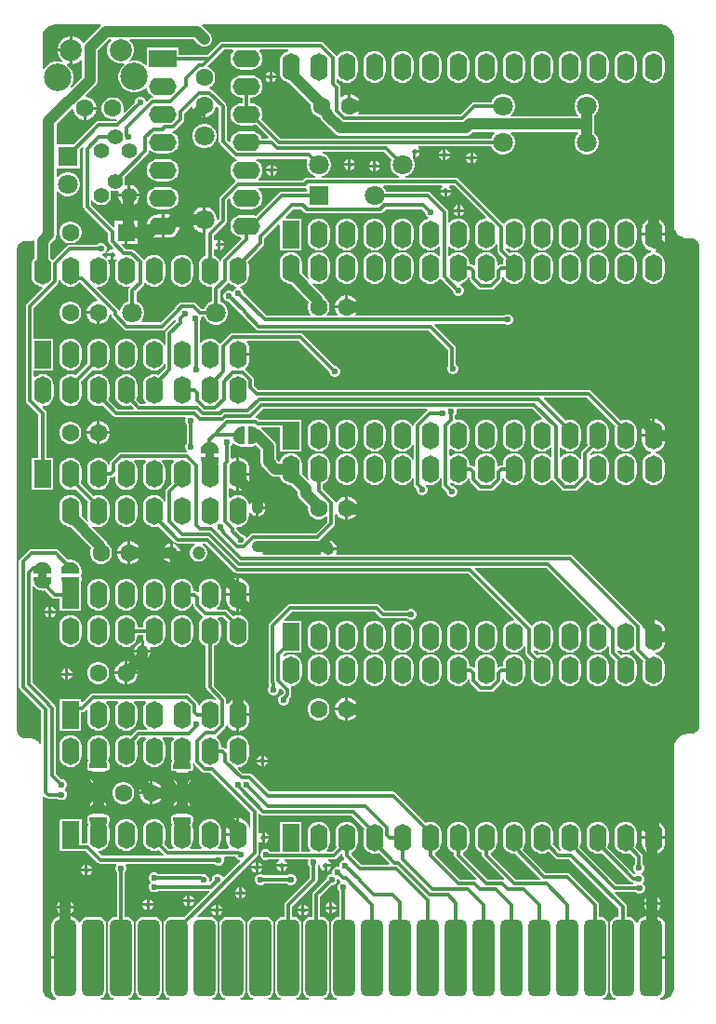
<source format=gbl>
G04*
G04 #@! TF.GenerationSoftware,Altium Limited,Altium Designer,21.0.9 (235)*
G04*
G04 Layer_Physical_Order=2*
G04 Layer_Color=16711680*
%FSLAX25Y25*%
%MOIN*%
G70*
G04*
G04 #@! TF.SameCoordinates,DA681587-9272-4415-864D-094138AC6A8E*
G04*
G04*
G04 #@! TF.FilePolarity,Positive*
G04*
G01*
G75*
G04:AMPARAMS|DCode=28|XSize=78.74mil|YSize=275.59mil|CornerRadius=19.68mil|HoleSize=0mil|Usage=FLASHONLY|Rotation=0.000|XOffset=0mil|YOffset=0mil|HoleType=Round|Shape=RoundedRectangle|*
%AMROUNDEDRECTD28*
21,1,0.07874,0.23622,0,0,0.0*
21,1,0.03937,0.27559,0,0,0.0*
1,1,0.03937,0.01968,-0.11811*
1,1,0.03937,-0.01968,-0.11811*
1,1,0.03937,-0.01968,0.11811*
1,1,0.03937,0.01968,0.11811*
%
%ADD28ROUNDEDRECTD28*%
%ADD29C,0.01181*%
%ADD30C,0.03937*%
%ADD31R,0.06299X0.09843*%
%ADD32O,0.06299X0.09843*%
%ADD33R,0.09843X0.06299*%
%ADD34O,0.09843X0.06299*%
%ADD35C,0.07087*%
%ADD36C,0.06299*%
%ADD37R,0.06299X0.06299*%
%ADD38R,0.07087X0.07087*%
%ADD39C,0.07874*%
%ADD40C,0.09843*%
%ADD41C,0.05512*%
%ADD42R,0.07087X0.07087*%
%ADD43C,0.04724*%
%ADD44C,0.01968*%
%ADD45C,0.03937*%
%ADD46C,0.02362*%
G36*
X21706Y350291D02*
X21876Y349791D01*
X21704Y349658D01*
X16011Y343966D01*
X15863Y343773D01*
X15364Y343806D01*
X15234Y344031D01*
X14315Y344951D01*
X13189Y345601D01*
X11933Y345937D01*
X11783D01*
Y341000D01*
Y336063D01*
X11933D01*
X13189Y336399D01*
X14315Y337049D01*
X14735Y337469D01*
X15197Y337278D01*
Y331413D01*
X11505Y327721D01*
X11105Y328028D01*
X11662Y328993D01*
X12051Y330445D01*
Y331948D01*
X11662Y333400D01*
X10911Y334702D01*
X9848Y335765D01*
X10070Y336214D01*
X10633Y336063D01*
X10783D01*
Y340500D01*
X6346D01*
Y340350D01*
X6683Y339094D01*
X7333Y337969D01*
X8165Y337136D01*
X7939Y336679D01*
X7094Y336906D01*
X5591D01*
X4139Y336516D01*
X2837Y335765D01*
X1774Y334702D01*
X1519Y334261D01*
X1020Y334395D01*
Y346004D01*
X1203Y346925D01*
X1562Y347793D01*
X2084Y348573D01*
X2748Y349237D01*
X3529Y349759D01*
X4396Y350118D01*
X5317Y350302D01*
X5786D01*
X21706Y350291D01*
D02*
G37*
G36*
X222599Y350151D02*
X222600Y350151D01*
X222600Y350151D01*
X223071D01*
X223994Y349967D01*
X224864Y349607D01*
X225647Y349084D01*
X226313Y348418D01*
X226836Y347635D01*
X227197Y346765D01*
X227380Y345841D01*
Y345371D01*
X227360Y278537D01*
X227365Y278512D01*
X227361Y278486D01*
X227380Y278101D01*
X227398Y278027D01*
Y277952D01*
X227549Y277195D01*
X227587Y277102D01*
X227607Y277004D01*
X227902Y276290D01*
X227958Y276207D01*
X227997Y276114D01*
X228425Y275472D01*
X228496Y275401D01*
X228552Y275318D01*
X229098Y274772D01*
X229181Y274716D01*
X229252Y274645D01*
X229894Y274217D01*
X229987Y274178D01*
X230070Y274123D01*
X230783Y273827D01*
X230882Y273808D01*
X230975Y273769D01*
X231732Y273619D01*
X231807D01*
X231880Y273600D01*
X232266Y273581D01*
X232292Y273585D01*
X232316Y273580D01*
X233858D01*
X234422Y273468D01*
X234953Y273248D01*
X235431Y272929D01*
X235837Y272522D01*
X236156Y272044D01*
X236376Y271514D01*
X236488Y270950D01*
Y270662D01*
X236488Y99063D01*
Y98775D01*
X236376Y98212D01*
X236156Y97681D01*
X235837Y97203D01*
X235431Y96796D01*
X234953Y96477D01*
X234422Y96257D01*
X233858Y96145D01*
X232316D01*
X232292Y96140D01*
X232266Y96144D01*
X231880Y96125D01*
X231807Y96106D01*
X231732D01*
X230975Y95956D01*
X230882Y95917D01*
X230784Y95898D01*
X230070Y95603D01*
X229987Y95547D01*
X229894Y95508D01*
X229252Y95080D01*
X229181Y95009D01*
X229098Y94953D01*
X228552Y94407D01*
X228496Y94324D01*
X228425Y94253D01*
X227997Y93611D01*
X227958Y93518D01*
X227902Y93435D01*
X227607Y92721D01*
X227588Y92623D01*
X227549Y92530D01*
X227398Y91773D01*
Y91699D01*
X227380Y91627D01*
X227360Y91241D01*
X227364Y91215D01*
X227359Y91189D01*
X227359Y5079D01*
Y4679D01*
X227203Y3895D01*
X226897Y3156D01*
X226453Y2491D01*
X225887Y1926D01*
X225223Y1481D01*
X224484Y1175D01*
X223700Y1020D01*
X222581D01*
X222481Y1519D01*
X222666Y1596D01*
X223286Y2072D01*
X223762Y2692D01*
X224061Y3414D01*
X224163Y4189D01*
Y15500D01*
X219200D01*
Y16000D01*
X218700D01*
Y30805D01*
X217231D01*
X216457Y30703D01*
X215734Y30404D01*
X215114Y29928D01*
X214638Y29308D01*
X214339Y28586D01*
X213938Y28540D01*
X213834Y28578D01*
X213576Y29201D01*
X213134Y29777D01*
X212558Y30218D01*
X211888Y30496D01*
X211169Y30591D01*
X210405D01*
Y34227D01*
X210298Y34765D01*
X209993Y35221D01*
X206104Y39110D01*
X206168Y39360D01*
X206326Y39595D01*
X213621D01*
X213885Y39331D01*
X214608Y39031D01*
X215392D01*
X216115Y39331D01*
X216669Y39885D01*
X216968Y40608D01*
Y41392D01*
X216669Y42115D01*
X216128Y42656D01*
X216501Y43030D01*
X216801Y43754D01*
Y44537D01*
X216501Y45260D01*
X215948Y45814D01*
X215815Y45869D01*
Y46410D01*
X215978Y46478D01*
X216532Y47032D01*
X216832Y47755D01*
Y48538D01*
X216532Y49262D01*
X216268Y49526D01*
Y52365D01*
X216161Y52903D01*
X215857Y53359D01*
X213595Y55620D01*
X213836Y56201D01*
X213971Y57228D01*
Y60772D01*
X213836Y61799D01*
X213439Y62757D01*
X212808Y63580D01*
X211985Y64211D01*
X211028Y64607D01*
X210000Y64743D01*
X208972Y64607D01*
X208014Y64211D01*
X207192Y63580D01*
X206561Y62757D01*
X206164Y61799D01*
X206029Y60772D01*
Y57228D01*
X206164Y56201D01*
X206561Y55243D01*
X207192Y54420D01*
X208014Y53789D01*
X208972Y53393D01*
X210000Y53257D01*
X211028Y53393D01*
X211608Y53633D01*
X213458Y51783D01*
Y49526D01*
X213194Y49262D01*
X212895Y48538D01*
Y47755D01*
X213194Y47032D01*
X213561Y46665D01*
X213566Y46090D01*
X213539Y46034D01*
X213381Y45920D01*
X213256Y45960D01*
X203595Y55620D01*
X203836Y56201D01*
X203971Y57228D01*
Y60772D01*
X203836Y61799D01*
X203439Y62757D01*
X202808Y63580D01*
X201986Y64211D01*
X201028Y64607D01*
X200000Y64743D01*
X198972Y64607D01*
X198014Y64211D01*
X197192Y63580D01*
X196561Y62757D01*
X196164Y61799D01*
X196029Y60772D01*
Y57228D01*
X196164Y56201D01*
X196561Y55243D01*
X197192Y54420D01*
X198014Y53789D01*
X198972Y53393D01*
X200000Y53257D01*
X201028Y53393D01*
X201608Y53633D01*
X211864Y43378D01*
X212320Y43073D01*
X212779Y42982D01*
X212850Y42905D01*
X212783Y42644D01*
X212579Y42405D01*
X206810D01*
X193595Y55620D01*
X193836Y56201D01*
X193971Y57228D01*
Y60772D01*
X193836Y61799D01*
X193439Y62757D01*
X192808Y63580D01*
X191985Y64211D01*
X191028Y64607D01*
X190000Y64743D01*
X188972Y64607D01*
X188014Y64211D01*
X187192Y63580D01*
X186561Y62757D01*
X186164Y61799D01*
X186029Y60772D01*
Y57228D01*
X186164Y56201D01*
X186561Y55243D01*
X186909Y54790D01*
X186686Y54283D01*
X186357Y54243D01*
X183901Y56699D01*
X183971Y57228D01*
Y60772D01*
X183836Y61799D01*
X183439Y62757D01*
X182808Y63580D01*
X181985Y64211D01*
X181028Y64607D01*
X180000Y64743D01*
X178972Y64607D01*
X178015Y64211D01*
X177192Y63580D01*
X176561Y62757D01*
X176164Y61799D01*
X176029Y60772D01*
Y57228D01*
X176164Y56201D01*
X176561Y55243D01*
X177192Y54420D01*
X178015Y53789D01*
X178972Y53393D01*
X180000Y53257D01*
X181028Y53393D01*
X181985Y53789D01*
X182467Y54159D01*
X184919Y51707D01*
X185375Y51403D01*
X185913Y51296D01*
X189944D01*
X207595Y33645D01*
Y30591D01*
X207231D01*
X206512Y30496D01*
X205842Y30218D01*
X205266Y29777D01*
X204824Y29201D01*
X204546Y28530D01*
X204452Y27811D01*
Y4189D01*
X204546Y3469D01*
X204824Y2799D01*
X205266Y2223D01*
X205842Y1782D01*
X206512Y1504D01*
X206427Y1020D01*
X201973D01*
X201888Y1504D01*
X202558Y1782D01*
X203134Y2223D01*
X203576Y2799D01*
X203854Y3469D01*
X203948Y4189D01*
Y27811D01*
X203854Y28530D01*
X203576Y29201D01*
X203134Y29777D01*
X202558Y30218D01*
X201888Y30496D01*
X201168Y30591D01*
X200605D01*
Y34800D01*
X200498Y35338D01*
X200194Y35794D01*
X189994Y45994D01*
X189538Y46298D01*
X189000Y46405D01*
X181432D01*
X173072Y54765D01*
X173439Y55243D01*
X173836Y56201D01*
X173971Y57228D01*
Y60772D01*
X173836Y61799D01*
X173439Y62757D01*
X172808Y63580D01*
X171985Y64211D01*
X171028Y64607D01*
X170000Y64743D01*
X168972Y64607D01*
X168015Y64211D01*
X167192Y63580D01*
X166561Y62757D01*
X166164Y61799D01*
X166029Y60772D01*
Y57228D01*
X166164Y56201D01*
X166561Y55243D01*
X167192Y54420D01*
X168015Y53789D01*
X168972Y53393D01*
X170000Y53257D01*
X170536Y53328D01*
X179431Y44432D01*
X179224Y43932D01*
X170834D01*
X161655Y53111D01*
X161772Y53701D01*
X161986Y53789D01*
X162808Y54420D01*
X163439Y55243D01*
X163836Y56201D01*
X163971Y57228D01*
Y60772D01*
X163836Y61799D01*
X163439Y62757D01*
X162808Y63580D01*
X161986Y64211D01*
X161028Y64607D01*
X160000Y64743D01*
X158972Y64607D01*
X158015Y64211D01*
X157192Y63580D01*
X156561Y62757D01*
X156164Y61799D01*
X156029Y60772D01*
Y57228D01*
X156164Y56201D01*
X156561Y55243D01*
X157192Y54420D01*
X158015Y53789D01*
X158595Y53549D01*
Y52780D01*
X158702Y52242D01*
X159007Y51786D01*
X166472Y44321D01*
X166225Y43860D01*
X165862Y43932D01*
X160834D01*
X151655Y53111D01*
X151772Y53701D01*
X151986Y53789D01*
X152808Y54420D01*
X153439Y55243D01*
X153836Y56201D01*
X153971Y57228D01*
Y60772D01*
X153836Y61799D01*
X153439Y62757D01*
X152808Y63580D01*
X151986Y64211D01*
X151028Y64607D01*
X150000Y64743D01*
X148972Y64607D01*
X148014Y64211D01*
X147192Y63580D01*
X146561Y62757D01*
X146164Y61799D01*
X146029Y60772D01*
Y57228D01*
X146164Y56201D01*
X146561Y55243D01*
X147192Y54420D01*
X148014Y53789D01*
X148595Y53549D01*
Y52780D01*
X148702Y52242D01*
X149006Y51786D01*
X156472Y44321D01*
X156225Y43860D01*
X155862Y43932D01*
X150834D01*
X141655Y53111D01*
X141772Y53701D01*
X141985Y53789D01*
X142808Y54420D01*
X143439Y55243D01*
X143836Y56201D01*
X143971Y57228D01*
Y60772D01*
X143836Y61799D01*
X143439Y62757D01*
X142808Y63580D01*
X141985Y64211D01*
X141028Y64607D01*
X140000Y64743D01*
X138972Y64607D01*
X138392Y64367D01*
X127713Y75045D01*
X127257Y75350D01*
X126720Y75457D01*
X82333D01*
X76238Y81552D01*
X75782Y81857D01*
X75244Y81964D01*
X72883D01*
X71080Y83767D01*
X71266Y84288D01*
X72062Y84393D01*
X73020Y84789D01*
X73843Y85420D01*
X74474Y86243D01*
X74870Y87201D01*
X75006Y88228D01*
Y91772D01*
X74870Y92799D01*
X74474Y93757D01*
X73843Y94580D01*
X73020Y95211D01*
X72062Y95607D01*
X71035Y95743D01*
X70007Y95607D01*
X69049Y95211D01*
X68227Y94580D01*
X67596Y93757D01*
X67199Y92799D01*
X67064Y91772D01*
Y91060D01*
X66602Y90869D01*
X66477Y90993D01*
X66021Y91298D01*
X65484Y91405D01*
X65006D01*
Y91772D01*
X64870Y92799D01*
X64474Y93757D01*
X63843Y94580D01*
X63534Y94816D01*
X63555Y95431D01*
X63668Y95507D01*
X66521Y98360D01*
X66826Y98815D01*
X66871Y99046D01*
X67287Y99120D01*
X67394Y99111D01*
X68041Y98269D01*
X68907Y97604D01*
X69917Y97185D01*
X70500Y97109D01*
Y103000D01*
Y108891D01*
X69917Y108815D01*
X68907Y108396D01*
X68041Y107731D01*
X67432Y106939D01*
X67150Y106972D01*
X66932Y107075D01*
Y108290D01*
X66826Y108828D01*
X66521Y109284D01*
X62405Y113400D01*
Y127549D01*
X62985Y127789D01*
X63808Y128420D01*
X64439Y129243D01*
X64836Y130201D01*
X64971Y131228D01*
Y134772D01*
X64836Y135799D01*
X64439Y136757D01*
X63950Y137394D01*
X64187Y137894D01*
X65891D01*
X67405Y136380D01*
X67164Y135799D01*
X67029Y134772D01*
Y131228D01*
X67164Y130201D01*
X67561Y129243D01*
X68192Y128420D01*
X69015Y127789D01*
X69972Y127393D01*
X71000Y127257D01*
X72028Y127393D01*
X72986Y127789D01*
X73808Y128420D01*
X74439Y129243D01*
X74836Y130201D01*
X74971Y131228D01*
Y134772D01*
X74836Y135799D01*
X74439Y136757D01*
X73808Y137580D01*
X72986Y138211D01*
X72028Y138607D01*
X71000Y138743D01*
X69972Y138607D01*
X69392Y138367D01*
X67466Y140293D01*
X67010Y140597D01*
X66472Y140704D01*
X63696D01*
X63526Y141204D01*
X63808Y141420D01*
X64439Y142243D01*
X64836Y143201D01*
X64971Y144228D01*
Y147772D01*
X64836Y148799D01*
X64439Y149757D01*
X63808Y150580D01*
X62985Y151211D01*
X62028Y151607D01*
X61000Y151743D01*
X59972Y151607D01*
X59014Y151211D01*
X58192Y150580D01*
X57561Y149757D01*
X57164Y148799D01*
X57029Y147772D01*
Y147060D01*
X56567Y146869D01*
X56442Y146994D01*
X55986Y147298D01*
X55449Y147405D01*
X54971D01*
Y147772D01*
X54836Y148799D01*
X54439Y149757D01*
X53808Y150580D01*
X52986Y151211D01*
X52028Y151607D01*
X51000Y151743D01*
X49972Y151607D01*
X49014Y151211D01*
X48192Y150580D01*
X47561Y149757D01*
X47164Y148799D01*
X47029Y147772D01*
Y144228D01*
X47164Y143201D01*
X47561Y142243D01*
X48192Y141420D01*
X49014Y140789D01*
X49972Y140393D01*
X51000Y140257D01*
X52028Y140393D01*
X52986Y140789D01*
X53808Y141420D01*
X54439Y142243D01*
X54567Y142553D01*
X55067Y142454D01*
Y142353D01*
X55174Y141815D01*
X55479Y141359D01*
X58439Y138399D01*
X58503Y137818D01*
X58192Y137580D01*
X57561Y136757D01*
X57164Y135799D01*
X57029Y134772D01*
Y131228D01*
X57164Y130201D01*
X57561Y129243D01*
X58192Y128420D01*
X59014Y127789D01*
X59595Y127549D01*
Y112818D01*
X59702Y112280D01*
X60007Y111824D01*
X63145Y108686D01*
X62862Y108262D01*
X62028Y108607D01*
X61000Y108743D01*
X59972Y108607D01*
X59014Y108211D01*
X58192Y107580D01*
X57561Y106757D01*
X57433Y106447D01*
X56932Y106546D01*
Y106647D01*
X56826Y107185D01*
X56521Y107641D01*
X53869Y110293D01*
X53413Y110597D01*
X52875Y110704D01*
X19125D01*
X18587Y110597D01*
X18131Y110293D01*
X15399Y107560D01*
X14937Y107752D01*
Y108709D01*
X7063D01*
Y97291D01*
X14937D01*
Y103999D01*
X15229D01*
X15767Y104106D01*
X16223Y104411D01*
X16529Y104717D01*
X17029Y104510D01*
Y101228D01*
X17164Y100201D01*
X17561Y99243D01*
X18192Y98420D01*
X19015Y97789D01*
X19972Y97393D01*
X21000Y97257D01*
X22028Y97393D01*
X22986Y97789D01*
X23808Y98420D01*
X24439Y99243D01*
X24836Y100201D01*
X24971Y101228D01*
Y104772D01*
X24836Y105799D01*
X24439Y106757D01*
X23950Y107394D01*
X24187Y107894D01*
X27813D01*
X28050Y107394D01*
X27561Y106757D01*
X27164Y105799D01*
X27029Y104772D01*
Y101228D01*
X27164Y100201D01*
X27561Y99243D01*
X28192Y98420D01*
X29015Y97789D01*
X29972Y97393D01*
X31000Y97257D01*
X32028Y97393D01*
X32985Y97789D01*
X33808Y98420D01*
X34439Y99243D01*
X34836Y100201D01*
X34971Y101228D01*
Y104772D01*
X34836Y105799D01*
X34439Y106757D01*
X33950Y107394D01*
X34187Y107894D01*
X37813D01*
X38050Y107394D01*
X37561Y106757D01*
X37164Y105799D01*
X37029Y104772D01*
Y101228D01*
X37164Y100201D01*
X37561Y99243D01*
X38192Y98420D01*
X38474Y98204D01*
X38304Y97704D01*
X35562D01*
X35025Y97597D01*
X34569Y97293D01*
X32643Y95367D01*
X32063Y95607D01*
X31035Y95743D01*
X30007Y95607D01*
X29049Y95211D01*
X28227Y94580D01*
X27596Y93757D01*
X27199Y92799D01*
X27064Y91772D01*
Y88228D01*
X27199Y87201D01*
X27596Y86243D01*
X28227Y85420D01*
X29049Y84789D01*
X30007Y84393D01*
X31035Y84257D01*
X32063Y84393D01*
X33020Y84789D01*
X33843Y85420D01*
X34474Y86243D01*
X34870Y87201D01*
X35006Y88228D01*
Y91772D01*
X34870Y92799D01*
X34630Y93380D01*
X36144Y94894D01*
X37848D01*
X38085Y94394D01*
X37596Y93757D01*
X37199Y92799D01*
X37064Y91772D01*
Y88228D01*
X37199Y87201D01*
X37596Y86243D01*
X38227Y85420D01*
X39049Y84789D01*
X40007Y84393D01*
X41035Y84257D01*
X42063Y84393D01*
X43020Y84789D01*
X43843Y85420D01*
X44474Y86243D01*
X44870Y87201D01*
X45006Y88228D01*
Y91772D01*
X44870Y92799D01*
X44474Y93757D01*
X43985Y94394D01*
X44221Y94894D01*
X47848D01*
X48085Y94394D01*
X47596Y93757D01*
X47199Y92799D01*
X47064Y91772D01*
Y88228D01*
X47199Y87201D01*
X47499Y86476D01*
X47477Y86443D01*
X47245Y85884D01*
X47230Y85807D01*
X47200Y85734D01*
X47082Y85141D01*
Y85062D01*
X47066Y84984D01*
Y83650D01*
X47128Y83343D01*
X47302Y83082D01*
X47562Y82908D01*
X47869Y82847D01*
X48775D01*
X48981Y82350D01*
X53214D01*
X53420Y82847D01*
X54200D01*
X54508Y82908D01*
X54768Y83082D01*
X54942Y83343D01*
X55003Y83650D01*
Y84808D01*
X54988Y84886D01*
Y84965D01*
X54908Y85366D01*
X55379Y85561D01*
X55514Y85360D01*
X58166Y82707D01*
X58622Y82403D01*
X59159Y82296D01*
X61133D01*
X75595Y67834D01*
Y62755D01*
X75095Y62722D01*
X75077Y62855D01*
X74659Y63864D01*
X73994Y64731D01*
X73127Y65396D01*
X72118Y65815D01*
X71535Y65891D01*
Y60000D01*
X71035D01*
Y59500D01*
X66849D01*
Y58228D01*
X66992Y57145D01*
X67410Y56136D01*
X67861Y55547D01*
X67615Y55048D01*
X64121D01*
X63940Y55547D01*
X64474Y56243D01*
X64870Y57201D01*
X65006Y58228D01*
Y61772D01*
X64870Y62799D01*
X64474Y63757D01*
X63843Y64580D01*
X63020Y65211D01*
X62063Y65607D01*
X61035Y65743D01*
X60007Y65607D01*
X59049Y65211D01*
X58227Y64580D01*
X57596Y63757D01*
X57199Y62799D01*
X57064Y61772D01*
Y58228D01*
X57199Y57201D01*
X57596Y56243D01*
X58129Y55547D01*
X57949Y55048D01*
X54120D01*
X53940Y55547D01*
X54474Y56243D01*
X54870Y57201D01*
X55006Y58228D01*
Y61772D01*
X54870Y62799D01*
X54570Y63524D01*
X54593Y63557D01*
X54824Y64116D01*
X54840Y64193D01*
X54870Y64266D01*
X54988Y64859D01*
Y64938D01*
X55003Y65016D01*
Y66350D01*
X54942Y66657D01*
X54768Y66918D01*
X54508Y67092D01*
X54200Y67153D01*
X53294D01*
X53088Y67650D01*
X48855D01*
X48649Y67153D01*
X47869D01*
X47562Y67092D01*
X47302Y66918D01*
X47127Y66657D01*
X47066Y66350D01*
Y65192D01*
X47082Y65114D01*
Y65035D01*
X47207Y64405D01*
X47237Y64332D01*
X47253Y64254D01*
X47499Y63660D01*
X47534Y63608D01*
X47199Y62799D01*
X47064Y61772D01*
Y58228D01*
X47199Y57201D01*
X47596Y56243D01*
X48129Y55547D01*
X47949Y55048D01*
X46202D01*
X44630Y56620D01*
X44870Y57201D01*
X45006Y58228D01*
Y61772D01*
X44870Y62799D01*
X44474Y63757D01*
X43843Y64580D01*
X43020Y65211D01*
X42063Y65607D01*
X41035Y65743D01*
X40007Y65607D01*
X39049Y65211D01*
X38227Y64580D01*
X37596Y63757D01*
X37199Y62799D01*
X37064Y61772D01*
Y58228D01*
X37199Y57201D01*
X37596Y56243D01*
X38227Y55420D01*
X39049Y54789D01*
X40007Y54393D01*
X41035Y54257D01*
X42063Y54393D01*
X42643Y54633D01*
X44288Y52988D01*
X44081Y52488D01*
X22359D01*
X21080Y53767D01*
X21266Y54288D01*
X22062Y54393D01*
X23020Y54789D01*
X23843Y55420D01*
X24474Y56243D01*
X24870Y57201D01*
X25006Y58228D01*
Y61772D01*
X24870Y62799D01*
X24570Y63524D01*
X24593Y63557D01*
X24824Y64116D01*
X24840Y64193D01*
X24870Y64266D01*
X24988Y64859D01*
Y64938D01*
X25003Y65016D01*
Y66350D01*
X24942Y66657D01*
X24768Y66918D01*
X24508Y67092D01*
X24200Y67153D01*
X23294D01*
X23088Y67650D01*
X18855D01*
X18649Y67153D01*
X17869D01*
X17562Y67092D01*
X17301Y66918D01*
X17127Y66657D01*
X17066Y66350D01*
Y65192D01*
X17082Y65114D01*
Y65035D01*
X17207Y64405D01*
X17237Y64332D01*
X17253Y64254D01*
X17499Y63660D01*
X17534Y63608D01*
X17199Y62799D01*
X17064Y61772D01*
Y58228D01*
X17150Y57574D01*
X16739Y57075D01*
X16737Y57074D01*
X14972D01*
Y65709D01*
X7098D01*
Y54291D01*
X13458D01*
X13594Y54264D01*
X16609D01*
X20783Y50090D01*
X21239Y49786D01*
X21777Y49679D01*
X27387D01*
X27595Y49178D01*
X27531Y49115D01*
X27231Y48392D01*
Y47608D01*
X27531Y46885D01*
X27795Y46621D01*
Y30591D01*
X27231D01*
X26512Y30496D01*
X25842Y30218D01*
X25266Y29777D01*
X24824Y29201D01*
X24546Y28530D01*
X24452Y27811D01*
Y4189D01*
X24546Y3469D01*
X24824Y2799D01*
X25266Y2223D01*
X25842Y1782D01*
X26512Y1504D01*
X26427Y1020D01*
X21973D01*
X21888Y1504D01*
X22558Y1782D01*
X23134Y2223D01*
X23576Y2799D01*
X23854Y3469D01*
X23948Y4189D01*
Y27811D01*
X23854Y28530D01*
X23576Y29201D01*
X23134Y29777D01*
X22558Y30218D01*
X21888Y30496D01*
X21169Y30591D01*
X17232D01*
X16512Y30496D01*
X15842Y30218D01*
X15266Y29777D01*
X14824Y29201D01*
X14566Y28578D01*
X14462Y28540D01*
X14061Y28586D01*
X13761Y29308D01*
X13286Y29928D01*
X12666Y30404D01*
X11943Y30703D01*
X11169Y30805D01*
X10603D01*
X10469Y31305D01*
X11023Y31625D01*
X11575Y32177D01*
X11966Y32854D01*
X12139Y33500D01*
X6261D01*
X6434Y32854D01*
X6825Y32177D01*
X7377Y31625D01*
X7931Y31305D01*
X7797Y30805D01*
X7231D01*
X6457Y30703D01*
X5734Y30404D01*
X5114Y29928D01*
X4639Y29308D01*
X4339Y28586D01*
X4237Y27811D01*
Y16500D01*
X9200D01*
Y15500D01*
X4237D01*
Y4189D01*
X4339Y3414D01*
X4639Y2692D01*
X5114Y2072D01*
X5734Y1596D01*
X5919Y1519D01*
X5819Y1020D01*
X4679D01*
X3895Y1175D01*
X3156Y1481D01*
X2491Y1926D01*
X1926Y2491D01*
X1481Y3156D01*
X1175Y3895D01*
X1020Y4679D01*
Y5078D01*
X1030Y73776D01*
X1492Y73967D01*
X2014Y73445D01*
X2470Y73140D01*
X3008Y73033D01*
X6558D01*
X6822Y72769D01*
X7545Y72470D01*
X8329D01*
X9052Y72769D01*
X9606Y73323D01*
X9905Y74047D01*
Y74830D01*
X9606Y75553D01*
X9267Y75893D01*
X9107Y76219D01*
X9267Y76546D01*
X9606Y76885D01*
X9905Y77608D01*
Y78392D01*
X9606Y79115D01*
X9052Y79669D01*
X8329Y79969D01*
X7826D01*
X5797Y81998D01*
Y105392D01*
X5690Y105930D01*
X5385Y106385D01*
X4314Y107457D01*
X4298Y107536D01*
X3993Y107992D01*
X-2627Y114612D01*
Y148868D01*
X-2127Y149020D01*
X-2105Y148987D01*
X-2049Y148931D01*
X-2005Y148865D01*
X-1550Y148411D01*
X-1484Y148367D01*
X-1429Y148311D01*
X-894Y147954D01*
X-821Y147924D01*
X-755Y147880D01*
X-161Y147634D01*
X-84Y147618D01*
X-11Y147588D01*
X620Y147463D01*
X699D01*
X776Y147447D01*
X1400D01*
X1477Y147463D01*
X1556D01*
X1825Y147516D01*
X4334Y145007D01*
X4790Y144702D01*
X5328Y144595D01*
X7063D01*
Y140291D01*
X14937D01*
Y150779D01*
X14953Y150859D01*
Y150938D01*
X14968Y151016D01*
Y152350D01*
X14907Y152657D01*
X14733Y152918D01*
Y153082D01*
X14907Y153343D01*
X14968Y153650D01*
Y154808D01*
X14953Y154886D01*
Y154965D01*
X14828Y155595D01*
X14797Y155668D01*
X14782Y155746D01*
X14536Y156340D01*
X14492Y156405D01*
X14462Y156479D01*
X14105Y157013D01*
X14049Y157069D01*
X14005Y157135D01*
X13550Y157589D01*
X13484Y157633D01*
X13429Y157689D01*
X12894Y158046D01*
X12821Y158076D01*
X12755Y158120D01*
X12161Y158366D01*
X12084Y158382D01*
X12011Y158412D01*
X11380Y158537D01*
X11301D01*
X11224Y158553D01*
X10600D01*
X10522Y158537D01*
X10443D01*
X10175Y158484D01*
X6666Y161994D01*
X6210Y162298D01*
X5672Y162405D01*
X-3000D01*
X-3538Y162298D01*
X-3993Y161994D01*
X-6993Y158993D01*
X-7298Y158538D01*
X-7405Y158000D01*
Y113000D01*
X-7298Y112462D01*
X-6993Y112006D01*
X595Y104418D01*
Y92729D01*
X95Y92578D01*
X-33Y92769D01*
X-104Y92840D01*
X-160Y92924D01*
X-706Y93470D01*
X-789Y93525D01*
X-860Y93596D01*
X-1502Y94025D01*
X-1595Y94064D01*
X-1678Y94119D01*
X-2391Y94415D01*
X-2490Y94434D01*
X-2582Y94473D01*
X-3339Y94623D01*
X-3415D01*
X-3488Y94642D01*
X-3874Y94661D01*
X-3899Y94657D01*
X-3924Y94662D01*
X-5466D01*
X-6030Y94774D01*
X-6560Y94994D01*
X-7038Y95313D01*
X-7445Y95720D01*
X-7764Y96197D01*
X-7984Y96728D01*
X-8096Y97292D01*
Y97579D01*
X-8096Y269663D01*
Y269950D01*
X-7984Y270514D01*
X-7764Y271045D01*
X-7445Y271523D01*
X-7038Y271929D01*
X-6561Y272248D01*
X-6030Y272468D01*
X-5466Y272581D01*
X-3924D01*
X-3899Y272585D01*
X-3874Y272582D01*
X-3489Y272601D01*
X-3416Y272619D01*
X-3341D01*
X-2586Y272769D01*
X-2493Y272808D01*
X-2395Y272827D01*
X-2169Y272921D01*
X-2084Y272856D01*
X-1780Y272541D01*
Y266601D01*
X-1808Y266580D01*
X-2439Y265757D01*
X-2836Y264799D01*
X-2971Y263772D01*
Y260228D01*
X-2836Y259201D01*
X-2439Y258243D01*
X-1808Y257420D01*
X-986Y256789D01*
X-28Y256393D01*
X768Y256288D01*
X955Y255767D01*
X-4521Y250291D01*
X-4826Y249835D01*
X-4933Y249298D01*
Y215581D01*
X-4826Y215044D01*
X-4521Y214588D01*
X-405Y210472D01*
Y194937D01*
X-2937D01*
Y183520D01*
X4937D01*
Y194937D01*
X2405D01*
Y211054D01*
X2298Y211591D01*
X1993Y212047D01*
X1045Y212995D01*
X1232Y213516D01*
X2028Y213621D01*
X2985Y214018D01*
X3808Y214649D01*
X4439Y215471D01*
X4836Y216429D01*
X4971Y217457D01*
Y221000D01*
X4836Y222028D01*
X4439Y222986D01*
X3808Y223808D01*
X2985Y224439D01*
X2028Y224836D01*
X1000Y224971D01*
X-28Y224836D01*
X-986Y224439D01*
X-1623Y223950D01*
X-2123Y224187D01*
Y226291D01*
X4937D01*
Y237709D01*
X-2123D01*
Y248716D01*
X6521Y257360D01*
X6826Y257815D01*
X6933Y258353D01*
Y258454D01*
X7433Y258553D01*
X7561Y258243D01*
X8192Y257420D01*
X9014Y256789D01*
X9972Y256393D01*
X11000Y256257D01*
X12028Y256393D01*
X12986Y256789D01*
X13808Y257420D01*
X14093Y257792D01*
X14603Y257813D01*
X20805Y251611D01*
X20613Y251150D01*
X20454D01*
X19398Y250867D01*
X18452Y250321D01*
X17680Y249548D01*
X17133Y248602D01*
X16850Y247546D01*
Y247500D01*
X21000D01*
Y247000D01*
X21500D01*
Y242850D01*
X21546D01*
X22602Y243133D01*
X23548Y243679D01*
X24320Y244452D01*
X24867Y245398D01*
X25127Y246370D01*
X25627Y246304D01*
Y246235D01*
X25734Y245698D01*
X26039Y245242D01*
X30195Y241085D01*
X30651Y240781D01*
X31189Y240674D01*
X43948D01*
X44486Y240781D01*
X44942Y241085D01*
X48393Y244536D01*
X48832Y244354D01*
X48880Y243867D01*
X45479Y240466D01*
X45174Y240010D01*
X45068Y239472D01*
Y235546D01*
X44567Y235447D01*
X44439Y235757D01*
X43808Y236580D01*
X42985Y237211D01*
X42028Y237607D01*
X41000Y237743D01*
X39972Y237607D01*
X39015Y237211D01*
X38192Y236580D01*
X37561Y235757D01*
X37164Y234799D01*
X37029Y233772D01*
Y230228D01*
X37164Y229201D01*
X37561Y228243D01*
X38192Y227420D01*
X39015Y226789D01*
X39972Y226393D01*
X41000Y226257D01*
X42028Y226393D01*
X42985Y226789D01*
X43808Y227420D01*
X44439Y228243D01*
X44567Y228553D01*
X45068Y228454D01*
Y227054D01*
X42608Y224595D01*
X42028Y224836D01*
X41000Y224971D01*
X39972Y224836D01*
X39015Y224439D01*
X38192Y223808D01*
X37561Y222986D01*
X37164Y222028D01*
X37029Y221000D01*
Y217457D01*
X37164Y216429D01*
X37561Y215471D01*
X38050Y214834D01*
X37813Y214334D01*
X36110D01*
X34595Y215848D01*
X34836Y216429D01*
X34971Y217457D01*
Y221000D01*
X34836Y222028D01*
X34439Y222986D01*
X33808Y223808D01*
X32985Y224439D01*
X32028Y224836D01*
X31000Y224971D01*
X29972Y224836D01*
X29015Y224439D01*
X28192Y223808D01*
X27561Y222986D01*
X27164Y222028D01*
X27029Y221000D01*
Y217457D01*
X27164Y216429D01*
X27561Y215471D01*
X28192Y214649D01*
X29015Y214018D01*
X29972Y213621D01*
X31000Y213486D01*
X32028Y213621D01*
X32608Y213861D01*
X33642Y212827D01*
X33451Y212366D01*
X28078D01*
X24595Y215848D01*
X24836Y216429D01*
X24971Y217457D01*
Y221000D01*
X24836Y222028D01*
X24439Y222986D01*
X23808Y223808D01*
X22986Y224439D01*
X22028Y224836D01*
X21000Y224971D01*
X19972Y224836D01*
X19015Y224439D01*
X18192Y223808D01*
X17561Y222986D01*
X17164Y222028D01*
X17029Y221000D01*
Y217457D01*
X17164Y216429D01*
X17561Y215471D01*
X18192Y214649D01*
X19015Y214018D01*
X19972Y213621D01*
X21000Y213486D01*
X22028Y213621D01*
X22608Y213861D01*
X26503Y209967D01*
X26958Y209663D01*
X27496Y209556D01*
X51956D01*
X52290Y209056D01*
X52181Y208793D01*
Y208010D01*
X52481Y207287D01*
X52745Y207023D01*
Y200379D01*
X52481Y200115D01*
X52181Y199392D01*
Y198608D01*
X52481Y197885D01*
X52948Y197418D01*
X52926Y197272D01*
X52807Y196975D01*
X52780Y196932D01*
X29125D01*
X28587Y196826D01*
X28131Y196521D01*
X25479Y193869D01*
X25174Y193413D01*
X25067Y192875D01*
Y192775D01*
X24567Y192675D01*
X24439Y192985D01*
X23808Y193808D01*
X22986Y194439D01*
X22028Y194836D01*
X21000Y194971D01*
X19972Y194836D01*
X19015Y194439D01*
X18192Y193808D01*
X17561Y192985D01*
X17164Y192028D01*
X17029Y191000D01*
Y187457D01*
X17164Y186429D01*
X17561Y185471D01*
X18192Y184649D01*
X19015Y184018D01*
X19972Y183621D01*
X21000Y183486D01*
X22028Y183621D01*
X22986Y184018D01*
X23808Y184649D01*
X24439Y185471D01*
X24836Y186429D01*
X24971Y187457D01*
Y187823D01*
X25449D01*
X25986Y187930D01*
X26442Y188235D01*
X26567Y188360D01*
X27029Y188168D01*
Y187457D01*
X27164Y186429D01*
X27561Y185471D01*
X28192Y184649D01*
X29015Y184018D01*
X29972Y183621D01*
X31000Y183486D01*
X32028Y183621D01*
X32985Y184018D01*
X33808Y184649D01*
X34439Y185471D01*
X34836Y186429D01*
X34971Y187457D01*
Y191000D01*
X34836Y192028D01*
X34439Y192985D01*
X33950Y193623D01*
X34187Y194123D01*
X37813D01*
X38050Y193623D01*
X37561Y192985D01*
X37164Y192028D01*
X37029Y191000D01*
Y187457D01*
X37164Y186429D01*
X37561Y185471D01*
X38192Y184649D01*
X39015Y184018D01*
X39972Y183621D01*
X41000Y183486D01*
X42028Y183621D01*
X42985Y184018D01*
X43808Y184649D01*
X44439Y185471D01*
X44836Y186429D01*
X44971Y187457D01*
Y191000D01*
X44836Y192028D01*
X44439Y192985D01*
X43950Y193623D01*
X44187Y194123D01*
X47813D01*
X48050Y193623D01*
X47561Y192985D01*
X47164Y192028D01*
X47029Y191000D01*
Y187457D01*
X47164Y186429D01*
X47405Y185848D01*
X45479Y183923D01*
X45174Y183467D01*
X45068Y182929D01*
Y179546D01*
X44567Y179447D01*
X44439Y179757D01*
X43808Y180580D01*
X42985Y181211D01*
X42028Y181607D01*
X41000Y181743D01*
X39972Y181607D01*
X39015Y181211D01*
X38192Y180580D01*
X37561Y179757D01*
X37164Y178799D01*
X37029Y177772D01*
Y174228D01*
X37164Y173201D01*
X37561Y172243D01*
X38192Y171420D01*
X39015Y170789D01*
X39972Y170393D01*
X41000Y170257D01*
X42028Y170393D01*
X42608Y170633D01*
X48471Y164770D01*
X48927Y164466D01*
X49465Y164359D01*
X55519D01*
X55652Y163859D01*
X55066Y163520D01*
X54480Y162934D01*
X54065Y162216D01*
X53850Y161415D01*
Y160585D01*
X54065Y159784D01*
X54480Y159066D01*
X55066Y158480D01*
X55784Y158065D01*
X56585Y157850D01*
X57415D01*
X58216Y158065D01*
X58934Y158480D01*
X59520Y159066D01*
X59935Y159784D01*
X60150Y160585D01*
Y161415D01*
X59935Y162216D01*
X59520Y162934D01*
X58934Y163520D01*
X58348Y163859D01*
X58482Y164359D01*
X59394D01*
X69652Y154101D01*
X70108Y153797D01*
X70646Y153690D01*
X153498D01*
X169955Y137233D01*
X169768Y136712D01*
X168972Y136607D01*
X168015Y136211D01*
X167192Y135580D01*
X166561Y134757D01*
X166164Y133799D01*
X166029Y132772D01*
Y129228D01*
X166164Y128201D01*
X166561Y127243D01*
X167192Y126420D01*
X168015Y125789D01*
X168972Y125393D01*
X170000Y125257D01*
X171028Y125393D01*
X171985Y125789D01*
X172808Y126420D01*
X173439Y127243D01*
X173543Y127494D01*
X174043Y127395D01*
Y125324D01*
X174150Y124786D01*
X174455Y124330D01*
X176405Y122380D01*
X176164Y121799D01*
X176029Y120772D01*
Y117228D01*
X176164Y116201D01*
X176561Y115243D01*
X177192Y114420D01*
X178015Y113789D01*
X178972Y113393D01*
X180000Y113257D01*
X181028Y113393D01*
X181985Y113789D01*
X182808Y114420D01*
X183439Y115243D01*
X183836Y116201D01*
X183971Y117228D01*
Y120772D01*
X183836Y121799D01*
X183439Y122757D01*
X182808Y123580D01*
X181985Y124211D01*
X181028Y124607D01*
X180000Y124743D01*
X178972Y124607D01*
X178392Y124367D01*
X177109Y125649D01*
X177144Y125828D01*
X177693Y126036D01*
X178015Y125789D01*
X178972Y125393D01*
X180000Y125257D01*
X181028Y125393D01*
X181985Y125789D01*
X182808Y126420D01*
X183439Y127243D01*
X183836Y128201D01*
X183971Y129228D01*
Y132772D01*
X183836Y133799D01*
X183439Y134757D01*
X182808Y135580D01*
X181985Y136211D01*
X181028Y136607D01*
X180000Y136743D01*
X178972Y136607D01*
X178015Y136211D01*
X177192Y135580D01*
X176798Y135066D01*
X176151Y135011D01*
X155965Y155196D01*
X156157Y155658D01*
X181530D01*
X199955Y137233D01*
X199768Y136712D01*
X198972Y136607D01*
X198014Y136211D01*
X197192Y135580D01*
X196561Y134757D01*
X196164Y133799D01*
X196029Y132772D01*
Y129228D01*
X196164Y128201D01*
X196561Y127243D01*
X197192Y126420D01*
X198014Y125789D01*
X198972Y125393D01*
X200000Y125257D01*
X201028Y125393D01*
X201986Y125789D01*
X202808Y126420D01*
X203439Y127243D01*
X203543Y127494D01*
X204043Y127395D01*
Y125324D01*
X204150Y124786D01*
X204455Y124330D01*
X206405Y122380D01*
X206164Y121799D01*
X206029Y120772D01*
Y117228D01*
X206164Y116201D01*
X206561Y115243D01*
X207192Y114420D01*
X208014Y113789D01*
X208972Y113393D01*
X210000Y113257D01*
X211028Y113393D01*
X211985Y113789D01*
X212808Y114420D01*
X213439Y115243D01*
X213836Y116201D01*
X213971Y117228D01*
Y120772D01*
X213836Y121799D01*
X213439Y122757D01*
X212808Y123580D01*
X211985Y124211D01*
X211028Y124607D01*
X210000Y124743D01*
X208972Y124607D01*
X208392Y124367D01*
X207109Y125649D01*
X207143Y125828D01*
X207693Y126036D01*
X208014Y125789D01*
X208972Y125393D01*
X210000Y125257D01*
X211028Y125393D01*
X211985Y125789D01*
X212623Y126278D01*
X212759Y126269D01*
X213142Y126098D01*
X213154Y126087D01*
X213230Y125706D01*
X213534Y125251D01*
X216405Y122380D01*
X216164Y121799D01*
X216029Y120772D01*
Y117228D01*
X216164Y116201D01*
X216561Y115243D01*
X217192Y114420D01*
X218015Y113789D01*
X218972Y113393D01*
X220000Y113257D01*
X221028Y113393D01*
X221986Y113789D01*
X222808Y114420D01*
X223439Y115243D01*
X223836Y116201D01*
X223971Y117228D01*
Y120772D01*
X223836Y121799D01*
X223439Y122757D01*
X222808Y123580D01*
X221986Y124211D01*
X221028Y124607D01*
X220775Y124641D01*
Y125145D01*
X221083Y125186D01*
X222093Y125604D01*
X222959Y126269D01*
X223625Y127136D01*
X224043Y128145D01*
X224185Y129228D01*
Y130500D01*
X220000D01*
Y131000D01*
X219500D01*
Y136891D01*
X218917Y136814D01*
X217907Y136396D01*
X217040Y135731D01*
X216394Y134889D01*
X216287Y134880D01*
X215871Y134954D01*
X215826Y135185D01*
X215521Y135641D01*
X191137Y160025D01*
X190681Y160329D01*
X190143Y160436D01*
X106412D01*
X106123Y160936D01*
X106294Y161232D01*
X106467Y161878D01*
X100588D01*
X100761Y161232D01*
X100932Y160936D01*
X100643Y160436D01*
X80103D01*
X80065Y160490D01*
X79930Y160936D01*
X80375Y161382D01*
X80766Y162059D01*
X80939Y162705D01*
X78000D01*
Y163705D01*
X80939D01*
X80766Y164350D01*
X80595Y164646D01*
X80884Y165146D01*
X99551D01*
X100089Y165253D01*
X100545Y165558D01*
X105521Y170534D01*
X105826Y170990D01*
X105932Y171528D01*
Y174746D01*
X106432Y174880D01*
X106679Y174452D01*
X107452Y173679D01*
X108398Y173133D01*
X109454Y172850D01*
X109500D01*
Y177000D01*
Y181150D01*
X109454D01*
X108398Y180867D01*
X107452Y180321D01*
X106679Y179548D01*
X106404Y179070D01*
X105877Y179157D01*
X105826Y179413D01*
X105521Y179869D01*
X101405Y183985D01*
Y185549D01*
X101986Y185789D01*
X102808Y186420D01*
X103439Y187243D01*
X103836Y188201D01*
X103971Y189228D01*
Y192772D01*
X103836Y193799D01*
X103439Y194757D01*
X102808Y195580D01*
X101986Y196211D01*
X101028Y196607D01*
X100000Y196743D01*
X98972Y196607D01*
X98014Y196211D01*
X97192Y195580D01*
X96561Y194757D01*
X96164Y193799D01*
X96029Y192772D01*
Y189228D01*
X96164Y188201D01*
X96517Y187350D01*
X96093Y187066D01*
X93966Y189193D01*
X93971Y189228D01*
Y192772D01*
X93836Y193799D01*
X93439Y194757D01*
X92808Y195580D01*
X91985Y196211D01*
X91028Y196607D01*
X90000Y196743D01*
X88972Y196607D01*
X88015Y196211D01*
X87192Y195580D01*
X86561Y194757D01*
X86164Y193799D01*
X86162Y193780D01*
X85618D01*
X84780Y194618D01*
Y198948D01*
X84685Y199668D01*
X84407Y200338D01*
X83965Y200914D01*
X79595Y205284D01*
X79410Y205426D01*
X79580Y205926D01*
X86063D01*
Y197291D01*
X93937D01*
Y208709D01*
X87577D01*
X87441Y208736D01*
X78709D01*
X78530Y208915D01*
X78074Y209219D01*
X77536Y209326D01*
X77480D01*
X77289Y209788D01*
X80096Y212595D01*
X108973D01*
X109290Y212658D01*
X138927D01*
X139078Y212158D01*
X138832Y211993D01*
X134479Y207641D01*
X134174Y207185D01*
X134067Y206647D01*
Y206546D01*
X133568Y206447D01*
X133439Y206757D01*
X132808Y207580D01*
X131985Y208211D01*
X131028Y208607D01*
X130000Y208743D01*
X128972Y208607D01*
X128015Y208211D01*
X127192Y207580D01*
X126561Y206757D01*
X126164Y205799D01*
X126029Y204772D01*
Y201228D01*
X126164Y200201D01*
X126561Y199243D01*
X127192Y198420D01*
X128015Y197789D01*
X128972Y197393D01*
X130000Y197257D01*
X131028Y197393D01*
X131985Y197789D01*
X132808Y198420D01*
X133439Y199243D01*
X133568Y199553D01*
X134067Y199454D01*
Y194546D01*
X133568Y194447D01*
X133439Y194757D01*
X132808Y195580D01*
X131985Y196211D01*
X131028Y196607D01*
X130000Y196743D01*
X128972Y196607D01*
X128015Y196211D01*
X127192Y195580D01*
X126561Y194757D01*
X126164Y193799D01*
X126029Y192772D01*
Y189228D01*
X126164Y188201D01*
X126561Y187243D01*
X127192Y186420D01*
X128015Y185789D01*
X128972Y185393D01*
X130000Y185257D01*
X131028Y185393D01*
X131985Y185789D01*
X132808Y186420D01*
X133439Y187243D01*
X133568Y187553D01*
X134067Y187454D01*
Y185480D01*
X134174Y184942D01*
X134479Y184487D01*
X135118Y183848D01*
Y183195D01*
X135418Y182472D01*
X135971Y181918D01*
X136695Y181618D01*
X137478D01*
X138202Y181918D01*
X138755Y182472D01*
X139055Y183195D01*
Y183978D01*
X138755Y184702D01*
X138346Y185111D01*
X138630Y185535D01*
X138972Y185393D01*
X140000Y185257D01*
X141028Y185393D01*
X141985Y185789D01*
X142808Y186420D01*
X143439Y187243D01*
X143568Y187553D01*
X144068Y187454D01*
Y185301D01*
X144174Y184763D01*
X144479Y184307D01*
X145804Y182982D01*
Y182608D01*
X146104Y181885D01*
X146658Y181331D01*
X147381Y181032D01*
X148164D01*
X148888Y181331D01*
X149442Y181885D01*
X149741Y182608D01*
Y183392D01*
X149442Y184115D01*
X148888Y184669D01*
X148164Y184968D01*
X147791D01*
X147145Y185615D01*
X147177Y185802D01*
X147722Y186014D01*
X148014Y185789D01*
X148972Y185393D01*
X150000Y185257D01*
X151028Y185393D01*
X151986Y185789D01*
X152808Y186420D01*
X153439Y187243D01*
X153568Y187553D01*
X154068Y187454D01*
Y187353D01*
X154174Y186815D01*
X154479Y186360D01*
X157131Y183707D01*
X157587Y183403D01*
X158125Y183296D01*
X161875D01*
X162413Y183403D01*
X162869Y183707D01*
X165521Y186360D01*
X165826Y186815D01*
X165933Y187353D01*
Y187454D01*
X166432Y187553D01*
X166561Y187243D01*
X167192Y186420D01*
X168015Y185789D01*
X168972Y185393D01*
X170000Y185257D01*
X171028Y185393D01*
X171985Y185789D01*
X172808Y186420D01*
X173439Y187243D01*
X173836Y188201D01*
X173971Y189228D01*
Y192772D01*
X173836Y193799D01*
X173439Y194757D01*
X172808Y195580D01*
X171985Y196211D01*
X171028Y196607D01*
X170000Y196743D01*
X168972Y196607D01*
X168015Y196211D01*
X167192Y195580D01*
X166561Y194757D01*
X166164Y193799D01*
X166029Y192772D01*
Y192405D01*
X165551D01*
X165014Y192298D01*
X164558Y191993D01*
X164433Y191869D01*
X163971Y192060D01*
Y192772D01*
X163836Y193799D01*
X163439Y194757D01*
X162808Y195580D01*
X161986Y196211D01*
X161028Y196607D01*
X160000Y196743D01*
X158972Y196607D01*
X158015Y196211D01*
X157192Y195580D01*
X156561Y194757D01*
X156164Y193799D01*
X156029Y192772D01*
Y192060D01*
X155567Y191869D01*
X155442Y191993D01*
X154987Y192298D01*
X154449Y192405D01*
X153971D01*
Y192772D01*
X153836Y193799D01*
X153439Y194757D01*
X152808Y195580D01*
X151986Y196211D01*
X151028Y196607D01*
X150000Y196743D01*
X148972Y196607D01*
X148014Y196211D01*
X147377Y195722D01*
X146877Y195958D01*
Y198042D01*
X147377Y198278D01*
X148014Y197789D01*
X148972Y197393D01*
X150000Y197257D01*
X151028Y197393D01*
X151986Y197789D01*
X152808Y198420D01*
X153439Y199243D01*
X153836Y200201D01*
X153971Y201228D01*
Y204772D01*
X153836Y205799D01*
X153439Y206757D01*
X152808Y207580D01*
X151986Y208211D01*
X151028Y208607D01*
X150000Y208743D01*
X149341Y208656D01*
X148846Y209067D01*
X148846Y209069D01*
Y210125D01*
X149110Y210389D01*
X149409Y211112D01*
Y211895D01*
X149301Y212158D01*
X149635Y212658D01*
X176530D01*
X179955Y209233D01*
X179768Y208712D01*
X178972Y208607D01*
X178015Y208211D01*
X177192Y207580D01*
X176561Y206757D01*
X176164Y205799D01*
X176029Y204772D01*
Y201228D01*
X176164Y200201D01*
X176561Y199243D01*
X177192Y198420D01*
X178015Y197789D01*
X178972Y197393D01*
X180000Y197257D01*
X181028Y197393D01*
X181985Y197789D01*
X182808Y198420D01*
X183095Y198795D01*
X183595Y198625D01*
Y195375D01*
X183095Y195205D01*
X182808Y195580D01*
X181985Y196211D01*
X181028Y196607D01*
X180000Y196743D01*
X178972Y196607D01*
X178015Y196211D01*
X177192Y195580D01*
X176561Y194757D01*
X176164Y193799D01*
X176029Y192772D01*
Y189228D01*
X176164Y188201D01*
X176561Y187243D01*
X177192Y186420D01*
X178015Y185789D01*
X178972Y185393D01*
X180000Y185257D01*
X181028Y185393D01*
X181985Y185789D01*
X182808Y186420D01*
X183281Y187037D01*
X183840Y187045D01*
X183876Y187027D01*
X184007Y186832D01*
X187131Y183707D01*
X187587Y183403D01*
X188125Y183296D01*
X191875D01*
X192413Y183403D01*
X192869Y183707D01*
X196151Y186989D01*
X196798Y186934D01*
X197192Y186420D01*
X198014Y185789D01*
X198972Y185393D01*
X200000Y185257D01*
X201028Y185393D01*
X201986Y185789D01*
X202808Y186420D01*
X203439Y187243D01*
X203836Y188201D01*
X203971Y189228D01*
Y192772D01*
X203836Y193799D01*
X203439Y194757D01*
X202808Y195580D01*
X201986Y196211D01*
X201028Y196607D01*
X200000Y196743D01*
X198972Y196607D01*
X198014Y196211D01*
X197693Y195964D01*
X197143Y196172D01*
X197109Y196351D01*
X198392Y197633D01*
X198972Y197393D01*
X200000Y197257D01*
X201028Y197393D01*
X201986Y197789D01*
X202808Y198420D01*
X203439Y199243D01*
X203836Y200201D01*
X203971Y201228D01*
Y204772D01*
X203836Y205799D01*
X203439Y206757D01*
X202808Y207580D01*
X201986Y208211D01*
X201028Y208607D01*
X200000Y208743D01*
X198972Y208607D01*
X198014Y208211D01*
X197192Y207580D01*
X196561Y206757D01*
X196164Y205799D01*
X196029Y204772D01*
Y201228D01*
X196164Y200201D01*
X196405Y199620D01*
X194455Y197670D01*
X194150Y197214D01*
X194043Y196676D01*
Y194605D01*
X193543Y194506D01*
X193439Y194757D01*
X192808Y195580D01*
X191985Y196211D01*
X191028Y196607D01*
X190000Y196743D01*
X188972Y196607D01*
X188014Y196211D01*
X187192Y195580D01*
X186905Y195205D01*
X186405Y195375D01*
Y198625D01*
X186905Y198795D01*
X187192Y198420D01*
X188014Y197789D01*
X188972Y197393D01*
X190000Y197257D01*
X191028Y197393D01*
X191985Y197789D01*
X192808Y198420D01*
X193439Y199243D01*
X193836Y200201D01*
X193971Y201228D01*
Y204772D01*
X193836Y205799D01*
X193439Y206757D01*
X192808Y207580D01*
X191985Y208211D01*
X191028Y208607D01*
X190000Y208743D01*
X188972Y208607D01*
X188392Y208367D01*
X180625Y216133D01*
X180817Y216595D01*
X196190D01*
X206405Y206380D01*
X206164Y205799D01*
X206029Y204772D01*
Y201228D01*
X206164Y200201D01*
X206561Y199243D01*
X207192Y198420D01*
X208014Y197789D01*
X208972Y197393D01*
X210000Y197257D01*
X211028Y197393D01*
X211985Y197789D01*
X212808Y198420D01*
X213439Y199243D01*
X213836Y200201D01*
X213971Y201228D01*
Y204772D01*
X213836Y205799D01*
X213439Y206757D01*
X212808Y207580D01*
X211985Y208211D01*
X211028Y208607D01*
X210000Y208743D01*
X208972Y208607D01*
X208392Y208367D01*
X197765Y218993D01*
X197309Y219298D01*
X196772Y219405D01*
X78528D01*
X76933Y221001D01*
Y222875D01*
X76826Y223413D01*
X76521Y223869D01*
X73869Y226521D01*
X73835Y226543D01*
X73815Y227158D01*
X73959Y227269D01*
X74625Y228136D01*
X75043Y229145D01*
X75185Y230228D01*
Y231500D01*
X71000D01*
Y232500D01*
X75185D01*
Y233772D01*
X75043Y234855D01*
X74625Y235864D01*
X74218Y236394D01*
X74465Y236894D01*
X92904D01*
X103816Y225982D01*
Y225608D01*
X104116Y224885D01*
X104670Y224331D01*
X105393Y224031D01*
X106176D01*
X106900Y224331D01*
X107454Y224885D01*
X107753Y225608D01*
Y226392D01*
X107454Y227115D01*
X106900Y227669D01*
X106176Y227969D01*
X105803D01*
X94479Y239293D01*
X94023Y239597D01*
X93486Y239704D01*
X69125D01*
X68587Y239597D01*
X68131Y239293D01*
X64905Y236066D01*
X64856Y235993D01*
X64852Y235991D01*
X64256Y235995D01*
X63808Y236580D01*
X62985Y237211D01*
X62028Y237607D01*
X61000Y237743D01*
X59972Y237607D01*
X59014Y237211D01*
X58192Y236580D01*
X57905Y236205D01*
X57405Y236375D01*
Y243585D01*
X57592Y243772D01*
X57891Y244496D01*
Y245279D01*
X58103Y245595D01*
X59120D01*
X59192Y245328D01*
X59762Y244341D01*
X60568Y243535D01*
X61555Y242964D01*
X62657Y242669D01*
X63797D01*
X64899Y242964D01*
X65886Y243535D01*
X66693Y244341D01*
X67263Y245328D01*
X67558Y246430D01*
Y247570D01*
X67263Y248672D01*
X66693Y249659D01*
X65886Y250465D01*
X64899Y251036D01*
X64632Y251107D01*
Y254918D01*
X67376Y257662D01*
X67956Y257728D01*
X68192Y257420D01*
X69015Y256789D01*
X69972Y256393D01*
X70423Y256333D01*
X70491Y255820D01*
X70125Y255669D01*
X69572Y255115D01*
X69471Y254871D01*
X68966Y254669D01*
X68898Y254697D01*
X68242Y254969D01*
X67459D01*
X66735Y254669D01*
X66182Y254115D01*
X65882Y253392D01*
Y252608D01*
X66182Y251885D01*
X66735Y251331D01*
X67459Y251031D01*
X67832D01*
X71945Y246919D01*
X71993Y246677D01*
X72298Y246221D01*
X77512Y241007D01*
X77968Y240702D01*
X78505Y240595D01*
X139418D01*
X146368Y233645D01*
Y227936D01*
X146110Y227313D01*
Y226530D01*
X146410Y225806D01*
X146963Y225253D01*
X147687Y224953D01*
X148470D01*
X149194Y225253D01*
X149747Y225806D01*
X150047Y226530D01*
Y227313D01*
X149747Y228037D01*
X149194Y228590D01*
X149178Y228597D01*
Y234227D01*
X149071Y234765D01*
X148766Y235221D01*
X141419Y242567D01*
X141627Y243068D01*
X152622D01*
X152815Y243106D01*
X166356D01*
X166658Y242804D01*
X167381Y242504D01*
X168165D01*
X168888Y242804D01*
X169442Y243357D01*
X169741Y244081D01*
Y244864D01*
X169442Y245587D01*
X168888Y246141D01*
X168165Y246441D01*
X167381D01*
X166658Y246141D01*
X166432Y245916D01*
X152660D01*
X152468Y245877D01*
X113399D01*
X113208Y246339D01*
X113321Y246452D01*
X113867Y247398D01*
X114150Y248454D01*
Y248500D01*
X110000D01*
X105850D01*
Y248454D01*
X106133Y247398D01*
X106679Y246452D01*
X106792Y246339D01*
X106601Y245877D01*
X103098D01*
X102907Y246339D01*
X103150Y246583D01*
X103669Y247480D01*
X103937Y248482D01*
Y249518D01*
X103669Y250520D01*
X103150Y251417D01*
X102417Y252150D01*
X102253Y252245D01*
X102233Y252400D01*
X101955Y253070D01*
X101514Y253646D01*
X97838Y257321D01*
X98121Y257745D01*
X98972Y257393D01*
X100000Y257257D01*
X101028Y257393D01*
X101986Y257789D01*
X102808Y258420D01*
X103439Y259243D01*
X103836Y260201D01*
X103971Y261228D01*
Y264772D01*
X103836Y265799D01*
X103439Y266757D01*
X102808Y267580D01*
X101986Y268211D01*
X101028Y268607D01*
X100000Y268743D01*
X98972Y268607D01*
X98014Y268211D01*
X97192Y267580D01*
X96561Y266757D01*
X96164Y265799D01*
X96029Y264772D01*
Y261228D01*
X96164Y260201D01*
X96517Y259350D01*
X96093Y259067D01*
X93966Y261193D01*
X93971Y261228D01*
Y264772D01*
X93836Y265799D01*
X93439Y266757D01*
X92808Y267580D01*
X91985Y268211D01*
X91028Y268607D01*
X90000Y268743D01*
X88972Y268607D01*
X88015Y268211D01*
X87192Y267580D01*
X86561Y266757D01*
X86164Y265799D01*
X86029Y264772D01*
Y261228D01*
X86164Y260201D01*
X86561Y259243D01*
X87192Y258420D01*
X88015Y257789D01*
X88972Y257393D01*
X90000Y257257D01*
X90035Y257262D01*
X96495Y250803D01*
X96331Y250520D01*
X96063Y249518D01*
Y248482D01*
X96331Y247480D01*
X96850Y246583D01*
X97093Y246339D01*
X96902Y245877D01*
X81350D01*
X73209Y254018D01*
Y254392D01*
X72909Y255115D01*
X72356Y255669D01*
X71874Y255868D01*
X71942Y256381D01*
X72028Y256393D01*
X72986Y256789D01*
X73808Y257420D01*
X74439Y258243D01*
X74836Y259201D01*
X74971Y260228D01*
Y263772D01*
X74836Y264799D01*
X74595Y265380D01*
X80123Y270908D01*
X80427Y271363D01*
X80534Y271901D01*
Y273567D01*
X85601Y278634D01*
X86063Y278442D01*
Y269291D01*
X93937D01*
Y280709D01*
X88329D01*
X88138Y281171D01*
X91019Y284052D01*
X93926D01*
X94893Y283085D01*
X95348Y282781D01*
X95886Y282674D01*
X122038D01*
X122576Y282781D01*
X123032Y283085D01*
X123998Y284052D01*
X136961D01*
X138031Y282982D01*
Y282608D01*
X138331Y281885D01*
X138885Y281331D01*
X139308Y281156D01*
X139241Y280643D01*
X138972Y280607D01*
X138014Y280211D01*
X137192Y279580D01*
X136561Y278757D01*
X136164Y277799D01*
X136029Y276772D01*
Y273228D01*
X136164Y272201D01*
X136561Y271243D01*
X137192Y270420D01*
X138014Y269789D01*
X138972Y269393D01*
X140000Y269257D01*
X141028Y269393D01*
X141985Y269789D01*
X142808Y270420D01*
X143095Y270795D01*
X143595Y270625D01*
Y267375D01*
X143095Y267205D01*
X142808Y267580D01*
X141985Y268211D01*
X141028Y268607D01*
X140000Y268743D01*
X138972Y268607D01*
X138014Y268211D01*
X137192Y267580D01*
X136561Y266757D01*
X136164Y265799D01*
X136029Y264772D01*
Y261228D01*
X136164Y260201D01*
X136561Y259243D01*
X137192Y258420D01*
X138014Y257789D01*
X138972Y257393D01*
X140000Y257257D01*
X141028Y257393D01*
X141985Y257789D01*
X142808Y258420D01*
X143281Y259037D01*
X143840Y259045D01*
X143876Y259027D01*
X144007Y258832D01*
X148031Y254807D01*
Y254608D01*
X148331Y253885D01*
X148885Y253331D01*
X149608Y253031D01*
X150392D01*
X151115Y253331D01*
X151669Y253885D01*
X151969Y254608D01*
Y255392D01*
X151669Y256115D01*
X151115Y256669D01*
X150692Y256844D01*
X150759Y257357D01*
X151028Y257393D01*
X151986Y257789D01*
X152808Y258420D01*
X153439Y259243D01*
X153568Y259553D01*
X154068Y259454D01*
Y259353D01*
X154174Y258815D01*
X154479Y258360D01*
X157131Y255707D01*
X157587Y255403D01*
X158125Y255296D01*
X161875D01*
X162413Y255403D01*
X162869Y255707D01*
X165521Y258360D01*
X165826Y258815D01*
X165933Y259353D01*
Y259454D01*
X166432Y259553D01*
X166561Y259243D01*
X167192Y258420D01*
X168015Y257789D01*
X168972Y257393D01*
X170000Y257257D01*
X171028Y257393D01*
X171985Y257789D01*
X172808Y258420D01*
X173439Y259243D01*
X173836Y260201D01*
X173971Y261228D01*
Y264772D01*
X173836Y265799D01*
X173439Y266757D01*
X172808Y267580D01*
X171985Y268211D01*
X171028Y268607D01*
X170000Y268743D01*
X168972Y268607D01*
X168392Y268367D01*
X167109Y269650D01*
X167143Y269828D01*
X167693Y270036D01*
X168015Y269789D01*
X168972Y269393D01*
X170000Y269257D01*
X171028Y269393D01*
X171985Y269789D01*
X172808Y270420D01*
X173439Y271243D01*
X173836Y272201D01*
X173971Y273228D01*
Y276772D01*
X173836Y277799D01*
X173439Y278757D01*
X172808Y279580D01*
X171985Y280211D01*
X171028Y280607D01*
X170000Y280743D01*
X168972Y280607D01*
X168015Y280211D01*
X167192Y279580D01*
X166798Y279066D01*
X166151Y279011D01*
X150247Y294915D01*
X149791Y295219D01*
X149253Y295326D01*
X131222D01*
X131156Y295826D01*
X131672Y295964D01*
X132659Y296535D01*
X133465Y297341D01*
X134036Y298328D01*
X134331Y299430D01*
Y300570D01*
X134036Y301672D01*
X133741Y302182D01*
X133819Y302365D01*
X133831Y302379D01*
Y304626D01*
X134331D01*
Y305127D01*
X136271D01*
X136013Y305750D01*
X135668Y306095D01*
X135875Y306595D01*
X161893D01*
X161964Y306328D01*
X162535Y305341D01*
X163341Y304535D01*
X164328Y303964D01*
X165430Y303669D01*
X166570D01*
X167672Y303964D01*
X168659Y304535D01*
X169465Y305341D01*
X170036Y306328D01*
X170331Y307430D01*
Y308570D01*
X170036Y309672D01*
X169465Y310659D01*
X168904Y311220D01*
X169111Y311720D01*
X192920D01*
X193096Y311220D01*
X192535Y310659D01*
X191964Y309672D01*
X191669Y308570D01*
Y307430D01*
X191964Y306328D01*
X192535Y305341D01*
X193341Y304535D01*
X194328Y303964D01*
X195430Y303669D01*
X196570D01*
X197672Y303964D01*
X198659Y304535D01*
X199465Y305341D01*
X200036Y306328D01*
X200331Y307430D01*
Y308570D01*
X200036Y309672D01*
X199465Y310659D01*
X198780Y311345D01*
Y314500D01*
Y317655D01*
X199465Y318341D01*
X200036Y319328D01*
X200331Y320430D01*
Y321570D01*
X200036Y322672D01*
X199465Y323659D01*
X198659Y324465D01*
X197672Y325036D01*
X196570Y325331D01*
X195430D01*
X194328Y325036D01*
X193341Y324465D01*
X192535Y323659D01*
X191964Y322672D01*
X191669Y321570D01*
Y320430D01*
X191964Y319328D01*
X192535Y318341D01*
X193096Y317780D01*
X192920Y317280D01*
X169111D01*
X168904Y317780D01*
X169465Y318341D01*
X170036Y319328D01*
X170331Y320430D01*
Y321570D01*
X170036Y322672D01*
X169465Y323659D01*
X168659Y324465D01*
X167672Y325036D01*
X166570Y325331D01*
X165430D01*
X164328Y325036D01*
X163341Y324465D01*
X162535Y323659D01*
X161964Y322672D01*
X161893Y322405D01*
X155828D01*
X155290Y322298D01*
X154834Y321993D01*
X150718Y317877D01*
X114399D01*
X114208Y318339D01*
X114321Y318452D01*
X114867Y319398D01*
X115150Y320454D01*
Y320500D01*
X111000D01*
Y321000D01*
X110500D01*
Y325150D01*
X110454D01*
X109398Y324867D01*
X108452Y324321D01*
X108339Y324208D01*
X107877Y324399D01*
Y327528D01*
X107770Y328065D01*
X107466Y328521D01*
X106405Y329582D01*
Y330625D01*
X106905Y330795D01*
X107192Y330420D01*
X108015Y329789D01*
X108972Y329393D01*
X110000Y329257D01*
X111028Y329393D01*
X111986Y329789D01*
X112808Y330420D01*
X113439Y331243D01*
X113836Y332201D01*
X113971Y333228D01*
Y336772D01*
X113836Y337799D01*
X113439Y338757D01*
X112808Y339580D01*
X111986Y340211D01*
X111028Y340607D01*
X110000Y340743D01*
X108972Y340607D01*
X108015Y340211D01*
X107192Y339580D01*
X106719Y338963D01*
X106160Y338955D01*
X106124Y338973D01*
X105993Y339168D01*
X101640Y343521D01*
X101185Y343826D01*
X100647Y343933D01*
X65402D01*
X64865Y343826D01*
X64409Y343521D01*
X60293Y339405D01*
X49858D01*
Y341937D01*
X38441D01*
Y335726D01*
X37979Y335535D01*
X37446Y336068D01*
X36144Y336820D01*
X34692Y337209D01*
X33189D01*
X32380Y336992D01*
X32122Y337440D01*
X32781Y338099D01*
X33402Y339176D01*
X33724Y340378D01*
Y341622D01*
X33402Y342824D01*
X32781Y343901D01*
X32268Y344413D01*
X32475Y344913D01*
X55156D01*
X57034Y343035D01*
X57179Y342924D01*
X57308Y342795D01*
X57466Y342704D01*
X57610Y342593D01*
X57778Y342523D01*
X57936Y342432D01*
X58112Y342385D01*
X58281Y342315D01*
X58461Y342291D01*
X58637Y342244D01*
X58819D01*
X59000Y342220D01*
X59181Y342244D01*
X59363D01*
X59539Y342291D01*
X59719Y342315D01*
X59888Y342385D01*
X60064Y342432D01*
X60222Y342523D01*
X60390Y342593D01*
X60534Y342704D01*
X60692Y342795D01*
X60821Y342924D01*
X60966Y343035D01*
X61076Y343179D01*
X61205Y343308D01*
X61296Y343466D01*
X61407Y343610D01*
X61477Y343778D01*
X61568Y343936D01*
X61615Y344112D01*
X61685Y344281D01*
X61709Y344461D01*
X61756Y344637D01*
Y344819D01*
X61780Y345000D01*
X61756Y345181D01*
Y345363D01*
X61709Y345539D01*
X61685Y345719D01*
X61615Y345888D01*
X61568Y346064D01*
X61477Y346222D01*
X61407Y346390D01*
X61296Y346534D01*
X61205Y346692D01*
X61076Y346821D01*
X60966Y346966D01*
X58273Y349658D01*
X58133Y349765D01*
X58303Y350265D01*
X222599Y350151D01*
D02*
G37*
G36*
X89088Y340623D02*
X88972Y340607D01*
X88015Y340211D01*
X87192Y339580D01*
X86561Y338757D01*
X86164Y337799D01*
X86029Y336772D01*
Y333228D01*
X86164Y332201D01*
X86561Y331243D01*
X87192Y330420D01*
X88015Y329789D01*
X88972Y329393D01*
X89339Y329344D01*
X97084Y321599D01*
X97063Y321518D01*
Y320482D01*
X97331Y319480D01*
X97850Y318583D01*
X98583Y317850D01*
X99480Y317331D01*
X100325Y317105D01*
X100462Y316967D01*
X100719Y316349D01*
X101161Y315773D01*
X105773Y311160D01*
X106349Y310719D01*
X107019Y310441D01*
X107738Y310346D01*
X152686D01*
X153406Y310441D01*
X154076Y310719D01*
X154652Y311160D01*
X155212Y311720D01*
X162889D01*
X163096Y311220D01*
X162535Y310659D01*
X161964Y309672D01*
X161893Y309405D01*
X86503D01*
X79517Y316392D01*
X79757Y316972D01*
X79892Y318000D01*
X79757Y319028D01*
X79360Y319986D01*
X78729Y320808D01*
X77907Y321439D01*
X76949Y321836D01*
X75921Y321971D01*
X75555D01*
Y324029D01*
X75921D01*
X76949Y324164D01*
X77907Y324561D01*
X78729Y325192D01*
X79360Y326014D01*
X79757Y326972D01*
X79892Y328000D01*
X79757Y329028D01*
X79360Y329985D01*
X78729Y330808D01*
X77907Y331439D01*
X76949Y331836D01*
X75921Y331971D01*
X72378D01*
X71350Y331836D01*
X70393Y331439D01*
X69570Y330808D01*
X68939Y329985D01*
X68542Y329028D01*
X68407Y328000D01*
X68542Y326972D01*
X68939Y326014D01*
X69570Y325192D01*
X70393Y324561D01*
X71350Y324164D01*
X72378Y324029D01*
X72745D01*
Y321971D01*
X72378D01*
X71350Y321836D01*
X70393Y321439D01*
X69570Y320808D01*
X68939Y319986D01*
X68542Y319028D01*
X68407Y318000D01*
X68542Y316972D01*
X68939Y316015D01*
X69570Y315192D01*
X70393Y314561D01*
X71350Y314164D01*
X72378Y314029D01*
X75921D01*
X76949Y314164D01*
X77530Y314405D01*
X82068Y309867D01*
X81876Y309405D01*
X79601D01*
X79360Y309985D01*
X78729Y310808D01*
X77907Y311439D01*
X76949Y311836D01*
X75921Y311971D01*
X72378D01*
X71350Y311836D01*
X70393Y311439D01*
X69570Y310808D01*
X68939Y309985D01*
X68542Y309028D01*
X68437Y308232D01*
X67917Y308045D01*
X67046Y308916D01*
Y320911D01*
X66939Y321449D01*
X66635Y321905D01*
X61773Y326766D01*
X61317Y327071D01*
X60940Y327146D01*
X60827Y327658D01*
X60827Y327658D01*
X61417Y327999D01*
X62150Y328732D01*
X62669Y329630D01*
X62937Y330631D01*
Y331668D01*
X62669Y332669D01*
X62150Y333567D01*
X61417Y334300D01*
X60520Y334818D01*
X60340Y334866D01*
X60211Y335349D01*
X61868Y337007D01*
X65984Y341123D01*
X69191D01*
X69428Y340623D01*
X68939Y339985D01*
X68542Y339028D01*
X68407Y338000D01*
X68542Y336972D01*
X68939Y336015D01*
X69570Y335192D01*
X70393Y334561D01*
X71350Y334164D01*
X72378Y334029D01*
X75921D01*
X76949Y334164D01*
X77907Y334561D01*
X78729Y335192D01*
X79360Y336015D01*
X79757Y336972D01*
X79892Y338000D01*
X79757Y339028D01*
X79360Y339985D01*
X78871Y340623D01*
X79108Y341123D01*
X89056D01*
X89088Y340623D01*
D02*
G37*
G36*
X25732Y344413D02*
X25220Y343901D01*
X24598Y342824D01*
X24276Y341622D01*
Y340378D01*
X24598Y339176D01*
X25220Y338099D01*
X26099Y337220D01*
X27176Y336598D01*
X28378Y336276D01*
X29622D01*
X30051Y336391D01*
X30310Y335942D01*
X29373Y335005D01*
X28621Y333703D01*
X28232Y332252D01*
Y330748D01*
X28621Y329296D01*
X29373Y327995D01*
X30436Y326932D01*
X31738Y326180D01*
X33189Y325791D01*
X34692D01*
X36144Y326180D01*
X37446Y326932D01*
X38020Y327506D01*
X38493Y327345D01*
X38542Y326972D01*
X38939Y326014D01*
X39570Y325192D01*
X40393Y324561D01*
X40703Y324432D01*
X40603Y323933D01*
X40503D01*
X39965Y323826D01*
X39509Y323521D01*
X38564Y322576D01*
X38102Y322767D01*
Y322768D01*
X37803Y323492D01*
X37249Y324045D01*
X36525Y324345D01*
X35742D01*
X35019Y324045D01*
X34465Y323492D01*
X34165Y322768D01*
Y322395D01*
X30403Y318633D01*
X29955Y318892D01*
X30153Y319631D01*
Y320668D01*
X29885Y321669D01*
X29366Y322567D01*
X28633Y323300D01*
X27736Y323818D01*
X26734Y324087D01*
X25698D01*
X24697Y323818D01*
X23799Y323300D01*
X23066Y322567D01*
X22547Y321669D01*
X22279Y320668D01*
Y319631D01*
X22547Y318630D01*
X23066Y317732D01*
X23799Y316999D01*
X24697Y316481D01*
X25698Y316213D01*
X26734D01*
X27474Y316411D01*
X27733Y315963D01*
X27340Y315570D01*
X21165D01*
X20627Y315463D01*
X20171Y315158D01*
X12344Y307331D01*
X6007D01*
Y314361D01*
X11605Y319959D01*
X12066Y319767D01*
Y319603D01*
X12349Y318548D01*
X12896Y317602D01*
X13668Y316829D01*
X14614Y316283D01*
X15670Y316000D01*
X15716D01*
Y320150D01*
X16216D01*
Y320650D01*
X20366D01*
Y320696D01*
X20083Y321751D01*
X19537Y322697D01*
X18764Y323470D01*
X17818Y324016D01*
X16762Y324299D01*
X16598D01*
X16407Y324761D01*
X19942Y328296D01*
X20384Y328872D01*
X20661Y329542D01*
X20756Y330261D01*
Y340849D01*
X24821Y344913D01*
X25525D01*
X25732Y344413D01*
D02*
G37*
G36*
X59500Y317000D02*
X59546D01*
X60602Y317283D01*
X61548Y317829D01*
X62321Y318602D01*
X62867Y319548D01*
X63150Y320603D01*
Y320763D01*
X63612Y320954D01*
X64236Y320329D01*
Y308334D01*
X64343Y307796D01*
X64648Y307341D01*
X69509Y302479D01*
X69965Y302174D01*
X70503Y302067D01*
X70603D01*
X70703Y301568D01*
X70393Y301439D01*
X69570Y300808D01*
X68939Y299986D01*
X68542Y299028D01*
X68407Y298000D01*
X68542Y296972D01*
X68939Y296014D01*
X69570Y295192D01*
X70187Y294719D01*
X70194Y294160D01*
X70177Y294124D01*
X69982Y293993D01*
X64758Y288770D01*
X64453Y288314D01*
X64346Y287776D01*
Y280601D01*
X64005Y280259D01*
X63543Y280451D01*
Y280825D01*
X63234Y281981D01*
X62635Y283017D01*
X61790Y283863D01*
X60754Y284461D01*
X59598Y284770D01*
X59500D01*
Y280227D01*
Y275360D01*
X59595Y275267D01*
Y267451D01*
X59014Y267211D01*
X58192Y266580D01*
X57561Y265757D01*
X57164Y264799D01*
X57029Y263772D01*
Y260228D01*
X57164Y259201D01*
X57561Y258243D01*
X58192Y257420D01*
X59014Y256789D01*
X59972Y256393D01*
X61000Y256257D01*
X61520Y256326D01*
X61630Y256249D01*
X61896Y255871D01*
X61822Y255500D01*
Y251107D01*
X61555Y251036D01*
X60568Y250465D01*
X59762Y249659D01*
X59192Y248672D01*
X59120Y248405D01*
X57949D01*
X56195Y250159D01*
X55739Y250463D01*
X55202Y250570D01*
X50940D01*
X50402Y250463D01*
X49947Y250159D01*
X48435Y248647D01*
X48244Y248361D01*
X43366Y243484D01*
X36542D01*
X36335Y243984D01*
X36693Y244341D01*
X37263Y245328D01*
X37558Y246430D01*
Y247570D01*
X37263Y248672D01*
X36693Y249659D01*
X35886Y250465D01*
X34899Y251036D01*
X34632Y251107D01*
Y254216D01*
X36994Y256578D01*
X37298Y257034D01*
X37405Y257571D01*
Y257625D01*
X37905Y257795D01*
X38192Y257420D01*
X39015Y256789D01*
X39972Y256393D01*
X41000Y256257D01*
X42028Y256393D01*
X42985Y256789D01*
X43808Y257420D01*
X44439Y258243D01*
X44836Y259201D01*
X44971Y260228D01*
Y263772D01*
X44836Y264799D01*
X44439Y265757D01*
X43808Y266580D01*
X42985Y267211D01*
X42028Y267607D01*
X41000Y267743D01*
X39972Y267607D01*
X39015Y267211D01*
X38192Y266580D01*
X37719Y265963D01*
X37160Y265955D01*
X37124Y265973D01*
X36994Y266168D01*
X33869Y269293D01*
X33413Y269597D01*
X32875Y269704D01*
X30859D01*
X29402Y271161D01*
X29593Y271623D01*
X30551D01*
Y275773D01*
Y279923D01*
X26902D01*
Y277738D01*
X26440Y277547D01*
X18405Y285582D01*
Y287140D01*
X18905Y287274D01*
X19165Y286824D01*
X19824Y286165D01*
X20632Y285698D01*
X21533Y285457D01*
X22467D01*
X23368Y285698D01*
X24176Y286165D01*
X24835Y286824D01*
X25302Y287632D01*
X25543Y288533D01*
Y289467D01*
X25320Y290301D01*
X25485Y290515D01*
X25699Y290680D01*
X26533Y290457D01*
X27466D01*
X28041Y290611D01*
X28433Y290198D01*
X28246Y289500D01*
X31500D01*
Y292754D01*
X30802Y292567D01*
X30389Y292959D01*
X30543Y293533D01*
Y294466D01*
X30313Y295326D01*
X38844Y303857D01*
X39148Y304313D01*
X39250Y304823D01*
X39340Y304884D01*
X39755Y305050D01*
X40393Y304561D01*
X41350Y304164D01*
X42378Y304029D01*
X45921D01*
X46949Y304164D01*
X47907Y304561D01*
X48729Y305192D01*
X49360Y306014D01*
X49757Y306972D01*
X49892Y308000D01*
X49757Y309028D01*
X49360Y309985D01*
X48729Y310808D01*
X47907Y311439D01*
X47596Y311567D01*
X47696Y312068D01*
X47797D01*
X48334Y312174D01*
X48790Y312479D01*
X51442Y315131D01*
X51747Y315587D01*
X51854Y316125D01*
Y318419D01*
X54388Y320954D01*
X54850Y320763D01*
Y320603D01*
X55133Y319548D01*
X55680Y318602D01*
X56452Y317829D01*
X57398Y317283D01*
X58454Y317000D01*
X58500D01*
Y321150D01*
X59500D01*
Y317000D01*
D02*
G37*
G36*
X126102Y301911D02*
X125964Y301672D01*
X125669Y300570D01*
Y299430D01*
X125964Y298328D01*
X126535Y297341D01*
X127341Y296535D01*
X128328Y295964D01*
X128844Y295826D01*
X128778Y295326D01*
X101222D01*
X101156Y295826D01*
X101672Y295964D01*
X102659Y296535D01*
X103465Y297341D01*
X104036Y298328D01*
X104331Y299430D01*
Y300570D01*
X104036Y301672D01*
X103465Y302659D01*
X102659Y303465D01*
X101672Y304036D01*
X101332Y304127D01*
X101398Y304626D01*
X123387D01*
X126102Y301911D01*
D02*
G37*
G36*
X95779Y301882D02*
X95937Y301568D01*
X95669Y300570D01*
Y299430D01*
X95964Y298328D01*
X96535Y297341D01*
X97341Y296535D01*
X98328Y295964D01*
X98844Y295826D01*
X98778Y295326D01*
X95886D01*
X95348Y295219D01*
X94893Y294915D01*
X94383Y294405D01*
X78525D01*
X78355Y294905D01*
X78729Y295192D01*
X79360Y296014D01*
X79757Y296972D01*
X79892Y298000D01*
X79757Y299028D01*
X79360Y299986D01*
X78729Y300808D01*
X77907Y301439D01*
X77596Y301568D01*
X77696Y302067D01*
X95616D01*
X95779Y301882D01*
D02*
G37*
G36*
X159955Y281233D02*
X159768Y280712D01*
X158972Y280607D01*
X158015Y280211D01*
X157192Y279580D01*
X156561Y278757D01*
X156164Y277799D01*
X156029Y276772D01*
Y273228D01*
X156164Y272201D01*
X156561Y271243D01*
X157192Y270420D01*
X158015Y269789D01*
X158972Y269393D01*
X160000Y269257D01*
X161028Y269393D01*
X161986Y269789D01*
X162808Y270420D01*
X163439Y271243D01*
X163543Y271494D01*
X164043Y271395D01*
Y269324D01*
X164150Y268786D01*
X164455Y268330D01*
X166405Y266380D01*
X166164Y265799D01*
X166029Y264772D01*
Y264405D01*
X165551D01*
X165014Y264298D01*
X164558Y263993D01*
X164433Y263869D01*
X163971Y264060D01*
Y264772D01*
X163836Y265799D01*
X163439Y266757D01*
X162808Y267580D01*
X161986Y268211D01*
X161028Y268607D01*
X160000Y268743D01*
X158972Y268607D01*
X158015Y268211D01*
X157192Y267580D01*
X156561Y266757D01*
X156164Y265799D01*
X156029Y264772D01*
Y264060D01*
X155567Y263869D01*
X155442Y263993D01*
X154987Y264298D01*
X154449Y264405D01*
X153971D01*
Y264772D01*
X153836Y265799D01*
X153439Y266757D01*
X152808Y267580D01*
X151986Y268211D01*
X151028Y268607D01*
X150000Y268743D01*
X148972Y268607D01*
X148014Y268211D01*
X147192Y267580D01*
X146905Y267205D01*
X146405Y267375D01*
Y270625D01*
X146905Y270795D01*
X147192Y270420D01*
X148014Y269789D01*
X148972Y269393D01*
X150000Y269257D01*
X151028Y269393D01*
X151986Y269789D01*
X152808Y270420D01*
X153439Y271243D01*
X153836Y272201D01*
X153971Y273228D01*
Y276772D01*
X153836Y277799D01*
X153439Y278757D01*
X152808Y279580D01*
X151986Y280211D01*
X151028Y280607D01*
X150000Y280743D01*
X148972Y280607D01*
X148014Y280211D01*
X147192Y279580D01*
X146905Y279205D01*
X146405Y279375D01*
Y283000D01*
X146298Y283538D01*
X145993Y283993D01*
X139994Y289993D01*
X139538Y290298D01*
X139000Y290405D01*
X124107D01*
X124036Y290672D01*
X123465Y291659D01*
X123108Y292016D01*
X123315Y292516D01*
X144103D01*
X144310Y292016D01*
X143918Y291624D01*
X143659Y291000D01*
X147541D01*
X147282Y291624D01*
X146890Y292016D01*
X147097Y292516D01*
X148671D01*
X159955Y281233D01*
D02*
G37*
G36*
X15646Y305952D02*
X15595Y305697D01*
Y285000D01*
X15702Y284462D01*
X16006Y284007D01*
X24595Y275418D01*
Y272576D01*
X24702Y272039D01*
X25006Y271583D01*
X26362Y270227D01*
X26155Y269727D01*
X25605D01*
X24876Y269425D01*
X24318Y268867D01*
X24059Y268243D01*
X26000D01*
Y267743D01*
X26500D01*
Y265802D01*
X27124Y266060D01*
X27294Y266231D01*
X27671Y265900D01*
X27561Y265757D01*
X27164Y264799D01*
X27029Y263772D01*
Y260228D01*
X27164Y259201D01*
X27561Y258243D01*
X28192Y257420D01*
X29015Y256789D01*
X29972Y256393D01*
X31000Y256257D01*
X32028Y256393D01*
X32198Y256463D01*
X32481Y256039D01*
X32234Y255792D01*
X31929Y255336D01*
X31822Y254798D01*
Y251107D01*
X31556Y251036D01*
X30568Y250465D01*
X29762Y249659D01*
X29191Y248672D01*
X28896Y247570D01*
X28397Y247572D01*
X28330Y247909D01*
X28025Y248364D01*
X20551Y255839D01*
X20772Y256287D01*
X21000Y256257D01*
X22028Y256393D01*
X22986Y256789D01*
X23808Y257420D01*
X24439Y258243D01*
X24836Y259201D01*
X24971Y260228D01*
Y263772D01*
X24836Y264799D01*
X24439Y265757D01*
X24329Y265900D01*
X24706Y266231D01*
X24876Y266060D01*
X25500Y265802D01*
Y267243D01*
X24059D01*
X24212Y266874D01*
X23808Y266580D01*
X22986Y267211D01*
X22463Y267427D01*
X22451Y267503D01*
X22512Y267948D01*
X23115Y268197D01*
X23669Y268751D01*
X23968Y269475D01*
Y270258D01*
X23669Y270981D01*
X23115Y271535D01*
X22392Y271835D01*
X21608D01*
X20885Y271535D01*
X20621Y271271D01*
X10691D01*
X10154Y271164D01*
X9698Y270860D01*
X4849Y266011D01*
X4200Y266069D01*
X3808Y266580D01*
X3780Y266601D01*
Y271471D01*
X5193Y272884D01*
X5634Y273459D01*
X5912Y274130D01*
X6007Y274849D01*
Y290289D01*
X6490Y290419D01*
X6535Y290341D01*
X7341Y289535D01*
X8328Y288964D01*
X9430Y288669D01*
X10570D01*
X11672Y288964D01*
X12659Y289535D01*
X13465Y290341D01*
X14036Y291328D01*
X14331Y292430D01*
Y293570D01*
X14036Y294672D01*
X13465Y295659D01*
X12659Y296465D01*
X11672Y297036D01*
X10570Y297331D01*
X9430D01*
X8328Y297036D01*
X7341Y296465D01*
X6535Y295659D01*
X6490Y295582D01*
X6007Y295711D01*
Y298669D01*
X14331D01*
Y305344D01*
X15185Y306198D01*
X15646Y305952D01*
D02*
G37*
G36*
X95669Y291258D02*
Y290405D01*
X86921D01*
X86384Y290298D01*
X85928Y289993D01*
X77530Y281595D01*
X76949Y281836D01*
X75921Y281971D01*
X72378D01*
X71350Y281836D01*
X70393Y281439D01*
X69570Y280808D01*
X68939Y279985D01*
X68542Y279028D01*
X68407Y278000D01*
X68542Y276972D01*
X68939Y276014D01*
X69570Y275192D01*
X70393Y274561D01*
X71350Y274164D01*
X72186Y274054D01*
X72372Y273607D01*
X72371Y273532D01*
X65479Y266640D01*
X65174Y266185D01*
X65067Y265647D01*
Y265546D01*
X64568Y265447D01*
X64439Y265757D01*
X63808Y266580D01*
X62985Y267211D01*
X62405Y267451D01*
Y269595D01*
X62905Y269802D01*
X63026Y269681D01*
X63650Y269423D01*
Y271363D01*
Y273304D01*
X63026Y273046D01*
X62905Y272925D01*
X62405Y273132D01*
Y274685D01*
X66745Y279025D01*
X67049Y279481D01*
X67156Y280019D01*
Y287194D01*
X67917Y287955D01*
X68437Y287768D01*
X68542Y286972D01*
X68939Y286015D01*
X69570Y285192D01*
X70393Y284561D01*
X71350Y284164D01*
X72378Y284029D01*
X75921D01*
X76949Y284164D01*
X77907Y284561D01*
X78729Y285192D01*
X79360Y286015D01*
X79757Y286972D01*
X79892Y288000D01*
X79757Y289028D01*
X79360Y289985D01*
X78729Y290808D01*
X78355Y291095D01*
X78525Y291595D01*
X94965D01*
X95169Y291636D01*
X95669Y291258D01*
D02*
G37*
G36*
X76727Y206048D02*
X77285Y205816D01*
X77787Y205481D01*
X78215Y205053D01*
X78550Y204551D01*
X78782Y203993D01*
X78900Y203400D01*
Y203098D01*
Y202776D01*
X78774Y202146D01*
X78528Y201552D01*
X78171Y201017D01*
X77716Y200563D01*
X77182Y200206D01*
X76588Y199960D01*
X75958Y199834D01*
X74800D01*
Y206166D01*
X76134D01*
X76727Y206048D01*
D02*
G37*
G36*
X73500Y199834D02*
X72165D01*
X71573Y199952D01*
X71014Y200184D01*
X70512Y200519D01*
X70085Y200947D01*
X69749Y201449D01*
X69517Y202007D01*
X69400Y202600D01*
Y202902D01*
Y203224D01*
X69525Y203854D01*
X69771Y204448D01*
X70128Y204982D01*
X70583Y205437D01*
X71117Y205794D01*
X71711Y206040D01*
X72342Y206166D01*
X73500D01*
Y199834D01*
D02*
G37*
G36*
X61854Y200625D02*
X62448Y200379D01*
X62982Y200022D01*
X63437Y199567D01*
X63794Y199032D01*
X64040Y198439D01*
X64166Y197808D01*
Y197487D01*
Y196650D01*
X62471D01*
Y195350D01*
X64166D01*
Y194318D01*
Y194016D01*
X64048Y193423D01*
X63816Y192865D01*
X63481Y192362D01*
X63053Y191935D01*
X62551Y191599D01*
X61993Y191368D01*
X61400Y191250D01*
X60776D01*
X60146Y191375D01*
X59552Y191621D01*
X59017Y191979D01*
X58563Y192433D01*
X58206Y192968D01*
X57960Y193561D01*
X57834Y194192D01*
Y194513D01*
Y195350D01*
X59403D01*
Y196650D01*
X57834D01*
Y197682D01*
Y197984D01*
X57952Y198577D01*
X58184Y199135D01*
X58519Y199638D01*
X58947Y200065D01*
X59449Y200401D01*
X60007Y200632D01*
X60600Y200750D01*
X61224D01*
X61854Y200625D01*
D02*
G37*
G36*
X69944Y199952D02*
X70010Y199908D01*
X70066Y199852D01*
X70568Y199516D01*
X70641Y199486D01*
X70707Y199442D01*
X71265Y199211D01*
X71343Y199195D01*
X71416Y199165D01*
X72009Y199047D01*
X72088D01*
X72165Y199032D01*
X73500D01*
X73807Y199093D01*
X74150Y199233D01*
X74492Y199093D01*
X74800Y199032D01*
X75958D01*
X76035Y199047D01*
X76114D01*
X76745Y199172D01*
X76818Y199203D01*
X76895Y199218D01*
X77489Y199464D01*
X77527Y199490D01*
X79220Y197797D01*
Y193467D01*
X79315Y192748D01*
X79593Y192077D01*
X80035Y191501D01*
X82502Y189034D01*
X83077Y188593D01*
X83748Y188315D01*
X84467Y188220D01*
X86162D01*
X86164Y188201D01*
X86561Y187243D01*
X87192Y186420D01*
X88015Y185789D01*
X88972Y185393D01*
X90000Y185257D01*
X90035Y185262D01*
X92510Y182788D01*
Y182350D01*
X92604Y181630D01*
X92882Y180960D01*
X93324Y180384D01*
X96090Y177618D01*
X96063Y177518D01*
Y176482D01*
X96331Y175480D01*
X96850Y174583D01*
X97583Y173850D01*
X98480Y173331D01*
X99482Y173063D01*
X100518D01*
X101520Y173331D01*
X102417Y173850D01*
X102661Y174093D01*
X103123Y173902D01*
Y172109D01*
X98969Y167956D01*
X76614D01*
X76076Y167849D01*
X75620Y167545D01*
X74495Y166419D01*
X73905Y166536D01*
X73763Y166879D01*
X73210Y167433D01*
X72486Y167732D01*
X72295D01*
X70666Y169361D01*
Y169564D01*
X70619Y169803D01*
X70997Y170254D01*
X71010Y170259D01*
X72028Y170393D01*
X72986Y170789D01*
X73808Y171420D01*
X74439Y172243D01*
X74836Y173201D01*
X74971Y174228D01*
Y175309D01*
X75471Y175443D01*
X75625Y175177D01*
X76177Y174625D01*
X76854Y174234D01*
X77500Y174061D01*
Y177000D01*
Y179939D01*
X76854Y179766D01*
X76177Y179375D01*
X75625Y178823D01*
X75390Y178417D01*
X74872Y178520D01*
X74836Y178799D01*
X74439Y179757D01*
X73808Y180580D01*
X72986Y181211D01*
X72028Y181607D01*
X71000Y181743D01*
X69972Y181607D01*
X69015Y181211D01*
X68377Y180722D01*
X67877Y180958D01*
Y183992D01*
X68377Y184239D01*
X68907Y183832D01*
X69917Y183414D01*
X70500Y183337D01*
Y189228D01*
Y195120D01*
X69917Y195043D01*
X68968Y194650D01*
X68492Y194830D01*
X68468Y194841D01*
Y199126D01*
X68732Y199390D01*
X69032Y200113D01*
Y200203D01*
X69110Y200264D01*
X69250Y200333D01*
X69399Y200359D01*
X69532Y200364D01*
X69944Y199952D01*
D02*
G37*
G36*
X11854Y157625D02*
X12448Y157379D01*
X12982Y157021D01*
X13437Y156567D01*
X13794Y156032D01*
X14040Y155439D01*
X14166Y154808D01*
Y154487D01*
Y153650D01*
X7834D01*
Y154682D01*
Y154984D01*
X7952Y155577D01*
X8184Y156135D01*
X8519Y156638D01*
X8947Y157065D01*
X9449Y157401D01*
X10007Y157632D01*
X10600Y157750D01*
X11224D01*
X11854Y157625D01*
D02*
G37*
G36*
X14166Y151318D02*
Y151016D01*
X14048Y150423D01*
X13816Y149865D01*
X13481Y149362D01*
X13053Y148935D01*
X12551Y148599D01*
X11993Y148368D01*
X11400Y148250D01*
X10776D01*
X10146Y148375D01*
X9552Y148621D01*
X9018Y148978D01*
X8563Y149433D01*
X8206Y149968D01*
X7960Y150561D01*
X7834Y151192D01*
Y151513D01*
Y152350D01*
X14166D01*
Y151318D01*
D02*
G37*
G36*
X1854Y157625D02*
X2448Y157379D01*
X2983Y157021D01*
X3437Y156567D01*
X3794Y156032D01*
X4040Y155439D01*
X4166Y154808D01*
Y154487D01*
Y153650D01*
X2597D01*
Y152350D01*
X4166D01*
Y151318D01*
Y151016D01*
X4048Y150423D01*
X3816Y149865D01*
X3481Y149362D01*
X3053Y148935D01*
X2551Y148599D01*
X1993Y148368D01*
X1400Y148250D01*
X776D01*
X146Y148375D01*
X-448Y148621D01*
X-982Y148978D01*
X-1437Y149433D01*
X-1794Y149968D01*
X-2040Y150561D01*
X-2166Y151192D01*
Y151513D01*
Y152350D01*
X-471D01*
Y153650D01*
X-2166D01*
Y154682D01*
Y154984D01*
X-2048Y155577D01*
X-1816Y156135D01*
X-1481Y156638D01*
X-1053Y157065D01*
X-551Y157401D01*
X7Y157632D01*
X600Y157750D01*
X1224D01*
X1854Y157625D01*
D02*
G37*
G36*
X51889Y87625D02*
X52483Y87379D01*
X53017Y87021D01*
X53472Y86567D01*
X53829Y86032D01*
X54075Y85439D01*
X54200Y84808D01*
Y84487D01*
Y83650D01*
X47869D01*
Y84682D01*
Y84984D01*
X47987Y85577D01*
X48218Y86135D01*
X48554Y86638D01*
X48981Y87065D01*
X49484Y87401D01*
X50042Y87632D01*
X50635Y87750D01*
X51258D01*
X51889Y87625D01*
D02*
G37*
G36*
X54200Y65318D02*
Y65016D01*
X54082Y64423D01*
X53851Y63865D01*
X53515Y63362D01*
X53088Y62935D01*
X52586Y62599D01*
X52027Y62368D01*
X51435Y62250D01*
X50811D01*
X50181Y62375D01*
X49587Y62621D01*
X49052Y62979D01*
X48598Y63433D01*
X48241Y63968D01*
X47995Y64561D01*
X47869Y65192D01*
Y65513D01*
Y66350D01*
X54200D01*
Y65318D01*
D02*
G37*
G36*
X24200D02*
Y65016D01*
X24082Y64423D01*
X23851Y63865D01*
X23515Y63362D01*
X23088Y62935D01*
X22586Y62599D01*
X22027Y62368D01*
X21435Y62250D01*
X20811D01*
X20181Y62375D01*
X19587Y62621D01*
X19052Y62979D01*
X18598Y63433D01*
X18241Y63968D01*
X17995Y64561D01*
X17869Y65192D01*
Y65513D01*
Y66350D01*
X24200D01*
Y65318D01*
D02*
G37*
G36*
X79217Y67362D02*
X79673Y67057D01*
X80210Y66950D01*
X111835D01*
X116405Y62380D01*
X116164Y61799D01*
X116029Y60772D01*
Y57228D01*
X116164Y56201D01*
X116561Y55243D01*
X117192Y54420D01*
X118015Y53789D01*
X118972Y53393D01*
X120000Y53257D01*
X121028Y53393D01*
X121608Y53633D01*
X125375Y49867D01*
X125183Y49405D01*
X115361D01*
X111655Y53111D01*
X111772Y53701D01*
X111986Y53789D01*
X112808Y54420D01*
X113439Y55243D01*
X113836Y56201D01*
X113971Y57228D01*
Y60772D01*
X113836Y61799D01*
X113439Y62757D01*
X112808Y63580D01*
X111986Y64211D01*
X111028Y64607D01*
X110000Y64743D01*
X108972Y64607D01*
X108015Y64211D01*
X107192Y63580D01*
X106561Y62757D01*
X106164Y61799D01*
X106029Y60772D01*
Y57228D01*
X106164Y56201D01*
X106405Y55620D01*
X104891Y54106D01*
X103187D01*
X102950Y54606D01*
X103439Y55243D01*
X103836Y56201D01*
X103971Y57228D01*
Y60772D01*
X103836Y61799D01*
X103439Y62757D01*
X102808Y63580D01*
X101986Y64211D01*
X101028Y64607D01*
X100000Y64743D01*
X98972Y64607D01*
X98014Y64211D01*
X97192Y63580D01*
X96561Y62757D01*
X96164Y61799D01*
X96029Y60772D01*
Y57228D01*
X96164Y56201D01*
X96561Y55243D01*
X97050Y54606D01*
X96813Y54106D01*
X93937D01*
Y64709D01*
X86063D01*
Y54106D01*
X82673D01*
X82669Y54115D01*
X82115Y54669D01*
X81392Y54969D01*
X80608D01*
X79885Y54669D01*
X79331Y54115D01*
X79031Y53392D01*
Y52608D01*
X79331Y51885D01*
X79885Y51331D01*
X80608Y51032D01*
X81392D01*
X82030Y51296D01*
X85837D01*
X85936Y50796D01*
X85726Y50709D01*
X85168Y50151D01*
X84910Y49527D01*
X88791D01*
X88533Y50151D01*
X87974Y50709D01*
X87764Y50796D01*
X87864Y51296D01*
X96056D01*
X96390Y50796D01*
X96282Y50533D01*
Y49750D01*
X96581Y49027D01*
X96845Y48763D01*
Y44560D01*
X88207Y35921D01*
X87902Y35466D01*
X87795Y34928D01*
Y30591D01*
X87231D01*
X86512Y30496D01*
X85842Y30218D01*
X85266Y29777D01*
X84824Y29201D01*
X84547Y28530D01*
X84452Y27811D01*
Y4189D01*
X84547Y3469D01*
X84824Y2799D01*
X85266Y2223D01*
X85842Y1782D01*
X86512Y1504D01*
X86427Y1020D01*
X81973D01*
X81888Y1504D01*
X82558Y1782D01*
X83134Y2223D01*
X83576Y2799D01*
X83854Y3469D01*
X83948Y4189D01*
Y27811D01*
X83854Y28530D01*
X83576Y29201D01*
X83134Y29777D01*
X82558Y30218D01*
X81888Y30496D01*
X81169Y30591D01*
X77232D01*
X76512Y30496D01*
X75842Y30218D01*
X75266Y29777D01*
X74824Y29201D01*
X74546Y28530D01*
X74452Y27811D01*
Y4189D01*
X74546Y3469D01*
X74824Y2799D01*
X75266Y2223D01*
X75842Y1782D01*
X76512Y1504D01*
X76427Y1020D01*
X71973D01*
X71888Y1504D01*
X72558Y1782D01*
X73134Y2223D01*
X73576Y2799D01*
X73853Y3469D01*
X73948Y4189D01*
Y27811D01*
X73853Y28530D01*
X73576Y29201D01*
X73134Y29777D01*
X72558Y30218D01*
X71888Y30496D01*
X71169Y30591D01*
X67232D01*
X66512Y30496D01*
X65842Y30218D01*
X65266Y29777D01*
X64824Y29201D01*
X64547Y28530D01*
X64452Y27811D01*
Y4189D01*
X64547Y3469D01*
X64824Y2799D01*
X65266Y2223D01*
X65842Y1782D01*
X66512Y1504D01*
X66427Y1020D01*
X61973D01*
X61888Y1504D01*
X62558Y1782D01*
X63134Y2223D01*
X63576Y2799D01*
X63854Y3469D01*
X63948Y4189D01*
Y27811D01*
X63854Y28530D01*
X63576Y29201D01*
X63134Y29777D01*
X62558Y30218D01*
X61888Y30496D01*
X61168Y30591D01*
X57231D01*
X56553Y30501D01*
X56513Y30538D01*
X56390Y31046D01*
X77993Y52649D01*
X78298Y53105D01*
X78405Y53642D01*
Y57292D01*
X78905Y57499D01*
X79086Y57318D01*
X79710Y57059D01*
Y59000D01*
Y60941D01*
X79086Y60682D01*
X78905Y60501D01*
X78405Y60708D01*
Y67520D01*
X78867Y67712D01*
X79217Y67362D01*
D02*
G37*
G36*
X70331Y51885D02*
X70885Y51331D01*
X71608Y51032D01*
X71695D01*
X71902Y50532D01*
X66162Y44791D01*
X65572Y44908D01*
X65463Y45171D01*
X64909Y45725D01*
X64186Y46024D01*
X63403D01*
X62679Y45725D01*
X62125Y45171D01*
X61826Y44447D01*
Y43856D01*
X61133Y43163D01*
X60709Y43446D01*
X60776Y43608D01*
Y44392D01*
X60476Y45115D01*
X59923Y45669D01*
X59199Y45968D01*
X58416D01*
X58286Y45915D01*
X57902Y45991D01*
X42383D01*
X42119Y46255D01*
X41396Y46555D01*
X40613D01*
X39889Y46255D01*
X39335Y45701D01*
X39036Y44978D01*
Y44195D01*
X39335Y43471D01*
X39875Y42931D01*
X39500Y42556D01*
X39200Y41833D01*
Y41049D01*
X39500Y40326D01*
X40053Y39772D01*
X40777Y39472D01*
X41560D01*
X42284Y39772D01*
X42547Y40036D01*
X60699D01*
X60907Y39536D01*
X51869Y30498D01*
X51169Y30591D01*
X47232D01*
X46512Y30496D01*
X45842Y30218D01*
X45266Y29777D01*
X44824Y29201D01*
X44546Y28530D01*
X44452Y27811D01*
Y4189D01*
X44546Y3469D01*
X44824Y2799D01*
X45266Y2223D01*
X45842Y1782D01*
X46512Y1504D01*
X46427Y1020D01*
X41973D01*
X41888Y1504D01*
X42558Y1782D01*
X43134Y2223D01*
X43576Y2799D01*
X43854Y3469D01*
X43948Y4189D01*
Y27811D01*
X43854Y28530D01*
X43576Y29201D01*
X43134Y29777D01*
X42558Y30218D01*
X41888Y30496D01*
X41168Y30591D01*
X37231D01*
X36512Y30496D01*
X35842Y30218D01*
X35266Y29777D01*
X34824Y29201D01*
X34547Y28530D01*
X34452Y27811D01*
Y4189D01*
X34547Y3469D01*
X34824Y2799D01*
X35266Y2223D01*
X35842Y1782D01*
X36512Y1504D01*
X36427Y1020D01*
X31973D01*
X31888Y1504D01*
X32558Y1782D01*
X33134Y2223D01*
X33576Y2799D01*
X33854Y3469D01*
X33948Y4189D01*
Y27811D01*
X33854Y28530D01*
X33576Y29201D01*
X33134Y29777D01*
X32558Y30218D01*
X31888Y30496D01*
X31168Y30591D01*
X30605D01*
Y46621D01*
X30869Y46885D01*
X31168Y47608D01*
Y48392D01*
X30869Y49115D01*
X30805Y49178D01*
X31012Y49679D01*
X62805D01*
X63069Y49415D01*
X63793Y49115D01*
X64576D01*
X65299Y49415D01*
X65853Y49968D01*
X66153Y50692D01*
Y51475D01*
X66044Y51738D01*
X66378Y52238D01*
X70185D01*
X70331Y51885D01*
D02*
G37*
G36*
X108595Y53129D02*
Y52780D01*
X108702Y52242D01*
X109007Y51786D01*
X109244Y51548D01*
X109054Y51031D01*
X108464Y50787D01*
X107910Y50233D01*
X107610Y49510D01*
Y48916D01*
X107305Y48594D01*
X107152Y48528D01*
X106459D01*
X105735Y48228D01*
X105182Y47674D01*
X104882Y46951D01*
Y46167D01*
X104749Y45968D01*
X104238D01*
X103515Y45669D01*
X102961Y45115D01*
X102661Y44392D01*
Y44018D01*
X98207Y39564D01*
X97902Y39108D01*
X97795Y38570D01*
Y30591D01*
X97232D01*
X96512Y30496D01*
X95842Y30218D01*
X95266Y29777D01*
X94824Y29201D01*
X94547Y28530D01*
X94452Y27811D01*
Y4189D01*
X94547Y3469D01*
X94824Y2799D01*
X95266Y2223D01*
X95842Y1782D01*
X96512Y1504D01*
X96427Y1020D01*
X91973D01*
X91888Y1504D01*
X92558Y1782D01*
X93134Y2223D01*
X93576Y2799D01*
X93853Y3469D01*
X93948Y4189D01*
Y27811D01*
X93853Y28530D01*
X93576Y29201D01*
X93134Y29777D01*
X92558Y30218D01*
X91888Y30496D01*
X91168Y30591D01*
X90605D01*
Y34346D01*
X99244Y42985D01*
X99548Y43441D01*
X99655Y43978D01*
Y48763D01*
X99919Y49027D01*
X100076Y49406D01*
X100576Y49307D01*
Y48632D01*
X100878Y47903D01*
X101436Y47344D01*
X102060Y47086D01*
Y49027D01*
X102560D01*
Y49527D01*
X104501D01*
X104243Y50151D01*
X103684Y50709D01*
X103474Y50796D01*
X103574Y51296D01*
X105472D01*
X106010Y51403D01*
X106466Y51707D01*
X108095Y53337D01*
X108595Y53129D01*
D02*
G37*
G36*
X107916Y43506D02*
X107924Y43501D01*
X107868Y42937D01*
X107658Y42850D01*
X107104Y42296D01*
X106804Y41573D01*
Y40790D01*
X107104Y40066D01*
X107368Y39802D01*
Y30591D01*
X107231D01*
X106512Y30496D01*
X105842Y30218D01*
X105266Y29777D01*
X104824Y29201D01*
X104546Y28530D01*
X104452Y27811D01*
Y4189D01*
X104546Y3469D01*
X104824Y2799D01*
X105266Y2223D01*
X105842Y1782D01*
X106512Y1504D01*
X106427Y1020D01*
X101973D01*
X101888Y1504D01*
X102558Y1782D01*
X103134Y2223D01*
X103576Y2799D01*
X103853Y3469D01*
X103948Y4189D01*
Y27811D01*
X103853Y28530D01*
X103576Y29201D01*
X103134Y29777D01*
X102558Y30218D01*
X101888Y30496D01*
X101169Y30591D01*
X100605D01*
Y37988D01*
X104648Y42031D01*
X105022D01*
X105745Y42331D01*
X106299Y42885D01*
X106598Y43608D01*
Y44117D01*
X107098Y44324D01*
X107916Y43506D01*
D02*
G37*
%LPC*%
G36*
X10783Y345937D02*
X10633D01*
X9378Y345601D01*
X8252Y344951D01*
X7333Y344031D01*
X6683Y342906D01*
X6346Y341650D01*
Y341500D01*
X10783D01*
Y345937D01*
D02*
G37*
G36*
X220000Y340743D02*
X218972Y340607D01*
X218015Y340211D01*
X217192Y339580D01*
X216561Y338757D01*
X216164Y337799D01*
X216029Y336772D01*
Y333228D01*
X216164Y332201D01*
X216561Y331243D01*
X217192Y330420D01*
X218015Y329789D01*
X218972Y329393D01*
X220000Y329257D01*
X221028Y329393D01*
X221986Y329789D01*
X222808Y330420D01*
X223439Y331243D01*
X223836Y332201D01*
X223971Y333228D01*
Y336772D01*
X223836Y337799D01*
X223439Y338757D01*
X222808Y339580D01*
X221986Y340211D01*
X221028Y340607D01*
X220000Y340743D01*
D02*
G37*
G36*
X210000D02*
X208972Y340607D01*
X208014Y340211D01*
X207192Y339580D01*
X206561Y338757D01*
X206164Y337799D01*
X206029Y336772D01*
Y333228D01*
X206164Y332201D01*
X206561Y331243D01*
X207192Y330420D01*
X208014Y329789D01*
X208972Y329393D01*
X210000Y329257D01*
X211028Y329393D01*
X211985Y329789D01*
X212808Y330420D01*
X213439Y331243D01*
X213836Y332201D01*
X213971Y333228D01*
Y336772D01*
X213836Y337799D01*
X213439Y338757D01*
X212808Y339580D01*
X211985Y340211D01*
X211028Y340607D01*
X210000Y340743D01*
D02*
G37*
G36*
X200000D02*
X198972Y340607D01*
X198014Y340211D01*
X197192Y339580D01*
X196561Y338757D01*
X196164Y337799D01*
X196029Y336772D01*
Y333228D01*
X196164Y332201D01*
X196561Y331243D01*
X197192Y330420D01*
X198014Y329789D01*
X198972Y329393D01*
X200000Y329257D01*
X201028Y329393D01*
X201986Y329789D01*
X202808Y330420D01*
X203439Y331243D01*
X203836Y332201D01*
X203971Y333228D01*
Y336772D01*
X203836Y337799D01*
X203439Y338757D01*
X202808Y339580D01*
X201986Y340211D01*
X201028Y340607D01*
X200000Y340743D01*
D02*
G37*
G36*
X190000D02*
X188972Y340607D01*
X188014Y340211D01*
X187192Y339580D01*
X186561Y338757D01*
X186164Y337799D01*
X186029Y336772D01*
Y333228D01*
X186164Y332201D01*
X186561Y331243D01*
X187192Y330420D01*
X188014Y329789D01*
X188972Y329393D01*
X190000Y329257D01*
X191028Y329393D01*
X191985Y329789D01*
X192808Y330420D01*
X193439Y331243D01*
X193836Y332201D01*
X193971Y333228D01*
Y336772D01*
X193836Y337799D01*
X193439Y338757D01*
X192808Y339580D01*
X191985Y340211D01*
X191028Y340607D01*
X190000Y340743D01*
D02*
G37*
G36*
X180000D02*
X178972Y340607D01*
X178015Y340211D01*
X177192Y339580D01*
X176561Y338757D01*
X176164Y337799D01*
X176029Y336772D01*
Y333228D01*
X176164Y332201D01*
X176561Y331243D01*
X177192Y330420D01*
X178015Y329789D01*
X178972Y329393D01*
X180000Y329257D01*
X181028Y329393D01*
X181985Y329789D01*
X182808Y330420D01*
X183439Y331243D01*
X183836Y332201D01*
X183971Y333228D01*
Y336772D01*
X183836Y337799D01*
X183439Y338757D01*
X182808Y339580D01*
X181985Y340211D01*
X181028Y340607D01*
X180000Y340743D01*
D02*
G37*
G36*
X170000D02*
X168972Y340607D01*
X168015Y340211D01*
X167192Y339580D01*
X166561Y338757D01*
X166164Y337799D01*
X166029Y336772D01*
Y333228D01*
X166164Y332201D01*
X166561Y331243D01*
X167192Y330420D01*
X168015Y329789D01*
X168972Y329393D01*
X170000Y329257D01*
X171028Y329393D01*
X171985Y329789D01*
X172808Y330420D01*
X173439Y331243D01*
X173836Y332201D01*
X173971Y333228D01*
Y336772D01*
X173836Y337799D01*
X173439Y338757D01*
X172808Y339580D01*
X171985Y340211D01*
X171028Y340607D01*
X170000Y340743D01*
D02*
G37*
G36*
X160000D02*
X158972Y340607D01*
X158015Y340211D01*
X157192Y339580D01*
X156561Y338757D01*
X156164Y337799D01*
X156029Y336772D01*
Y333228D01*
X156164Y332201D01*
X156561Y331243D01*
X157192Y330420D01*
X158015Y329789D01*
X158972Y329393D01*
X160000Y329257D01*
X161028Y329393D01*
X161986Y329789D01*
X162808Y330420D01*
X163439Y331243D01*
X163836Y332201D01*
X163971Y333228D01*
Y336772D01*
X163836Y337799D01*
X163439Y338757D01*
X162808Y339580D01*
X161986Y340211D01*
X161028Y340607D01*
X160000Y340743D01*
D02*
G37*
G36*
X150000D02*
X148972Y340607D01*
X148014Y340211D01*
X147192Y339580D01*
X146561Y338757D01*
X146164Y337799D01*
X146029Y336772D01*
Y333228D01*
X146164Y332201D01*
X146561Y331243D01*
X147192Y330420D01*
X148014Y329789D01*
X148972Y329393D01*
X150000Y329257D01*
X151028Y329393D01*
X151986Y329789D01*
X152808Y330420D01*
X153439Y331243D01*
X153836Y332201D01*
X153971Y333228D01*
Y336772D01*
X153836Y337799D01*
X153439Y338757D01*
X152808Y339580D01*
X151986Y340211D01*
X151028Y340607D01*
X150000Y340743D01*
D02*
G37*
G36*
X140000D02*
X138972Y340607D01*
X138014Y340211D01*
X137192Y339580D01*
X136561Y338757D01*
X136164Y337799D01*
X136029Y336772D01*
Y333228D01*
X136164Y332201D01*
X136561Y331243D01*
X137192Y330420D01*
X138014Y329789D01*
X138972Y329393D01*
X140000Y329257D01*
X141028Y329393D01*
X141985Y329789D01*
X142808Y330420D01*
X143439Y331243D01*
X143836Y332201D01*
X143971Y333228D01*
Y336772D01*
X143836Y337799D01*
X143439Y338757D01*
X142808Y339580D01*
X141985Y340211D01*
X141028Y340607D01*
X140000Y340743D01*
D02*
G37*
G36*
X130000D02*
X128972Y340607D01*
X128015Y340211D01*
X127192Y339580D01*
X126561Y338757D01*
X126164Y337799D01*
X126029Y336772D01*
Y333228D01*
X126164Y332201D01*
X126561Y331243D01*
X127192Y330420D01*
X128015Y329789D01*
X128972Y329393D01*
X130000Y329257D01*
X131028Y329393D01*
X131985Y329789D01*
X132808Y330420D01*
X133439Y331243D01*
X133836Y332201D01*
X133971Y333228D01*
Y336772D01*
X133836Y337799D01*
X133439Y338757D01*
X132808Y339580D01*
X131985Y340211D01*
X131028Y340607D01*
X130000Y340743D01*
D02*
G37*
G36*
X120000D02*
X118972Y340607D01*
X118015Y340211D01*
X117192Y339580D01*
X116561Y338757D01*
X116164Y337799D01*
X116029Y336772D01*
Y333228D01*
X116164Y332201D01*
X116561Y331243D01*
X117192Y330420D01*
X118015Y329789D01*
X118972Y329393D01*
X120000Y329257D01*
X121028Y329393D01*
X121985Y329789D01*
X122808Y330420D01*
X123439Y331243D01*
X123836Y332201D01*
X123971Y333228D01*
Y336772D01*
X123836Y337799D01*
X123439Y338757D01*
X122808Y339580D01*
X121985Y340211D01*
X121028Y340607D01*
X120000Y340743D01*
D02*
G37*
G36*
X111546Y325150D02*
X111500D01*
Y321500D01*
X115150D01*
Y321546D01*
X114867Y322602D01*
X114321Y323548D01*
X113548Y324321D01*
X112602Y324867D01*
X111546Y325150D01*
D02*
G37*
G36*
X145600Y305484D02*
Y304043D01*
X147041D01*
X146782Y304667D01*
X146224Y305225D01*
X145600Y305484D01*
D02*
G37*
G36*
X144600D02*
X143976Y305225D01*
X143418Y304667D01*
X143159Y304043D01*
X144600D01*
Y305484D01*
D02*
G37*
G36*
X155334Y304341D02*
Y302900D01*
X156775D01*
X156517Y303524D01*
X155958Y304082D01*
X155334Y304341D01*
D02*
G37*
G36*
X154334D02*
X153710Y304082D01*
X153152Y303524D01*
X152894Y302900D01*
X154334D01*
Y304341D01*
D02*
G37*
G36*
X136271Y304127D02*
X134831D01*
Y302686D01*
X135455Y302944D01*
X136013Y303503D01*
X136271Y304127D01*
D02*
G37*
G36*
X147041Y303043D02*
X145600D01*
Y301603D01*
X146224Y301861D01*
X146782Y302419D01*
X147041Y303043D01*
D02*
G37*
G36*
X144600D02*
X143159D01*
X143418Y302419D01*
X143976Y301861D01*
X144600Y301603D01*
Y303043D01*
D02*
G37*
G36*
X156775Y301900D02*
X155334D01*
Y300459D01*
X155958Y300718D01*
X156517Y301276D01*
X156775Y301900D01*
D02*
G37*
G36*
X154334D02*
X152894D01*
X153152Y301276D01*
X153710Y300718D01*
X154334Y300459D01*
Y301900D01*
D02*
G37*
G36*
X220500Y280891D02*
Y275500D01*
X224185D01*
Y276772D01*
X224043Y277855D01*
X223625Y278864D01*
X222959Y279731D01*
X222093Y280396D01*
X221083Y280815D01*
X220500Y280891D01*
D02*
G37*
G36*
X219500D02*
X218917Y280815D01*
X217907Y280396D01*
X217040Y279731D01*
X216375Y278864D01*
X215957Y277855D01*
X215815Y276772D01*
Y275500D01*
X219500D01*
Y280891D01*
D02*
G37*
G36*
X210000Y280743D02*
X208972Y280607D01*
X208014Y280211D01*
X207192Y279580D01*
X206561Y278757D01*
X206164Y277799D01*
X206029Y276772D01*
Y273228D01*
X206164Y272201D01*
X206561Y271243D01*
X207192Y270420D01*
X208014Y269789D01*
X208972Y269393D01*
X210000Y269257D01*
X211028Y269393D01*
X211985Y269789D01*
X212808Y270420D01*
X213439Y271243D01*
X213836Y272201D01*
X213971Y273228D01*
Y276772D01*
X213836Y277799D01*
X213439Y278757D01*
X212808Y279580D01*
X211985Y280211D01*
X211028Y280607D01*
X210000Y280743D01*
D02*
G37*
G36*
X200000D02*
X198972Y280607D01*
X198014Y280211D01*
X197192Y279580D01*
X196561Y278757D01*
X196164Y277799D01*
X196029Y276772D01*
Y273228D01*
X196164Y272201D01*
X196561Y271243D01*
X197192Y270420D01*
X198014Y269789D01*
X198972Y269393D01*
X200000Y269257D01*
X201028Y269393D01*
X201986Y269789D01*
X202808Y270420D01*
X203439Y271243D01*
X203836Y272201D01*
X203971Y273228D01*
Y276772D01*
X203836Y277799D01*
X203439Y278757D01*
X202808Y279580D01*
X201986Y280211D01*
X201028Y280607D01*
X200000Y280743D01*
D02*
G37*
G36*
X190000D02*
X188972Y280607D01*
X188014Y280211D01*
X187192Y279580D01*
X186561Y278757D01*
X186164Y277799D01*
X186029Y276772D01*
Y273228D01*
X186164Y272201D01*
X186561Y271243D01*
X187192Y270420D01*
X188014Y269789D01*
X188972Y269393D01*
X190000Y269257D01*
X191028Y269393D01*
X191985Y269789D01*
X192808Y270420D01*
X193439Y271243D01*
X193836Y272201D01*
X193971Y273228D01*
Y276772D01*
X193836Y277799D01*
X193439Y278757D01*
X192808Y279580D01*
X191985Y280211D01*
X191028Y280607D01*
X190000Y280743D01*
D02*
G37*
G36*
X180000D02*
X178972Y280607D01*
X178015Y280211D01*
X177192Y279580D01*
X176561Y278757D01*
X176164Y277799D01*
X176029Y276772D01*
Y273228D01*
X176164Y272201D01*
X176561Y271243D01*
X177192Y270420D01*
X178015Y269789D01*
X178972Y269393D01*
X180000Y269257D01*
X181028Y269393D01*
X181985Y269789D01*
X182808Y270420D01*
X183439Y271243D01*
X183836Y272201D01*
X183971Y273228D01*
Y276772D01*
X183836Y277799D01*
X183439Y278757D01*
X182808Y279580D01*
X181985Y280211D01*
X181028Y280607D01*
X180000Y280743D01*
D02*
G37*
G36*
X130000D02*
X128972Y280607D01*
X128015Y280211D01*
X127192Y279580D01*
X126561Y278757D01*
X126164Y277799D01*
X126029Y276772D01*
Y273228D01*
X126164Y272201D01*
X126561Y271243D01*
X127192Y270420D01*
X128015Y269789D01*
X128972Y269393D01*
X130000Y269257D01*
X131028Y269393D01*
X131985Y269789D01*
X132808Y270420D01*
X133439Y271243D01*
X133836Y272201D01*
X133971Y273228D01*
Y276772D01*
X133836Y277799D01*
X133439Y278757D01*
X132808Y279580D01*
X131985Y280211D01*
X131028Y280607D01*
X130000Y280743D01*
D02*
G37*
G36*
X120000D02*
X118972Y280607D01*
X118015Y280211D01*
X117192Y279580D01*
X116561Y278757D01*
X116164Y277799D01*
X116029Y276772D01*
Y273228D01*
X116164Y272201D01*
X116561Y271243D01*
X117192Y270420D01*
X118015Y269789D01*
X118972Y269393D01*
X120000Y269257D01*
X121028Y269393D01*
X121985Y269789D01*
X122808Y270420D01*
X123439Y271243D01*
X123836Y272201D01*
X123971Y273228D01*
Y276772D01*
X123836Y277799D01*
X123439Y278757D01*
X122808Y279580D01*
X121985Y280211D01*
X121028Y280607D01*
X120000Y280743D01*
D02*
G37*
G36*
X110000D02*
X108972Y280607D01*
X108015Y280211D01*
X107192Y279580D01*
X106561Y278757D01*
X106164Y277799D01*
X106029Y276772D01*
Y273228D01*
X106164Y272201D01*
X106561Y271243D01*
X107192Y270420D01*
X108015Y269789D01*
X108972Y269393D01*
X110000Y269257D01*
X111028Y269393D01*
X111986Y269789D01*
X112808Y270420D01*
X113439Y271243D01*
X113836Y272201D01*
X113971Y273228D01*
Y276772D01*
X113836Y277799D01*
X113439Y278757D01*
X112808Y279580D01*
X111986Y280211D01*
X111028Y280607D01*
X110000Y280743D01*
D02*
G37*
G36*
X100000D02*
X98972Y280607D01*
X98014Y280211D01*
X97192Y279580D01*
X96561Y278757D01*
X96164Y277799D01*
X96029Y276772D01*
Y273228D01*
X96164Y272201D01*
X96561Y271243D01*
X97192Y270420D01*
X98014Y269789D01*
X98972Y269393D01*
X100000Y269257D01*
X101028Y269393D01*
X101986Y269789D01*
X102808Y270420D01*
X103439Y271243D01*
X103836Y272201D01*
X103971Y273228D01*
Y276772D01*
X103836Y277799D01*
X103439Y278757D01*
X102808Y279580D01*
X101986Y280211D01*
X101028Y280607D01*
X100000Y280743D01*
D02*
G37*
G36*
X224185Y274500D02*
X220000D01*
X215815D01*
Y273228D01*
X215957Y272145D01*
X216375Y271136D01*
X217040Y270269D01*
X217907Y269604D01*
X218917Y269185D01*
X219225Y269145D01*
Y268641D01*
X218972Y268607D01*
X218015Y268211D01*
X217192Y267580D01*
X216561Y266757D01*
X216164Y265799D01*
X216029Y264772D01*
Y261228D01*
X216164Y260201D01*
X216561Y259243D01*
X217192Y258420D01*
X218015Y257789D01*
X218972Y257393D01*
X220000Y257257D01*
X221028Y257393D01*
X221986Y257789D01*
X222808Y258420D01*
X223439Y259243D01*
X223836Y260201D01*
X223971Y261228D01*
Y264772D01*
X223836Y265799D01*
X223439Y266757D01*
X222808Y267580D01*
X221986Y268211D01*
X221028Y268607D01*
X220775Y268641D01*
Y269145D01*
X221083Y269185D01*
X222093Y269604D01*
X222959Y270269D01*
X223625Y271136D01*
X224043Y272145D01*
X224185Y273228D01*
Y274500D01*
D02*
G37*
G36*
X210000Y268743D02*
X208972Y268607D01*
X208014Y268211D01*
X207192Y267580D01*
X206561Y266757D01*
X206164Y265799D01*
X206029Y264772D01*
Y261228D01*
X206164Y260201D01*
X206561Y259243D01*
X207192Y258420D01*
X208014Y257789D01*
X208972Y257393D01*
X210000Y257257D01*
X211028Y257393D01*
X211985Y257789D01*
X212808Y258420D01*
X213439Y259243D01*
X213836Y260201D01*
X213971Y261228D01*
Y264772D01*
X213836Y265799D01*
X213439Y266757D01*
X212808Y267580D01*
X211985Y268211D01*
X211028Y268607D01*
X210000Y268743D01*
D02*
G37*
G36*
X200000D02*
X198972Y268607D01*
X198014Y268211D01*
X197192Y267580D01*
X196561Y266757D01*
X196164Y265799D01*
X196029Y264772D01*
Y261228D01*
X196164Y260201D01*
X196561Y259243D01*
X197192Y258420D01*
X198014Y257789D01*
X198972Y257393D01*
X200000Y257257D01*
X201028Y257393D01*
X201986Y257789D01*
X202808Y258420D01*
X203439Y259243D01*
X203836Y260201D01*
X203971Y261228D01*
Y264772D01*
X203836Y265799D01*
X203439Y266757D01*
X202808Y267580D01*
X201986Y268211D01*
X201028Y268607D01*
X200000Y268743D01*
D02*
G37*
G36*
X190000D02*
X188972Y268607D01*
X188014Y268211D01*
X187192Y267580D01*
X186561Y266757D01*
X186164Y265799D01*
X186029Y264772D01*
Y261228D01*
X186164Y260201D01*
X186561Y259243D01*
X187192Y258420D01*
X188014Y257789D01*
X188972Y257393D01*
X190000Y257257D01*
X191028Y257393D01*
X191985Y257789D01*
X192808Y258420D01*
X193439Y259243D01*
X193836Y260201D01*
X193971Y261228D01*
Y264772D01*
X193836Y265799D01*
X193439Y266757D01*
X192808Y267580D01*
X191985Y268211D01*
X191028Y268607D01*
X190000Y268743D01*
D02*
G37*
G36*
X180000D02*
X178972Y268607D01*
X178015Y268211D01*
X177192Y267580D01*
X176561Y266757D01*
X176164Y265799D01*
X176029Y264772D01*
Y261228D01*
X176164Y260201D01*
X176561Y259243D01*
X177192Y258420D01*
X178015Y257789D01*
X178972Y257393D01*
X180000Y257257D01*
X181028Y257393D01*
X181985Y257789D01*
X182808Y258420D01*
X183439Y259243D01*
X183836Y260201D01*
X183971Y261228D01*
Y264772D01*
X183836Y265799D01*
X183439Y266757D01*
X182808Y267580D01*
X181985Y268211D01*
X181028Y268607D01*
X180000Y268743D01*
D02*
G37*
G36*
X130000D02*
X128972Y268607D01*
X128015Y268211D01*
X127192Y267580D01*
X126561Y266757D01*
X126164Y265799D01*
X126029Y264772D01*
Y261228D01*
X126164Y260201D01*
X126561Y259243D01*
X127192Y258420D01*
X128015Y257789D01*
X128972Y257393D01*
X130000Y257257D01*
X131028Y257393D01*
X131985Y257789D01*
X132808Y258420D01*
X133439Y259243D01*
X133836Y260201D01*
X133971Y261228D01*
Y264772D01*
X133836Y265799D01*
X133439Y266757D01*
X132808Y267580D01*
X131985Y268211D01*
X131028Y268607D01*
X130000Y268743D01*
D02*
G37*
G36*
X120000D02*
X118972Y268607D01*
X118015Y268211D01*
X117192Y267580D01*
X116561Y266757D01*
X116164Y265799D01*
X116029Y264772D01*
Y261228D01*
X116164Y260201D01*
X116561Y259243D01*
X117192Y258420D01*
X118015Y257789D01*
X118972Y257393D01*
X120000Y257257D01*
X121028Y257393D01*
X121985Y257789D01*
X122808Y258420D01*
X123439Y259243D01*
X123836Y260201D01*
X123971Y261228D01*
Y264772D01*
X123836Y265799D01*
X123439Y266757D01*
X122808Y267580D01*
X121985Y268211D01*
X121028Y268607D01*
X120000Y268743D01*
D02*
G37*
G36*
X110000D02*
X108972Y268607D01*
X108015Y268211D01*
X107192Y267580D01*
X106561Y266757D01*
X106164Y265799D01*
X106029Y264772D01*
Y261228D01*
X106164Y260201D01*
X106561Y259243D01*
X107192Y258420D01*
X108015Y257789D01*
X108972Y257393D01*
X110000Y257257D01*
X111028Y257393D01*
X111986Y257789D01*
X112808Y258420D01*
X113439Y259243D01*
X113836Y260201D01*
X113971Y261228D01*
Y264772D01*
X113836Y265799D01*
X113439Y266757D01*
X112808Y267580D01*
X111986Y268211D01*
X111028Y268607D01*
X110000Y268743D01*
D02*
G37*
G36*
X110546Y253150D02*
X110500D01*
Y249500D01*
X114150D01*
Y249546D01*
X113867Y250602D01*
X113321Y251548D01*
X112548Y252321D01*
X111602Y252867D01*
X110546Y253150D01*
D02*
G37*
G36*
X109500D02*
X109454D01*
X108398Y252867D01*
X107452Y252321D01*
X106679Y251548D01*
X106133Y250602D01*
X105850Y249546D01*
Y249500D01*
X109500D01*
Y253150D01*
D02*
G37*
G36*
X11518Y250937D02*
X10482D01*
X9480Y250669D01*
X8583Y250150D01*
X7850Y249417D01*
X7331Y248520D01*
X7063Y247518D01*
Y246482D01*
X7331Y245480D01*
X7850Y244583D01*
X8583Y243850D01*
X9480Y243331D01*
X10482Y243063D01*
X11518D01*
X12520Y243331D01*
X13417Y243850D01*
X14150Y244583D01*
X14669Y245480D01*
X14937Y246482D01*
Y247518D01*
X14669Y248520D01*
X14150Y249417D01*
X13417Y250150D01*
X12520Y250669D01*
X11518Y250937D01*
D02*
G37*
G36*
X20500Y246500D02*
X16850D01*
Y246454D01*
X17133Y245398D01*
X17680Y244452D01*
X18452Y243679D01*
X19398Y243133D01*
X20454Y242850D01*
X20500D01*
Y246500D01*
D02*
G37*
G36*
X31000Y237743D02*
X29972Y237607D01*
X29015Y237211D01*
X28192Y236580D01*
X27561Y235757D01*
X27164Y234799D01*
X27029Y233772D01*
Y230228D01*
X27164Y229201D01*
X27561Y228243D01*
X28192Y227420D01*
X29015Y226789D01*
X29972Y226393D01*
X31000Y226257D01*
X32028Y226393D01*
X32985Y226789D01*
X33808Y227420D01*
X34439Y228243D01*
X34836Y229201D01*
X34971Y230228D01*
Y233772D01*
X34836Y234799D01*
X34439Y235757D01*
X33808Y236580D01*
X32985Y237211D01*
X32028Y237607D01*
X31000Y237743D01*
D02*
G37*
G36*
X21000D02*
X19972Y237607D01*
X19015Y237211D01*
X18192Y236580D01*
X17561Y235757D01*
X17164Y234799D01*
X17029Y233772D01*
Y230228D01*
X17164Y229201D01*
X17292Y228893D01*
X12881Y224482D01*
X12028Y224836D01*
X11000Y224971D01*
X9972Y224836D01*
X9014Y224439D01*
X8192Y223808D01*
X7561Y222986D01*
X7164Y222028D01*
X7029Y221000D01*
Y217457D01*
X7164Y216429D01*
X7561Y215471D01*
X8192Y214649D01*
X9014Y214018D01*
X9972Y213621D01*
X11000Y213486D01*
X12028Y213621D01*
X12986Y214018D01*
X13808Y214649D01*
X14439Y215471D01*
X14836Y216429D01*
X14971Y217457D01*
Y221000D01*
X14836Y222028D01*
X14708Y222336D01*
X19119Y226746D01*
X19972Y226393D01*
X21000Y226257D01*
X22028Y226393D01*
X22986Y226789D01*
X23808Y227420D01*
X24439Y228243D01*
X24836Y229201D01*
X24971Y230228D01*
Y233772D01*
X24836Y234799D01*
X24439Y235757D01*
X23808Y236580D01*
X22986Y237211D01*
X22028Y237607D01*
X21000Y237743D01*
D02*
G37*
G36*
X11000D02*
X9972Y237607D01*
X9014Y237211D01*
X8192Y236580D01*
X7561Y235757D01*
X7164Y234799D01*
X7029Y233772D01*
Y230228D01*
X7164Y229201D01*
X7561Y228243D01*
X8192Y227420D01*
X9014Y226789D01*
X9972Y226393D01*
X11000Y226257D01*
X12028Y226393D01*
X12986Y226789D01*
X13808Y227420D01*
X14439Y228243D01*
X14836Y229201D01*
X14971Y230228D01*
Y233772D01*
X14836Y234799D01*
X14439Y235757D01*
X13808Y236580D01*
X12986Y237211D01*
X12028Y237607D01*
X11000Y237743D01*
D02*
G37*
G36*
X21546Y208150D02*
X21500D01*
Y204500D01*
X25150D01*
Y204546D01*
X24867Y205602D01*
X24320Y206548D01*
X23548Y207320D01*
X22602Y207867D01*
X21546Y208150D01*
D02*
G37*
G36*
X20500D02*
X20454D01*
X19398Y207867D01*
X18452Y207320D01*
X17680Y206548D01*
X17133Y205602D01*
X16850Y204546D01*
Y204500D01*
X20500D01*
Y208150D01*
D02*
G37*
G36*
X220500Y208891D02*
Y203500D01*
X224185D01*
Y204772D01*
X224043Y205855D01*
X223625Y206864D01*
X222959Y207731D01*
X222093Y208396D01*
X221083Y208815D01*
X220500Y208891D01*
D02*
G37*
G36*
X219500D02*
X218917Y208815D01*
X217907Y208396D01*
X217040Y207731D01*
X216375Y206864D01*
X215957Y205855D01*
X215815Y204772D01*
Y203500D01*
X219500D01*
Y208891D01*
D02*
G37*
G36*
X11518Y207937D02*
X10482D01*
X9480Y207669D01*
X8583Y207150D01*
X7850Y206417D01*
X7331Y205520D01*
X7063Y204518D01*
Y203482D01*
X7331Y202480D01*
X7850Y201583D01*
X8583Y200850D01*
X9480Y200331D01*
X10482Y200063D01*
X11518D01*
X12520Y200331D01*
X13417Y200850D01*
X14150Y201583D01*
X14669Y202480D01*
X14937Y203482D01*
Y204518D01*
X14669Y205520D01*
X14150Y206417D01*
X13417Y207150D01*
X12520Y207669D01*
X11518Y207937D01*
D02*
G37*
G36*
X25150Y203500D02*
X21500D01*
Y199850D01*
X21546D01*
X22602Y200133D01*
X23548Y200679D01*
X24320Y201452D01*
X24867Y202398D01*
X25150Y203454D01*
Y203500D01*
D02*
G37*
G36*
X20500D02*
X16850D01*
Y203454D01*
X17133Y202398D01*
X17680Y201452D01*
X18452Y200679D01*
X19398Y200133D01*
X20454Y199850D01*
X20500D01*
Y203500D01*
D02*
G37*
G36*
X170000Y208743D02*
X168972Y208607D01*
X168015Y208211D01*
X167192Y207580D01*
X166561Y206757D01*
X166164Y205799D01*
X166029Y204772D01*
Y201228D01*
X166164Y200201D01*
X166561Y199243D01*
X167192Y198420D01*
X168015Y197789D01*
X168972Y197393D01*
X170000Y197257D01*
X171028Y197393D01*
X171985Y197789D01*
X172808Y198420D01*
X173439Y199243D01*
X173836Y200201D01*
X173971Y201228D01*
Y204772D01*
X173836Y205799D01*
X173439Y206757D01*
X172808Y207580D01*
X171985Y208211D01*
X171028Y208607D01*
X170000Y208743D01*
D02*
G37*
G36*
X160000D02*
X158972Y208607D01*
X158015Y208211D01*
X157192Y207580D01*
X156561Y206757D01*
X156164Y205799D01*
X156029Y204772D01*
Y201228D01*
X156164Y200201D01*
X156561Y199243D01*
X157192Y198420D01*
X158015Y197789D01*
X158972Y197393D01*
X160000Y197257D01*
X161028Y197393D01*
X161986Y197789D01*
X162808Y198420D01*
X163439Y199243D01*
X163836Y200201D01*
X163971Y201228D01*
Y204772D01*
X163836Y205799D01*
X163439Y206757D01*
X162808Y207580D01*
X161986Y208211D01*
X161028Y208607D01*
X160000Y208743D01*
D02*
G37*
G36*
X120000D02*
X118972Y208607D01*
X118015Y208211D01*
X117192Y207580D01*
X116561Y206757D01*
X116164Y205799D01*
X116029Y204772D01*
Y201228D01*
X116164Y200201D01*
X116561Y199243D01*
X117192Y198420D01*
X118015Y197789D01*
X118972Y197393D01*
X120000Y197257D01*
X121028Y197393D01*
X121985Y197789D01*
X122808Y198420D01*
X123439Y199243D01*
X123836Y200201D01*
X123971Y201228D01*
Y204772D01*
X123836Y205799D01*
X123439Y206757D01*
X122808Y207580D01*
X121985Y208211D01*
X121028Y208607D01*
X120000Y208743D01*
D02*
G37*
G36*
X110000D02*
X108972Y208607D01*
X108015Y208211D01*
X107192Y207580D01*
X106561Y206757D01*
X106164Y205799D01*
X106029Y204772D01*
Y201228D01*
X106164Y200201D01*
X106561Y199243D01*
X107192Y198420D01*
X108015Y197789D01*
X108972Y197393D01*
X110000Y197257D01*
X111028Y197393D01*
X111986Y197789D01*
X112808Y198420D01*
X113439Y199243D01*
X113836Y200201D01*
X113971Y201228D01*
Y204772D01*
X113836Y205799D01*
X113439Y206757D01*
X112808Y207580D01*
X111986Y208211D01*
X111028Y208607D01*
X110000Y208743D01*
D02*
G37*
G36*
X100000D02*
X98972Y208607D01*
X98014Y208211D01*
X97192Y207580D01*
X96561Y206757D01*
X96164Y205799D01*
X96029Y204772D01*
Y201228D01*
X96164Y200201D01*
X96561Y199243D01*
X97192Y198420D01*
X98014Y197789D01*
X98972Y197393D01*
X100000Y197257D01*
X101028Y197393D01*
X101986Y197789D01*
X102808Y198420D01*
X103439Y199243D01*
X103836Y200201D01*
X103971Y201228D01*
Y204772D01*
X103836Y205799D01*
X103439Y206757D01*
X102808Y207580D01*
X101986Y208211D01*
X101028Y208607D01*
X100000Y208743D01*
D02*
G37*
G36*
X224185Y202500D02*
X220000D01*
X215815D01*
Y201228D01*
X215957Y200145D01*
X216375Y199136D01*
X217040Y198269D01*
X217907Y197604D01*
X218917Y197186D01*
X219225Y197145D01*
Y196641D01*
X218972Y196607D01*
X218015Y196211D01*
X217192Y195580D01*
X216561Y194757D01*
X216164Y193799D01*
X216029Y192772D01*
Y189228D01*
X216164Y188201D01*
X216561Y187243D01*
X217192Y186420D01*
X218015Y185789D01*
X218972Y185393D01*
X220000Y185257D01*
X221028Y185393D01*
X221986Y185789D01*
X222808Y186420D01*
X223439Y187243D01*
X223836Y188201D01*
X223971Y189228D01*
Y192772D01*
X223836Y193799D01*
X223439Y194757D01*
X222808Y195580D01*
X221986Y196211D01*
X221028Y196607D01*
X220775Y196641D01*
Y197145D01*
X221083Y197186D01*
X222093Y197604D01*
X222959Y198269D01*
X223625Y199136D01*
X224043Y200145D01*
X224185Y201228D01*
Y202500D01*
D02*
G37*
G36*
X210000Y196743D02*
X208972Y196607D01*
X208014Y196211D01*
X207192Y195580D01*
X206561Y194757D01*
X206164Y193799D01*
X206029Y192772D01*
Y189228D01*
X206164Y188201D01*
X206561Y187243D01*
X207192Y186420D01*
X208014Y185789D01*
X208972Y185393D01*
X210000Y185257D01*
X211028Y185393D01*
X211985Y185789D01*
X212808Y186420D01*
X213439Y187243D01*
X213836Y188201D01*
X213971Y189228D01*
Y192772D01*
X213836Y193799D01*
X213439Y194757D01*
X212808Y195580D01*
X211985Y196211D01*
X211028Y196607D01*
X210000Y196743D01*
D02*
G37*
G36*
X120000D02*
X118972Y196607D01*
X118015Y196211D01*
X117192Y195580D01*
X116561Y194757D01*
X116164Y193799D01*
X116029Y192772D01*
Y189228D01*
X116164Y188201D01*
X116561Y187243D01*
X117192Y186420D01*
X118015Y185789D01*
X118972Y185393D01*
X120000Y185257D01*
X121028Y185393D01*
X121985Y185789D01*
X122808Y186420D01*
X123439Y187243D01*
X123836Y188201D01*
X123971Y189228D01*
Y192772D01*
X123836Y193799D01*
X123439Y194757D01*
X122808Y195580D01*
X121985Y196211D01*
X121028Y196607D01*
X120000Y196743D01*
D02*
G37*
G36*
X110000D02*
X108972Y196607D01*
X108015Y196211D01*
X107192Y195580D01*
X106561Y194757D01*
X106164Y193799D01*
X106029Y192772D01*
Y189228D01*
X106164Y188201D01*
X106561Y187243D01*
X107192Y186420D01*
X108015Y185789D01*
X108972Y185393D01*
X110000Y185257D01*
X111028Y185393D01*
X111986Y185789D01*
X112808Y186420D01*
X113439Y187243D01*
X113836Y188201D01*
X113971Y189228D01*
Y192772D01*
X113836Y193799D01*
X113439Y194757D01*
X112808Y195580D01*
X111986Y196211D01*
X111028Y196607D01*
X110000Y196743D01*
D02*
G37*
G36*
X110546Y181150D02*
X110500D01*
Y177500D01*
X114150D01*
Y177546D01*
X113867Y178602D01*
X113321Y179548D01*
X112548Y180321D01*
X111602Y180867D01*
X110546Y181150D01*
D02*
G37*
G36*
X114150Y176500D02*
X110500D01*
Y172850D01*
X110546D01*
X111602Y173133D01*
X112548Y173679D01*
X113321Y174452D01*
X113867Y175398D01*
X114150Y176454D01*
Y176500D01*
D02*
G37*
G36*
X11000Y194971D02*
X9972Y194836D01*
X9014Y194439D01*
X8192Y193808D01*
X7561Y192985D01*
X7164Y192028D01*
X7029Y191000D01*
Y187457D01*
X7164Y186429D01*
X7561Y185471D01*
X8192Y184649D01*
X9014Y184018D01*
X9972Y183621D01*
X11000Y183486D01*
X12028Y183621D01*
X12720Y183908D01*
X17359Y179269D01*
X17164Y178799D01*
X17029Y177772D01*
Y174228D01*
X17164Y173201D01*
X17517Y172350D01*
X17093Y172066D01*
X14966Y174193D01*
X14971Y174228D01*
Y177772D01*
X14836Y178799D01*
X14439Y179757D01*
X13808Y180580D01*
X12986Y181211D01*
X12028Y181607D01*
X11000Y181743D01*
X9972Y181607D01*
X9014Y181211D01*
X8192Y180580D01*
X7561Y179757D01*
X7164Y178799D01*
X7029Y177772D01*
Y174228D01*
X7164Y173201D01*
X7561Y172243D01*
X8192Y171420D01*
X9014Y170789D01*
X9972Y170393D01*
X11000Y170257D01*
X11035Y170262D01*
X18495Y162803D01*
X18331Y162520D01*
X18063Y161518D01*
Y160482D01*
X18331Y159480D01*
X18850Y158583D01*
X19583Y157850D01*
X20480Y157331D01*
X21482Y157063D01*
X22518D01*
X23520Y157331D01*
X24417Y157850D01*
X25150Y158583D01*
X25669Y159480D01*
X25937Y160482D01*
Y161518D01*
X25669Y162520D01*
X25150Y163417D01*
X24417Y164150D01*
X24253Y164245D01*
X24233Y164400D01*
X23955Y165070D01*
X23514Y165646D01*
X18838Y170321D01*
X19121Y170745D01*
X19972Y170393D01*
X21000Y170257D01*
X22028Y170393D01*
X22986Y170789D01*
X23808Y171420D01*
X24439Y172243D01*
X24836Y173201D01*
X24971Y174228D01*
Y177772D01*
X24836Y178799D01*
X24439Y179757D01*
X23808Y180580D01*
X22986Y181211D01*
X22028Y181607D01*
X21000Y181743D01*
X19972Y181607D01*
X19280Y181321D01*
X14641Y185960D01*
X14836Y186429D01*
X14971Y187457D01*
Y191000D01*
X14836Y192028D01*
X14439Y192985D01*
X13808Y193808D01*
X12986Y194439D01*
X12028Y194836D01*
X11000Y194971D01*
D02*
G37*
G36*
X31000Y181743D02*
X29972Y181607D01*
X29015Y181211D01*
X28192Y180580D01*
X27561Y179757D01*
X27164Y178799D01*
X27029Y177772D01*
Y174228D01*
X27164Y173201D01*
X27561Y172243D01*
X28192Y171420D01*
X29015Y170789D01*
X29972Y170393D01*
X31000Y170257D01*
X32028Y170393D01*
X32985Y170789D01*
X33808Y171420D01*
X34439Y172243D01*
X34836Y173201D01*
X34971Y174228D01*
Y177772D01*
X34836Y178799D01*
X34439Y179757D01*
X33808Y180580D01*
X32985Y181211D01*
X32028Y181607D01*
X31000Y181743D01*
D02*
G37*
G36*
X104028Y165317D02*
Y162878D01*
X106467D01*
X106294Y163524D01*
X105903Y164201D01*
X105350Y164753D01*
X104673Y165144D01*
X104028Y165317D01*
D02*
G37*
G36*
X103028D02*
X102382Y165144D01*
X101705Y164753D01*
X101152Y164201D01*
X100761Y163524D01*
X100588Y162878D01*
X103028D01*
Y165317D01*
D02*
G37*
G36*
X32546Y165150D02*
X32500D01*
Y161500D01*
X36150D01*
Y161546D01*
X35867Y162602D01*
X35320Y163548D01*
X34548Y164321D01*
X33602Y164867D01*
X32546Y165150D01*
D02*
G37*
G36*
X47657Y164347D02*
Y161500D01*
X50504D01*
X50291Y162298D01*
X49848Y163064D01*
X49222Y163690D01*
X48455Y164133D01*
X47657Y164347D01*
D02*
G37*
G36*
X46657D02*
X45860Y164133D01*
X45093Y163690D01*
X44467Y163064D01*
X44024Y162298D01*
X43811Y161500D01*
X46657D01*
Y164347D01*
D02*
G37*
G36*
X31500Y165150D02*
X31454D01*
X30398Y164867D01*
X29452Y164321D01*
X28679Y163548D01*
X28133Y162602D01*
X27850Y161546D01*
Y161500D01*
X31500D01*
Y165150D01*
D02*
G37*
G36*
X50504Y160500D02*
X47657D01*
Y157653D01*
X48455Y157867D01*
X49222Y158310D01*
X49848Y158936D01*
X50291Y159702D01*
X50504Y160500D01*
D02*
G37*
G36*
X46657D02*
X43811D01*
X44024Y159702D01*
X44467Y158936D01*
X45093Y158310D01*
X45860Y157867D01*
X46657Y157653D01*
Y160500D01*
D02*
G37*
G36*
X36150D02*
X32500D01*
Y156850D01*
X32546D01*
X33602Y157133D01*
X34548Y157679D01*
X35320Y158452D01*
X35867Y159398D01*
X36150Y160454D01*
Y160500D01*
D02*
G37*
G36*
X31500D02*
X27850D01*
Y160454D01*
X28133Y159398D01*
X28679Y158452D01*
X29452Y157679D01*
X30398Y157133D01*
X31454Y156850D01*
X31500D01*
Y160500D01*
D02*
G37*
G36*
X71500Y151891D02*
Y146500D01*
X75185D01*
Y147772D01*
X75043Y148855D01*
X74625Y149864D01*
X73959Y150731D01*
X73093Y151396D01*
X72083Y151814D01*
X71500Y151891D01*
D02*
G37*
G36*
X70500D02*
X69917Y151814D01*
X68907Y151396D01*
X68041Y150731D01*
X67375Y149864D01*
X66957Y148855D01*
X66815Y147772D01*
Y146500D01*
X70500D01*
Y151891D01*
D02*
G37*
G36*
X4200Y141741D02*
Y140300D01*
X5641D01*
X5382Y140924D01*
X4824Y141482D01*
X4200Y141741D01*
D02*
G37*
G36*
X3200D02*
X2576Y141482D01*
X2018Y140924D01*
X1759Y140300D01*
X3200D01*
Y141741D01*
D02*
G37*
G36*
X41000Y151743D02*
X39972Y151607D01*
X39015Y151211D01*
X38192Y150580D01*
X37561Y149757D01*
X37164Y148799D01*
X37029Y147772D01*
Y144228D01*
X37164Y143201D01*
X37561Y142243D01*
X38192Y141420D01*
X39015Y140789D01*
X39972Y140393D01*
X41000Y140257D01*
X42028Y140393D01*
X42985Y140789D01*
X43808Y141420D01*
X44439Y142243D01*
X44836Y143201D01*
X44971Y144228D01*
Y147772D01*
X44836Y148799D01*
X44439Y149757D01*
X43808Y150580D01*
X42985Y151211D01*
X42028Y151607D01*
X41000Y151743D01*
D02*
G37*
G36*
X31000D02*
X29972Y151607D01*
X29015Y151211D01*
X28192Y150580D01*
X27561Y149757D01*
X27164Y148799D01*
X27029Y147772D01*
Y144228D01*
X27164Y143201D01*
X27561Y142243D01*
X28192Y141420D01*
X29015Y140789D01*
X29972Y140393D01*
X31000Y140257D01*
X32028Y140393D01*
X32985Y140789D01*
X33808Y141420D01*
X34439Y142243D01*
X34836Y143201D01*
X34971Y144228D01*
Y147772D01*
X34836Y148799D01*
X34439Y149757D01*
X33808Y150580D01*
X32985Y151211D01*
X32028Y151607D01*
X31000Y151743D01*
D02*
G37*
G36*
X21000D02*
X19972Y151607D01*
X19015Y151211D01*
X18192Y150580D01*
X17561Y149757D01*
X17164Y148799D01*
X17029Y147772D01*
Y144228D01*
X17164Y143201D01*
X17561Y142243D01*
X18192Y141420D01*
X19015Y140789D01*
X19972Y140393D01*
X21000Y140257D01*
X22028Y140393D01*
X22986Y140789D01*
X23808Y141420D01*
X24439Y142243D01*
X24836Y143201D01*
X24971Y144228D01*
Y147772D01*
X24836Y148799D01*
X24439Y149757D01*
X23808Y150580D01*
X22986Y151211D01*
X22028Y151607D01*
X21000Y151743D01*
D02*
G37*
G36*
X75185Y145500D02*
X71500D01*
Y140109D01*
X72083Y140185D01*
X73093Y140604D01*
X73959Y141269D01*
X74625Y142136D01*
X75043Y143145D01*
X75185Y144228D01*
Y145500D01*
D02*
G37*
G36*
X70500D02*
X66815D01*
Y144228D01*
X66957Y143145D01*
X67375Y142136D01*
X68041Y141269D01*
X68907Y140604D01*
X69917Y140185D01*
X70500Y140109D01*
Y145500D01*
D02*
G37*
G36*
X5641Y139300D02*
X4200D01*
Y137859D01*
X4824Y138118D01*
X5382Y138676D01*
X5641Y139300D01*
D02*
G37*
G36*
X3200D02*
X1759D01*
X2018Y138676D01*
X2576Y138118D01*
X3200Y137859D01*
Y139300D01*
D02*
G37*
G36*
X120722Y142641D02*
X89741D01*
X89204Y142534D01*
X88748Y142230D01*
X82511Y135992D01*
X82206Y135536D01*
X82099Y134999D01*
Y114538D01*
X82206Y114000D01*
X82285Y113881D01*
Y113069D01*
X82248Y113031D01*
X81948Y112308D01*
Y111525D01*
X82248Y110801D01*
X82801Y110248D01*
X83525Y109948D01*
X84308D01*
X85031Y110248D01*
X85585Y110801D01*
X85885Y111525D01*
Y112246D01*
X86046Y112372D01*
X86347Y112492D01*
X87461Y111378D01*
Y110767D01*
X87078Y110385D01*
X87025D01*
X86301Y110085D01*
X85748Y109531D01*
X85448Y108808D01*
Y108025D01*
X85748Y107301D01*
X86301Y106748D01*
X87025Y106448D01*
X87808D01*
X88532Y106748D01*
X89085Y107301D01*
X89385Y108025D01*
Y108718D01*
X89859Y109192D01*
X90164Y109648D01*
X90271Y110185D01*
Y111960D01*
X90164Y112497D01*
X89979Y112774D01*
X89981Y112811D01*
X90181Y113250D01*
X90221Y113286D01*
X91028Y113393D01*
X91985Y113789D01*
X92808Y114420D01*
X93439Y115243D01*
X93836Y116201D01*
X93971Y117228D01*
Y120772D01*
X93836Y121799D01*
X93439Y122757D01*
X92808Y123580D01*
X91985Y124211D01*
X91028Y124607D01*
X90000Y124743D01*
X88972Y124607D01*
X88015Y124211D01*
X87721Y123985D01*
X87177Y124198D01*
X87144Y124385D01*
X88050Y125291D01*
X93937D01*
Y136709D01*
X87854D01*
X87663Y137171D01*
X90323Y139831D01*
X120140D01*
X121965Y138006D01*
X122421Y137702D01*
X122958Y137595D01*
X131771D01*
X132035Y137331D01*
X132758Y137031D01*
X133541D01*
X134265Y137331D01*
X134818Y137885D01*
X135118Y138608D01*
Y139392D01*
X134818Y140115D01*
X134265Y140669D01*
X133541Y140969D01*
X132758D01*
X132035Y140669D01*
X131771Y140405D01*
X123540D01*
X121716Y142230D01*
X121260Y142534D01*
X120722Y142641D01*
D02*
G37*
G36*
X41000Y138743D02*
X39972Y138607D01*
X39015Y138211D01*
X38192Y137580D01*
X37561Y136757D01*
X37164Y135799D01*
X37029Y134772D01*
Y134405D01*
X34971D01*
Y134772D01*
X34836Y135799D01*
X34439Y136757D01*
X33808Y137580D01*
X32985Y138211D01*
X32028Y138607D01*
X31000Y138743D01*
X29972Y138607D01*
X29015Y138211D01*
X28192Y137580D01*
X27561Y136757D01*
X27164Y135799D01*
X27029Y134772D01*
Y131228D01*
X27164Y130201D01*
X27561Y129243D01*
X28192Y128420D01*
X29015Y127789D01*
X29972Y127393D01*
X31000Y127257D01*
X32028Y127393D01*
X32985Y127789D01*
X33808Y128420D01*
X34439Y129243D01*
X34836Y130201D01*
X34971Y131228D01*
Y131595D01*
X37029D01*
Y131228D01*
X37164Y130201D01*
X37539Y129296D01*
X37451Y129120D01*
X37308Y128960D01*
Y126401D01*
X39747D01*
X39584Y127013D01*
X39683Y127170D01*
X39903Y127421D01*
X39972Y127393D01*
X41000Y127257D01*
X42028Y127393D01*
X42985Y127789D01*
X43808Y128420D01*
X44439Y129243D01*
X44836Y130201D01*
X44971Y131228D01*
Y134772D01*
X44836Y135799D01*
X44439Y136757D01*
X43808Y137580D01*
X42985Y138211D01*
X42028Y138607D01*
X41000Y138743D01*
D02*
G37*
G36*
X220500Y136891D02*
Y131500D01*
X224185D01*
Y132772D01*
X224043Y133855D01*
X223625Y134864D01*
X222959Y135731D01*
X222093Y136396D01*
X221083Y136814D01*
X220500Y136891D01*
D02*
G37*
G36*
X51000Y138743D02*
X49972Y138607D01*
X49014Y138211D01*
X48192Y137580D01*
X47561Y136757D01*
X47164Y135799D01*
X47029Y134772D01*
Y131228D01*
X47164Y130201D01*
X47561Y129243D01*
X48192Y128420D01*
X49014Y127789D01*
X49972Y127393D01*
X51000Y127257D01*
X52028Y127393D01*
X52986Y127789D01*
X53808Y128420D01*
X54439Y129243D01*
X54836Y130201D01*
X54971Y131228D01*
Y134772D01*
X54836Y135799D01*
X54439Y136757D01*
X53808Y137580D01*
X52986Y138211D01*
X52028Y138607D01*
X51000Y138743D01*
D02*
G37*
G36*
X21000D02*
X19972Y138607D01*
X19015Y138211D01*
X18192Y137580D01*
X17561Y136757D01*
X17164Y135799D01*
X17029Y134772D01*
Y131228D01*
X17164Y130201D01*
X17561Y129243D01*
X18192Y128420D01*
X19015Y127789D01*
X19972Y127393D01*
X21000Y127257D01*
X22028Y127393D01*
X22986Y127789D01*
X23808Y128420D01*
X24439Y129243D01*
X24836Y130201D01*
X24971Y131228D01*
Y134772D01*
X24836Y135799D01*
X24439Y136757D01*
X23808Y137580D01*
X22986Y138211D01*
X22028Y138607D01*
X21000Y138743D01*
D02*
G37*
G36*
X11000D02*
X9972Y138607D01*
X9014Y138211D01*
X8192Y137580D01*
X7561Y136757D01*
X7164Y135799D01*
X7029Y134772D01*
Y131228D01*
X7164Y130201D01*
X7561Y129243D01*
X8192Y128420D01*
X9014Y127789D01*
X9972Y127393D01*
X11000Y127257D01*
X12028Y127393D01*
X12986Y127789D01*
X13808Y128420D01*
X14439Y129243D01*
X14836Y130201D01*
X14971Y131228D01*
Y134772D01*
X14836Y135799D01*
X14439Y136757D01*
X13808Y137580D01*
X12986Y138211D01*
X12028Y138607D01*
X11000Y138743D01*
D02*
G37*
G36*
X36308Y128840D02*
X35662Y128667D01*
X34985Y128276D01*
X34433Y127724D01*
X34042Y127047D01*
X33869Y126401D01*
X36308D01*
Y128840D01*
D02*
G37*
G36*
X190000Y136743D02*
X188972Y136607D01*
X188014Y136211D01*
X187192Y135580D01*
X186561Y134757D01*
X186164Y133799D01*
X186029Y132772D01*
Y129228D01*
X186164Y128201D01*
X186561Y127243D01*
X187192Y126420D01*
X188014Y125789D01*
X188972Y125393D01*
X190000Y125257D01*
X191028Y125393D01*
X191985Y125789D01*
X192808Y126420D01*
X193439Y127243D01*
X193836Y128201D01*
X193971Y129228D01*
Y132772D01*
X193836Y133799D01*
X193439Y134757D01*
X192808Y135580D01*
X191985Y136211D01*
X191028Y136607D01*
X190000Y136743D01*
D02*
G37*
G36*
X160000D02*
X158972Y136607D01*
X158015Y136211D01*
X157192Y135580D01*
X156561Y134757D01*
X156164Y133799D01*
X156029Y132772D01*
Y129228D01*
X156164Y128201D01*
X156561Y127243D01*
X157192Y126420D01*
X158015Y125789D01*
X158972Y125393D01*
X160000Y125257D01*
X161028Y125393D01*
X161986Y125789D01*
X162808Y126420D01*
X163439Y127243D01*
X163836Y128201D01*
X163971Y129228D01*
Y132772D01*
X163836Y133799D01*
X163439Y134757D01*
X162808Y135580D01*
X161986Y136211D01*
X161028Y136607D01*
X160000Y136743D01*
D02*
G37*
G36*
X150000D02*
X148972Y136607D01*
X148014Y136211D01*
X147192Y135580D01*
X146561Y134757D01*
X146164Y133799D01*
X146029Y132772D01*
Y129228D01*
X146164Y128201D01*
X146561Y127243D01*
X147192Y126420D01*
X148014Y125789D01*
X148972Y125393D01*
X150000Y125257D01*
X151028Y125393D01*
X151986Y125789D01*
X152808Y126420D01*
X153439Y127243D01*
X153836Y128201D01*
X153971Y129228D01*
Y132772D01*
X153836Y133799D01*
X153439Y134757D01*
X152808Y135580D01*
X151986Y136211D01*
X151028Y136607D01*
X150000Y136743D01*
D02*
G37*
G36*
X140000D02*
X138972Y136607D01*
X138014Y136211D01*
X137192Y135580D01*
X136561Y134757D01*
X136164Y133799D01*
X136029Y132772D01*
Y129228D01*
X136164Y128201D01*
X136561Y127243D01*
X137192Y126420D01*
X138014Y125789D01*
X138972Y125393D01*
X140000Y125257D01*
X141028Y125393D01*
X141985Y125789D01*
X142808Y126420D01*
X143439Y127243D01*
X143836Y128201D01*
X143971Y129228D01*
Y132772D01*
X143836Y133799D01*
X143439Y134757D01*
X142808Y135580D01*
X141985Y136211D01*
X141028Y136607D01*
X140000Y136743D01*
D02*
G37*
G36*
X130000D02*
X128972Y136607D01*
X128015Y136211D01*
X127192Y135580D01*
X126561Y134757D01*
X126164Y133799D01*
X126029Y132772D01*
Y129228D01*
X126164Y128201D01*
X126561Y127243D01*
X127192Y126420D01*
X128015Y125789D01*
X128972Y125393D01*
X130000Y125257D01*
X131028Y125393D01*
X131985Y125789D01*
X132808Y126420D01*
X133439Y127243D01*
X133836Y128201D01*
X133971Y129228D01*
Y132772D01*
X133836Y133799D01*
X133439Y134757D01*
X132808Y135580D01*
X131985Y136211D01*
X131028Y136607D01*
X130000Y136743D01*
D02*
G37*
G36*
X120000D02*
X118972Y136607D01*
X118015Y136211D01*
X117192Y135580D01*
X116561Y134757D01*
X116164Y133799D01*
X116029Y132772D01*
Y129228D01*
X116164Y128201D01*
X116561Y127243D01*
X117192Y126420D01*
X118015Y125789D01*
X118972Y125393D01*
X120000Y125257D01*
X121028Y125393D01*
X121985Y125789D01*
X122808Y126420D01*
X123439Y127243D01*
X123836Y128201D01*
X123971Y129228D01*
Y132772D01*
X123836Y133799D01*
X123439Y134757D01*
X122808Y135580D01*
X121985Y136211D01*
X121028Y136607D01*
X120000Y136743D01*
D02*
G37*
G36*
X110000D02*
X108972Y136607D01*
X108015Y136211D01*
X107192Y135580D01*
X106561Y134757D01*
X106164Y133799D01*
X106029Y132772D01*
Y129228D01*
X106164Y128201D01*
X106561Y127243D01*
X107192Y126420D01*
X108015Y125789D01*
X108972Y125393D01*
X110000Y125257D01*
X111028Y125393D01*
X111986Y125789D01*
X112808Y126420D01*
X113439Y127243D01*
X113836Y128201D01*
X113971Y129228D01*
Y132772D01*
X113836Y133799D01*
X113439Y134757D01*
X112808Y135580D01*
X111986Y136211D01*
X111028Y136607D01*
X110000Y136743D01*
D02*
G37*
G36*
X100000D02*
X98972Y136607D01*
X98014Y136211D01*
X97192Y135580D01*
X96561Y134757D01*
X96164Y133799D01*
X96029Y132772D01*
Y129228D01*
X96164Y128201D01*
X96561Y127243D01*
X97192Y126420D01*
X98014Y125789D01*
X98972Y125393D01*
X100000Y125257D01*
X101028Y125393D01*
X101986Y125789D01*
X102808Y126420D01*
X103439Y127243D01*
X103836Y128201D01*
X103971Y129228D01*
Y132772D01*
X103836Y133799D01*
X103439Y134757D01*
X102808Y135580D01*
X101986Y136211D01*
X101028Y136607D01*
X100000Y136743D01*
D02*
G37*
G36*
X39747Y125401D02*
X37308D01*
Y122962D01*
X37954Y123135D01*
X38631Y123526D01*
X39184Y124078D01*
X39574Y124755D01*
X39747Y125401D01*
D02*
G37*
G36*
X36308D02*
X33869D01*
X34042Y124755D01*
X34433Y124078D01*
X34985Y123526D01*
X35662Y123135D01*
X36308Y122962D01*
Y125401D01*
D02*
G37*
G36*
X170000Y124743D02*
X168972Y124607D01*
X168015Y124211D01*
X167192Y123580D01*
X166561Y122757D01*
X166164Y121799D01*
X166029Y120772D01*
Y120405D01*
X165551D01*
X165014Y120298D01*
X164558Y119993D01*
X164433Y119869D01*
X163971Y120060D01*
Y120772D01*
X163836Y121799D01*
X163439Y122757D01*
X162808Y123580D01*
X161986Y124211D01*
X161028Y124607D01*
X160000Y124743D01*
X158972Y124607D01*
X158015Y124211D01*
X157192Y123580D01*
X156561Y122757D01*
X156164Y121799D01*
X156029Y120772D01*
Y120060D01*
X155567Y119869D01*
X155442Y119993D01*
X154987Y120298D01*
X154449Y120405D01*
X153971D01*
Y120772D01*
X153836Y121799D01*
X153439Y122757D01*
X152808Y123580D01*
X151986Y124211D01*
X151028Y124607D01*
X150000Y124743D01*
X148972Y124607D01*
X148014Y124211D01*
X147192Y123580D01*
X146561Y122757D01*
X146164Y121799D01*
X146029Y120772D01*
Y117228D01*
X146164Y116201D01*
X146561Y115243D01*
X147192Y114420D01*
X148014Y113789D01*
X148972Y113393D01*
X150000Y113257D01*
X151028Y113393D01*
X151986Y113789D01*
X152808Y114420D01*
X153439Y115243D01*
X153568Y115553D01*
X154068Y115454D01*
Y115353D01*
X154174Y114815D01*
X154479Y114359D01*
X157131Y111707D01*
X157587Y111403D01*
X158125Y111296D01*
X161875D01*
X162413Y111403D01*
X162869Y111707D01*
X165521Y114359D01*
X165826Y114815D01*
X165933Y115353D01*
Y115454D01*
X166432Y115553D01*
X166561Y115243D01*
X167192Y114420D01*
X168015Y113789D01*
X168972Y113393D01*
X170000Y113257D01*
X171028Y113393D01*
X171985Y113789D01*
X172808Y114420D01*
X173439Y115243D01*
X173836Y116201D01*
X173971Y117228D01*
Y120772D01*
X173836Y121799D01*
X173439Y122757D01*
X172808Y123580D01*
X171985Y124211D01*
X171028Y124607D01*
X170000Y124743D01*
D02*
G37*
G36*
X31546Y122150D02*
X31500D01*
Y118500D01*
X35150D01*
Y118546D01*
X34867Y119602D01*
X34321Y120548D01*
X33548Y121320D01*
X32602Y121867D01*
X31546Y122150D01*
D02*
G37*
G36*
X30500D02*
X30454D01*
X29398Y121867D01*
X28452Y121320D01*
X27679Y120548D01*
X27133Y119602D01*
X26850Y118546D01*
Y118500D01*
X30500D01*
Y122150D01*
D02*
G37*
G36*
X10200Y119541D02*
Y118100D01*
X11641D01*
X11382Y118724D01*
X10824Y119282D01*
X10200Y119541D01*
D02*
G37*
G36*
X9200D02*
X8576Y119282D01*
X8018Y118724D01*
X7759Y118100D01*
X9200D01*
Y119541D01*
D02*
G37*
G36*
X31000Y118000D02*
D01*
D01*
D01*
D02*
G37*
G36*
X11641Y117100D02*
X10200D01*
Y115659D01*
X10824Y115918D01*
X11382Y116476D01*
X11641Y117100D01*
D02*
G37*
G36*
X9200D02*
X7759D01*
X8018Y116476D01*
X8576Y115918D01*
X9200Y115659D01*
Y117100D01*
D02*
G37*
G36*
X21518Y121937D02*
X20482D01*
X19480Y121669D01*
X18583Y121150D01*
X17850Y120417D01*
X17331Y119520D01*
X17063Y118518D01*
Y117482D01*
X17331Y116480D01*
X17850Y115583D01*
X18583Y114850D01*
X19480Y114331D01*
X20482Y114063D01*
X21518D01*
X22520Y114331D01*
X23417Y114850D01*
X24150Y115583D01*
X24669Y116480D01*
X24937Y117482D01*
Y118518D01*
X24669Y119520D01*
X24150Y120417D01*
X23417Y121150D01*
X22520Y121669D01*
X21518Y121937D01*
D02*
G37*
G36*
X35150Y117500D02*
X31500D01*
Y113850D01*
X31546D01*
X32602Y114133D01*
X33548Y114680D01*
X34321Y115452D01*
X34867Y116398D01*
X35150Y117454D01*
Y117500D01*
D02*
G37*
G36*
X30500D02*
X26850D01*
Y117454D01*
X27133Y116398D01*
X27679Y115452D01*
X28452Y114680D01*
X29398Y114133D01*
X30454Y113850D01*
X30500D01*
Y117500D01*
D02*
G37*
G36*
X200000Y124743D02*
X198972Y124607D01*
X198014Y124211D01*
X197192Y123580D01*
X196561Y122757D01*
X196164Y121799D01*
X196029Y120772D01*
Y117228D01*
X196164Y116201D01*
X196561Y115243D01*
X197192Y114420D01*
X198014Y113789D01*
X198972Y113393D01*
X200000Y113257D01*
X201028Y113393D01*
X201986Y113789D01*
X202808Y114420D01*
X203439Y115243D01*
X203836Y116201D01*
X203971Y117228D01*
Y120772D01*
X203836Y121799D01*
X203439Y122757D01*
X202808Y123580D01*
X201986Y124211D01*
X201028Y124607D01*
X200000Y124743D01*
D02*
G37*
G36*
X190000D02*
X188972Y124607D01*
X188014Y124211D01*
X187192Y123580D01*
X186561Y122757D01*
X186164Y121799D01*
X186029Y120772D01*
Y117228D01*
X186164Y116201D01*
X186561Y115243D01*
X187192Y114420D01*
X188014Y113789D01*
X188972Y113393D01*
X190000Y113257D01*
X191028Y113393D01*
X191985Y113789D01*
X192808Y114420D01*
X193439Y115243D01*
X193836Y116201D01*
X193971Y117228D01*
Y120772D01*
X193836Y121799D01*
X193439Y122757D01*
X192808Y123580D01*
X191985Y124211D01*
X191028Y124607D01*
X190000Y124743D01*
D02*
G37*
G36*
X140000D02*
X138972Y124607D01*
X138014Y124211D01*
X137192Y123580D01*
X136561Y122757D01*
X136164Y121799D01*
X136029Y120772D01*
Y117228D01*
X136164Y116201D01*
X136561Y115243D01*
X137192Y114420D01*
X138014Y113789D01*
X138972Y113393D01*
X140000Y113257D01*
X141028Y113393D01*
X141985Y113789D01*
X142808Y114420D01*
X143439Y115243D01*
X143836Y116201D01*
X143971Y117228D01*
Y120772D01*
X143836Y121799D01*
X143439Y122757D01*
X142808Y123580D01*
X141985Y124211D01*
X141028Y124607D01*
X140000Y124743D01*
D02*
G37*
G36*
X130000D02*
X128972Y124607D01*
X128015Y124211D01*
X127192Y123580D01*
X126561Y122757D01*
X126164Y121799D01*
X126029Y120772D01*
Y117228D01*
X126164Y116201D01*
X126561Y115243D01*
X127192Y114420D01*
X128015Y113789D01*
X128972Y113393D01*
X130000Y113257D01*
X131028Y113393D01*
X131985Y113789D01*
X132808Y114420D01*
X133439Y115243D01*
X133836Y116201D01*
X133971Y117228D01*
Y120772D01*
X133836Y121799D01*
X133439Y122757D01*
X132808Y123580D01*
X131985Y124211D01*
X131028Y124607D01*
X130000Y124743D01*
D02*
G37*
G36*
X120000D02*
X118972Y124607D01*
X118015Y124211D01*
X117192Y123580D01*
X116561Y122757D01*
X116164Y121799D01*
X116029Y120772D01*
Y117228D01*
X116164Y116201D01*
X116561Y115243D01*
X117192Y114420D01*
X118015Y113789D01*
X118972Y113393D01*
X120000Y113257D01*
X121028Y113393D01*
X121985Y113789D01*
X122808Y114420D01*
X123439Y115243D01*
X123836Y116201D01*
X123971Y117228D01*
Y120772D01*
X123836Y121799D01*
X123439Y122757D01*
X122808Y123580D01*
X121985Y124211D01*
X121028Y124607D01*
X120000Y124743D01*
D02*
G37*
G36*
X110000D02*
X108972Y124607D01*
X108015Y124211D01*
X107192Y123580D01*
X106561Y122757D01*
X106164Y121799D01*
X106029Y120772D01*
Y117228D01*
X106164Y116201D01*
X106561Y115243D01*
X107192Y114420D01*
X108015Y113789D01*
X108972Y113393D01*
X110000Y113257D01*
X111028Y113393D01*
X111986Y113789D01*
X112808Y114420D01*
X113439Y115243D01*
X113836Y116201D01*
X113971Y117228D01*
Y120772D01*
X113836Y121799D01*
X113439Y122757D01*
X112808Y123580D01*
X111986Y124211D01*
X111028Y124607D01*
X110000Y124743D01*
D02*
G37*
G36*
X100000D02*
X98972Y124607D01*
X98014Y124211D01*
X97192Y123580D01*
X96561Y122757D01*
X96164Y121799D01*
X96029Y120772D01*
Y117228D01*
X96164Y116201D01*
X96561Y115243D01*
X97192Y114420D01*
X98014Y113789D01*
X98972Y113393D01*
X100000Y113257D01*
X101028Y113393D01*
X101986Y113789D01*
X102808Y114420D01*
X103439Y115243D01*
X103836Y116201D01*
X103971Y117228D01*
Y120772D01*
X103836Y121799D01*
X103439Y122757D01*
X102808Y123580D01*
X101986Y124211D01*
X101028Y124607D01*
X100000Y124743D01*
D02*
G37*
G36*
X110546Y109150D02*
X110500D01*
Y105500D01*
X114150D01*
Y105546D01*
X113867Y106602D01*
X113321Y107548D01*
X112548Y108320D01*
X111602Y108867D01*
X110546Y109150D01*
D02*
G37*
G36*
X109500D02*
X109454D01*
X108398Y108867D01*
X107452Y108320D01*
X106679Y107548D01*
X106133Y106602D01*
X105850Y105546D01*
Y105500D01*
X109500D01*
Y109150D01*
D02*
G37*
G36*
X71500Y108891D02*
Y103500D01*
X75185D01*
Y104772D01*
X75043Y105855D01*
X74625Y106864D01*
X73959Y107731D01*
X73093Y108396D01*
X72083Y108815D01*
X71500Y108891D01*
D02*
G37*
G36*
X100518Y108937D02*
X99482D01*
X98480Y108669D01*
X97583Y108150D01*
X96850Y107417D01*
X96331Y106520D01*
X96063Y105518D01*
Y104482D01*
X96331Y103480D01*
X96850Y102583D01*
X97583Y101850D01*
X98480Y101331D01*
X99482Y101063D01*
X100518D01*
X101520Y101331D01*
X102417Y101850D01*
X103150Y102583D01*
X103669Y103480D01*
X103937Y104482D01*
Y105518D01*
X103669Y106520D01*
X103150Y107417D01*
X102417Y108150D01*
X101520Y108669D01*
X100518Y108937D01*
D02*
G37*
G36*
X114150Y104500D02*
X110500D01*
Y100850D01*
X110546D01*
X111602Y101133D01*
X112548Y101680D01*
X113321Y102452D01*
X113867Y103398D01*
X114150Y104454D01*
Y104500D01*
D02*
G37*
G36*
X109500D02*
X105850D01*
Y104454D01*
X106133Y103398D01*
X106679Y102452D01*
X107452Y101680D01*
X108398Y101133D01*
X109454Y100850D01*
X109500D01*
Y104500D01*
D02*
G37*
G36*
X75185Y102500D02*
X71500D01*
Y97109D01*
X72083Y97185D01*
X73093Y97604D01*
X73959Y98269D01*
X74625Y99136D01*
X75043Y100145D01*
X75185Y101228D01*
Y102500D01*
D02*
G37*
G36*
X80300Y88441D02*
Y87000D01*
X81741D01*
X81482Y87624D01*
X80924Y88182D01*
X80300Y88441D01*
D02*
G37*
G36*
X79300D02*
X78676Y88182D01*
X78118Y87624D01*
X77859Y87000D01*
X79300D01*
Y88441D01*
D02*
G37*
G36*
X81741Y86000D02*
X80300D01*
Y84559D01*
X80924Y84818D01*
X81482Y85376D01*
X81741Y86000D01*
D02*
G37*
G36*
X79300D02*
X77859D01*
X78118Y85376D01*
X78676Y84818D01*
X79300Y84559D01*
Y86000D01*
D02*
G37*
G36*
X11035Y95743D02*
X10007Y95607D01*
X9049Y95211D01*
X8227Y94580D01*
X7596Y93757D01*
X7199Y92799D01*
X7064Y91772D01*
Y88228D01*
X7199Y87201D01*
X7596Y86243D01*
X8227Y85420D01*
X9049Y84789D01*
X10007Y84393D01*
X11035Y84257D01*
X12062Y84393D01*
X13020Y84789D01*
X13843Y85420D01*
X14474Y86243D01*
X14870Y87201D01*
X15006Y88228D01*
Y91772D01*
X14870Y92799D01*
X14474Y93757D01*
X13843Y94580D01*
X13020Y95211D01*
X12062Y95607D01*
X11035Y95743D01*
D02*
G37*
G36*
X21035D02*
X20007Y95607D01*
X19049Y95211D01*
X18227Y94580D01*
X17596Y93757D01*
X17199Y92799D01*
X17064Y91772D01*
Y88228D01*
X17199Y87201D01*
X17454Y86585D01*
X17274Y86150D01*
X17258Y86072D01*
X17228Y85999D01*
X17110Y85407D01*
Y85328D01*
X17095Y85250D01*
Y83916D01*
X17156Y83609D01*
X17330Y83348D01*
X17590Y83174D01*
X17897Y83113D01*
X18803D01*
X19009Y82616D01*
X23243D01*
X23449Y83113D01*
X24229D01*
X24536Y83174D01*
X24796Y83348D01*
X24970Y83609D01*
X25031Y83916D01*
Y85074D01*
X25016Y85151D01*
Y85230D01*
X24891Y85861D01*
X24860Y85934D01*
X24845Y86011D01*
X24611Y86575D01*
X24870Y87201D01*
X25006Y88228D01*
Y91772D01*
X24870Y92799D01*
X24474Y93757D01*
X23843Y94580D01*
X23020Y95211D01*
X22062Y95607D01*
X21035Y95743D01*
D02*
G37*
G36*
X24065Y80030D02*
X23812D01*
X23544Y79628D01*
X23116Y79201D01*
X22614Y78865D01*
X22056Y78634D01*
X21626Y78548D01*
Y77591D01*
X22272Y77764D01*
X22949Y78155D01*
X23501Y78707D01*
X23892Y79384D01*
X24065Y80030D01*
D02*
G37*
G36*
X18405D02*
X18187D01*
X18360Y79384D01*
X18751Y78707D01*
X19303Y78155D01*
X19980Y77764D01*
X20626Y77591D01*
Y78558D01*
X20209Y78641D01*
X19615Y78887D01*
X19081Y79244D01*
X18626Y79699D01*
X18405Y80030D01*
D02*
G37*
G36*
X48376Y79764D02*
X48158D01*
X48331Y79119D01*
X48722Y78442D01*
X49275Y77889D01*
X49952Y77498D01*
X50598Y77325D01*
Y78292D01*
X50181Y78375D01*
X49587Y78621D01*
X49052Y78979D01*
X48598Y79433D01*
X48376Y79764D01*
D02*
G37*
G36*
X54037D02*
X53784D01*
X53515Y79362D01*
X53088Y78935D01*
X52586Y78599D01*
X52027Y78368D01*
X51598Y78282D01*
Y77325D01*
X52244Y77498D01*
X52920Y77889D01*
X53473Y78442D01*
X53864Y79119D01*
X54037Y79764D01*
D02*
G37*
G36*
X40546Y79150D02*
X40500D01*
Y75500D01*
X44150D01*
Y75546D01*
X43867Y76602D01*
X43321Y77548D01*
X42548Y78320D01*
X41602Y78867D01*
X40546Y79150D01*
D02*
G37*
G36*
X39500D02*
X39454D01*
X38398Y78867D01*
X37452Y78320D01*
X36680Y77548D01*
X36133Y76602D01*
X35850Y75546D01*
Y75500D01*
X39500D01*
Y79150D01*
D02*
G37*
G36*
X30518Y78937D02*
X29482D01*
X28480Y78669D01*
X27583Y78150D01*
X26850Y77417D01*
X26331Y76520D01*
X26063Y75518D01*
Y74482D01*
X26331Y73480D01*
X26850Y72583D01*
X27583Y71850D01*
X28480Y71331D01*
X29482Y71063D01*
X30518D01*
X31520Y71331D01*
X32417Y71850D01*
X33150Y72583D01*
X33669Y73480D01*
X33937Y74482D01*
Y75518D01*
X33669Y76520D01*
X33150Y77417D01*
X32417Y78150D01*
X31520Y78669D01*
X30518Y78937D01*
D02*
G37*
G36*
X44150Y74500D02*
X40500D01*
Y70850D01*
X40546D01*
X41602Y71133D01*
X42548Y71680D01*
X43321Y72452D01*
X43867Y73398D01*
X44150Y74454D01*
Y74500D01*
D02*
G37*
G36*
X39500D02*
X35850D01*
Y74454D01*
X36133Y73398D01*
X36680Y72452D01*
X37452Y71680D01*
X38398Y71133D01*
X39454Y70850D01*
X39500D01*
Y74500D01*
D02*
G37*
G36*
X21472Y72675D02*
Y71708D01*
X21889Y71625D01*
X22483Y71379D01*
X23017Y71021D01*
X23472Y70567D01*
X23693Y70236D01*
X23911D01*
X23738Y70881D01*
X23347Y71558D01*
X22794Y72111D01*
X22118Y72502D01*
X21472Y72675D01*
D02*
G37*
G36*
X51472D02*
Y71708D01*
X51889Y71625D01*
X52483Y71379D01*
X53017Y71021D01*
X53472Y70567D01*
X53693Y70236D01*
X53911D01*
X53738Y70881D01*
X53347Y71558D01*
X52794Y72111D01*
X52118Y72502D01*
X51472Y72675D01*
D02*
G37*
G36*
X50472Y72675D02*
X49826Y72502D01*
X49149Y72111D01*
X48596Y71558D01*
X48206Y70881D01*
X48033Y70236D01*
X48285D01*
X48554Y70638D01*
X48981Y71065D01*
X49484Y71401D01*
X50042Y71632D01*
X50472Y71718D01*
Y72675D01*
D02*
G37*
G36*
X20472D02*
X19826Y72502D01*
X19149Y72111D01*
X18596Y71558D01*
X18206Y70881D01*
X18033Y70236D01*
X18285D01*
X18554Y70638D01*
X18981Y71065D01*
X19484Y71401D01*
X20042Y71632D01*
X20472Y71718D01*
Y72675D01*
D02*
G37*
G36*
X70535Y65891D02*
X69951Y65815D01*
X68942Y65396D01*
X68075Y64731D01*
X67410Y63864D01*
X66992Y62855D01*
X66849Y61772D01*
Y60500D01*
X70535D01*
Y65891D01*
D02*
G37*
G36*
X220500Y64891D02*
Y59500D01*
X224185D01*
Y60772D01*
X224043Y61855D01*
X223625Y62864D01*
X222959Y63731D01*
X222093Y64396D01*
X221083Y64815D01*
X220500Y64891D01*
D02*
G37*
G36*
X219500D02*
X218917Y64815D01*
X217907Y64396D01*
X217040Y63731D01*
X216375Y62864D01*
X215957Y61855D01*
X215815Y60772D01*
Y59500D01*
X219500D01*
Y64891D01*
D02*
G37*
G36*
X31035Y65743D02*
X30007Y65607D01*
X29049Y65211D01*
X28227Y64580D01*
X27596Y63757D01*
X27199Y62799D01*
X27064Y61772D01*
Y58228D01*
X27199Y57201D01*
X27596Y56243D01*
X28227Y55420D01*
X29049Y54789D01*
X30007Y54393D01*
X31035Y54257D01*
X32063Y54393D01*
X33020Y54789D01*
X33843Y55420D01*
X34474Y56243D01*
X34870Y57201D01*
X35006Y58228D01*
Y61772D01*
X34870Y62799D01*
X34474Y63757D01*
X33843Y64580D01*
X33020Y65211D01*
X32063Y65607D01*
X31035Y65743D01*
D02*
G37*
G36*
X224185Y58500D02*
X220500D01*
Y53109D01*
X221083Y53185D01*
X222093Y53604D01*
X222959Y54269D01*
X223625Y55136D01*
X224043Y56145D01*
X224185Y57228D01*
Y58500D01*
D02*
G37*
G36*
X219500D02*
X215815D01*
Y57228D01*
X215957Y56145D01*
X216375Y55136D01*
X217040Y54269D01*
X217907Y53604D01*
X218917Y53185D01*
X219500Y53109D01*
Y58500D01*
D02*
G37*
G36*
X17200Y49341D02*
Y47900D01*
X18641D01*
X18382Y48524D01*
X17824Y49082D01*
X17200Y49341D01*
D02*
G37*
G36*
X16200D02*
X15576Y49082D01*
X15018Y48524D01*
X14759Y47900D01*
X16200D01*
Y49341D01*
D02*
G37*
G36*
X18641Y46900D02*
X17200D01*
Y45459D01*
X17824Y45718D01*
X18382Y46276D01*
X18641Y46900D01*
D02*
G37*
G36*
X16200D02*
X14759D01*
X15018Y46276D01*
X15576Y45718D01*
X16200Y45459D01*
Y46900D01*
D02*
G37*
G36*
X220100Y38343D02*
Y35904D01*
X222539D01*
X222366Y36550D01*
X221975Y37227D01*
X221423Y37779D01*
X220746Y38170D01*
X220100Y38343D01*
D02*
G37*
G36*
X219100D02*
X218454Y38170D01*
X217777Y37779D01*
X217225Y37227D01*
X216834Y36550D01*
X216661Y35904D01*
X219100D01*
Y38343D01*
D02*
G37*
G36*
X9700Y36939D02*
Y34500D01*
X12139D01*
X11966Y35146D01*
X11575Y35823D01*
X11023Y36375D01*
X10346Y36766D01*
X9700Y36939D01*
D02*
G37*
G36*
X8700D02*
X8054Y36766D01*
X7377Y36375D01*
X6825Y35823D01*
X6434Y35146D01*
X6261Y34500D01*
X8700D01*
Y36939D01*
D02*
G37*
G36*
X222539Y34904D02*
X220100D01*
Y32465D01*
X220746Y32638D01*
X221423Y33029D01*
X221975Y33581D01*
X222366Y34258D01*
X222539Y34904D01*
D02*
G37*
G36*
X219100D02*
X216661D01*
X216834Y34258D01*
X217225Y33581D01*
X217777Y33029D01*
X218454Y32638D01*
X219100Y32465D01*
Y34904D01*
D02*
G37*
G36*
X221168Y30805D02*
X219700D01*
Y16500D01*
X224163D01*
Y27811D01*
X224061Y28586D01*
X223762Y29308D01*
X223286Y29928D01*
X222666Y30404D01*
X221943Y30703D01*
X221168Y30805D01*
D02*
G37*
%LPD*%
G36*
X21917Y87890D02*
X22511Y87644D01*
X23045Y87287D01*
X23500Y86833D01*
X23857Y86298D01*
X24103Y85704D01*
X24229Y85074D01*
Y84752D01*
Y83916D01*
X17897D01*
Y84948D01*
Y85250D01*
X18015Y85843D01*
X18247Y86401D01*
X18582Y86904D01*
X19010Y87331D01*
X19512Y87667D01*
X20070Y87898D01*
X20663Y88016D01*
X21287D01*
X21917Y87890D01*
D02*
G37*
%LPC*%
G36*
X83400Y333341D02*
Y331900D01*
X84841D01*
X84582Y332524D01*
X84024Y333082D01*
X83400Y333341D01*
D02*
G37*
G36*
X82400D02*
X81776Y333082D01*
X81218Y332524D01*
X80959Y331900D01*
X82400D01*
Y333341D01*
D02*
G37*
G36*
X84841Y330900D02*
X83400D01*
Y329459D01*
X84024Y329718D01*
X84582Y330276D01*
X84841Y330900D01*
D02*
G37*
G36*
X82400D02*
X80959D01*
X81218Y330276D01*
X81776Y329718D01*
X82400Y329459D01*
Y330900D01*
D02*
G37*
G36*
X20366Y319650D02*
X16716D01*
Y316000D01*
X16762D01*
X17818Y316283D01*
X18764Y316829D01*
X19537Y317602D01*
X20083Y318548D01*
X20366Y319603D01*
Y319650D01*
D02*
G37*
G36*
X59570Y314558D02*
X58430D01*
X57328Y314263D01*
X56341Y313692D01*
X55535Y312886D01*
X54964Y311899D01*
X54669Y310797D01*
Y309657D01*
X54964Y308556D01*
X55535Y307568D01*
X56341Y306762D01*
X57328Y306191D01*
X58430Y305896D01*
X59570D01*
X60672Y306191D01*
X61659Y306762D01*
X62465Y307568D01*
X63036Y308556D01*
X63331Y309657D01*
Y310797D01*
X63036Y311899D01*
X62465Y312886D01*
X61659Y313692D01*
X60672Y314263D01*
X59570Y314558D01*
D02*
G37*
G36*
X45921Y301971D02*
X42378D01*
X41350Y301836D01*
X40393Y301439D01*
X39570Y300808D01*
X38939Y299986D01*
X38542Y299028D01*
X38407Y298000D01*
X38542Y296972D01*
X38939Y296014D01*
X39570Y295192D01*
X40393Y294561D01*
X41350Y294164D01*
X42378Y294029D01*
X45921D01*
X46949Y294164D01*
X47907Y294561D01*
X48729Y295192D01*
X49360Y296014D01*
X49757Y296972D01*
X49892Y298000D01*
X49757Y299028D01*
X49360Y299986D01*
X48729Y300808D01*
X47907Y301439D01*
X46949Y301836D01*
X45921Y301971D01*
D02*
G37*
G36*
X32500Y292754D02*
Y289500D01*
X35754D01*
X35500Y290450D01*
X35006Y291306D01*
X34306Y292005D01*
X33450Y292500D01*
X32500Y292754D01*
D02*
G37*
G36*
X35754Y288500D02*
X32500D01*
Y285246D01*
X33450Y285500D01*
X34306Y285995D01*
X35006Y286694D01*
X35500Y287550D01*
X35754Y288500D01*
D02*
G37*
G36*
X31500D02*
X28246D01*
X28500Y287550D01*
X28995Y286694D01*
X29694Y285995D01*
X30550Y285500D01*
X31500Y285246D01*
Y288500D01*
D02*
G37*
G36*
X45921Y291971D02*
X42378D01*
X41350Y291836D01*
X40393Y291439D01*
X39570Y290808D01*
X38939Y289985D01*
X38542Y289028D01*
X38407Y288000D01*
X38542Y286972D01*
X38939Y286015D01*
X39570Y285192D01*
X40393Y284561D01*
X41350Y284164D01*
X42378Y284029D01*
X45921D01*
X46949Y284164D01*
X47907Y284561D01*
X48729Y285192D01*
X49360Y286015D01*
X49757Y286972D01*
X49892Y288000D01*
X49757Y289028D01*
X49360Y289985D01*
X48729Y290808D01*
X47907Y291439D01*
X46949Y291836D01*
X45921Y291971D01*
D02*
G37*
G36*
X58500Y284770D02*
X58402D01*
X57246Y284461D01*
X56210Y283863D01*
X55365Y283017D01*
X54766Y281981D01*
X54457Y280825D01*
Y280727D01*
X58500D01*
Y284770D01*
D02*
G37*
G36*
X45921Y282185D02*
X44650D01*
Y278500D01*
X50041D01*
X49964Y279083D01*
X49546Y280093D01*
X48881Y280960D01*
X48014Y281625D01*
X47005Y282043D01*
X45921Y282185D01*
D02*
G37*
G36*
X43650D02*
X42378D01*
X41295Y282043D01*
X40285Y281625D01*
X39418Y280960D01*
X38753Y280093D01*
X38335Y279083D01*
X38258Y278500D01*
X43650D01*
Y282185D01*
D02*
G37*
G36*
X35201Y279923D02*
X31551D01*
Y276273D01*
X35201D01*
Y279923D01*
D02*
G37*
G36*
X58500Y279727D02*
X54457D01*
Y279629D01*
X54766Y278473D01*
X55365Y277437D01*
X56210Y276592D01*
X57246Y275993D01*
X58402Y275684D01*
X58500D01*
Y279727D01*
D02*
G37*
G36*
X50041Y277500D02*
X44650D01*
Y273815D01*
X45921D01*
X47005Y273957D01*
X48014Y274375D01*
X48881Y275041D01*
X49546Y275907D01*
X49964Y276917D01*
X50041Y277500D01*
D02*
G37*
G36*
X43650D02*
X38258D01*
X38335Y276917D01*
X38753Y275907D01*
X39418Y275041D01*
X40285Y274375D01*
X41295Y273957D01*
X42378Y273815D01*
X43650D01*
Y277500D01*
D02*
G37*
G36*
X35201Y275273D02*
X31551D01*
Y271623D01*
X35201D01*
Y275273D01*
D02*
G37*
G36*
X51000Y267743D02*
X49972Y267607D01*
X49014Y267211D01*
X48192Y266580D01*
X47561Y265757D01*
X47164Y264799D01*
X47029Y263772D01*
Y260228D01*
X47164Y259201D01*
X47561Y258243D01*
X48192Y257420D01*
X49014Y256789D01*
X49972Y256393D01*
X51000Y256257D01*
X52028Y256393D01*
X52986Y256789D01*
X53808Y257420D01*
X54439Y258243D01*
X54836Y259201D01*
X54971Y260228D01*
Y263772D01*
X54836Y264799D01*
X54439Y265757D01*
X53808Y266580D01*
X52986Y267211D01*
X52028Y267607D01*
X51000Y267743D01*
D02*
G37*
G36*
X111500Y301941D02*
Y300500D01*
X112941D01*
X112682Y301124D01*
X112124Y301682D01*
X111500Y301941D01*
D02*
G37*
G36*
X110500D02*
X109876Y301682D01*
X109318Y301124D01*
X109059Y300500D01*
X110500D01*
Y301941D01*
D02*
G37*
G36*
X120500Y301441D02*
Y300000D01*
X121941D01*
X121682Y300624D01*
X121124Y301182D01*
X120500Y301441D01*
D02*
G37*
G36*
X119500D02*
X118876Y301182D01*
X118318Y300624D01*
X118059Y300000D01*
X119500D01*
Y301441D01*
D02*
G37*
G36*
X112941Y299500D02*
X111500D01*
Y298059D01*
X112124Y298318D01*
X112682Y298876D01*
X112941Y299500D01*
D02*
G37*
G36*
X110500D02*
X109059D01*
X109318Y298876D01*
X109876Y298318D01*
X110500Y298059D01*
Y299500D01*
D02*
G37*
G36*
X121941Y299000D02*
X120500D01*
Y297559D01*
X121124Y297818D01*
X121682Y298376D01*
X121941Y299000D01*
D02*
G37*
G36*
X119500D02*
X118059D01*
X118318Y298376D01*
X118876Y297818D01*
X119500Y297559D01*
Y299000D01*
D02*
G37*
G36*
X83637Y299941D02*
Y298500D01*
X85078D01*
X84820Y299124D01*
X84261Y299682D01*
X83637Y299941D01*
D02*
G37*
G36*
X82637D02*
X82013Y299682D01*
X81455Y299124D01*
X81197Y298500D01*
X82637D01*
Y299941D01*
D02*
G37*
G36*
X85078Y297500D02*
X83637D01*
Y296059D01*
X84261Y296318D01*
X84820Y296876D01*
X85078Y297500D01*
D02*
G37*
G36*
X82637D02*
X81197D01*
X81455Y296876D01*
X82013Y296318D01*
X82637Y296059D01*
Y297500D01*
D02*
G37*
G36*
X147541Y290000D02*
X146100D01*
Y288559D01*
X146724Y288818D01*
X147282Y289376D01*
X147541Y290000D01*
D02*
G37*
G36*
X145100D02*
X143659D01*
X143918Y289376D01*
X144476Y288818D01*
X145100Y288559D01*
Y290000D01*
D02*
G37*
G36*
X150747Y285478D02*
Y284038D01*
X152187D01*
X151929Y284662D01*
X151371Y285220D01*
X150747Y285478D01*
D02*
G37*
G36*
X149747D02*
X149123Y285220D01*
X148565Y284662D01*
X148306Y284038D01*
X149747D01*
Y285478D01*
D02*
G37*
G36*
X152187Y283038D02*
X150747D01*
Y281597D01*
X151371Y281856D01*
X151929Y282414D01*
X152187Y283038D01*
D02*
G37*
G36*
X149747D02*
X148306D01*
X148565Y282414D01*
X149123Y281856D01*
X149747Y281597D01*
Y283038D01*
D02*
G37*
G36*
X11570Y279709D02*
X10533D01*
X9532Y279440D01*
X8634Y278922D01*
X7901Y278189D01*
X7383Y277291D01*
X7114Y276290D01*
Y275253D01*
X7383Y274252D01*
X7901Y273354D01*
X8634Y272621D01*
X9532Y272103D01*
X10533Y271835D01*
X11570D01*
X12571Y272103D01*
X13469Y272621D01*
X14202Y273354D01*
X14720Y274252D01*
X14988Y275253D01*
Y276290D01*
X14720Y277291D01*
X14202Y278189D01*
X13469Y278922D01*
X12571Y279440D01*
X11570Y279709D01*
D02*
G37*
G36*
X64650Y273304D02*
Y271864D01*
X66090D01*
X65832Y272487D01*
X65274Y273046D01*
X64650Y273304D01*
D02*
G37*
G36*
X66090Y270864D02*
X64650D01*
Y269423D01*
X65274Y269681D01*
X65832Y270239D01*
X66090Y270864D01*
D02*
G37*
G36*
X71500Y195120D02*
Y189728D01*
X75185D01*
Y191000D01*
X75043Y192083D01*
X74625Y193093D01*
X73959Y193959D01*
X73093Y194625D01*
X72083Y195043D01*
X71500Y195120D01*
D02*
G37*
G36*
X75185Y188728D02*
X71500D01*
Y183337D01*
X72083Y183414D01*
X73093Y183832D01*
X73959Y184497D01*
X74625Y185364D01*
X75043Y186373D01*
X75185Y187457D01*
Y188728D01*
D02*
G37*
G36*
X78500Y179939D02*
Y177500D01*
X80939D01*
X80766Y178146D01*
X80375Y178823D01*
X79823Y179375D01*
X79146Y179766D01*
X78500Y179939D01*
D02*
G37*
G36*
X80939Y176500D02*
X78500D01*
Y174061D01*
X79146Y174234D01*
X79823Y174625D01*
X80375Y175177D01*
X80766Y175854D01*
X80939Y176500D01*
D02*
G37*
G36*
X80710Y60941D02*
Y59500D01*
X82151D01*
X81893Y60124D01*
X81334Y60682D01*
X80710Y60941D01*
D02*
G37*
G36*
X82151Y58500D02*
X80710D01*
Y57059D01*
X81334Y57318D01*
X81893Y57876D01*
X82151Y58500D01*
D02*
G37*
G36*
X78300Y50341D02*
Y48900D01*
X79741D01*
X79482Y49524D01*
X78924Y50082D01*
X78300Y50341D01*
D02*
G37*
G36*
X77300D02*
X76676Y50082D01*
X76118Y49524D01*
X75859Y48900D01*
X77300D01*
Y50341D01*
D02*
G37*
G36*
X88791Y48527D02*
X87350D01*
Y47086D01*
X87974Y47344D01*
X88533Y47903D01*
X88791Y48527D01*
D02*
G37*
G36*
X86350D02*
X84910D01*
X85168Y47903D01*
X85726Y47344D01*
X86350Y47086D01*
Y48527D01*
D02*
G37*
G36*
X79741Y47900D02*
X78300D01*
Y46459D01*
X78924Y46718D01*
X79482Y47276D01*
X79741Y47900D01*
D02*
G37*
G36*
X77300D02*
X75859D01*
X76118Y47276D01*
X76676Y46718D01*
X77300Y46459D01*
Y47900D01*
D02*
G37*
G36*
X90392Y46024D02*
X89608D01*
X88885Y45725D01*
X88621Y45461D01*
X80579D01*
X80315Y45725D01*
X79592Y46024D01*
X78808D01*
X78085Y45725D01*
X77531Y45171D01*
X77232Y44447D01*
Y43664D01*
X77531Y42941D01*
X78085Y42387D01*
X78808Y42087D01*
X79592D01*
X80315Y42387D01*
X80579Y42651D01*
X88621D01*
X88885Y42387D01*
X89608Y42087D01*
X90392D01*
X91115Y42387D01*
X91669Y42941D01*
X91969Y43664D01*
Y44447D01*
X91669Y45171D01*
X91115Y45725D01*
X90392Y46024D01*
D02*
G37*
G36*
X72500Y41141D02*
Y39700D01*
X73941D01*
X73682Y40324D01*
X73124Y40882D01*
X72500Y41141D01*
D02*
G37*
G36*
X71500D02*
X70876Y40882D01*
X70318Y40324D01*
X70059Y39700D01*
X71500D01*
Y41141D01*
D02*
G37*
G36*
X73941Y38700D02*
X72500D01*
Y37259D01*
X73124Y37518D01*
X73682Y38076D01*
X73941Y38700D01*
D02*
G37*
G36*
X71500D02*
X70059D01*
X70318Y38076D01*
X70876Y37518D01*
X71500Y37259D01*
Y38700D01*
D02*
G37*
G36*
X64000Y35041D02*
Y33600D01*
X65441D01*
X65182Y34224D01*
X64624Y34782D01*
X64000Y35041D01*
D02*
G37*
G36*
X63000D02*
X62376Y34782D01*
X61818Y34224D01*
X61559Y33600D01*
X63000D01*
Y35041D01*
D02*
G37*
G36*
X65441Y32600D02*
X64000D01*
Y31159D01*
X64624Y31418D01*
X65182Y31976D01*
X65441Y32600D01*
D02*
G37*
G36*
X63000D02*
X61559D01*
X61818Y31976D01*
X62376Y31418D01*
X63000Y31159D01*
Y32600D01*
D02*
G37*
G36*
X53900Y38341D02*
Y36900D01*
X55341D01*
X55082Y37524D01*
X54524Y38082D01*
X53900Y38341D01*
D02*
G37*
G36*
X52900D02*
X52276Y38082D01*
X51718Y37524D01*
X51459Y36900D01*
X52900D01*
Y38341D01*
D02*
G37*
G36*
X39300Y37041D02*
Y35600D01*
X40741D01*
X40482Y36224D01*
X39924Y36782D01*
X39300Y37041D01*
D02*
G37*
G36*
X38300D02*
X37676Y36782D01*
X37118Y36224D01*
X36859Y35600D01*
X38300D01*
Y37041D01*
D02*
G37*
G36*
X55341Y35900D02*
X53900D01*
Y34459D01*
X54524Y34718D01*
X55082Y35276D01*
X55341Y35900D01*
D02*
G37*
G36*
X52900D02*
X51459D01*
X51718Y35276D01*
X52276Y34718D01*
X52900Y34459D01*
Y35900D01*
D02*
G37*
G36*
X40741Y34600D02*
X39300D01*
Y33159D01*
X39924Y33418D01*
X40482Y33976D01*
X40741Y34600D01*
D02*
G37*
G36*
X38300D02*
X36859D01*
X37118Y33976D01*
X37676Y33418D01*
X38300Y33159D01*
Y34600D01*
D02*
G37*
G36*
X104501Y48527D02*
X103060D01*
Y47086D01*
X103684Y47344D01*
X104243Y47903D01*
X104501Y48527D01*
D02*
G37*
G36*
X94900Y35041D02*
Y33600D01*
X96341D01*
X96082Y34224D01*
X95524Y34782D01*
X94900Y35041D01*
D02*
G37*
G36*
X93900D02*
X93276Y34782D01*
X92718Y34224D01*
X92459Y33600D01*
X93900D01*
Y35041D01*
D02*
G37*
G36*
X96341Y32600D02*
X94900D01*
Y31159D01*
X95524Y31418D01*
X96082Y31976D01*
X96341Y32600D01*
D02*
G37*
G36*
X93900D02*
X92459D01*
X92718Y31976D01*
X93276Y31418D01*
X93900Y31159D01*
Y32600D01*
D02*
G37*
G36*
X104900Y35841D02*
Y34400D01*
X106341D01*
X106082Y35024D01*
X105524Y35582D01*
X104900Y35841D01*
D02*
G37*
G36*
X103900D02*
X103276Y35582D01*
X102718Y35024D01*
X102459Y34400D01*
X103900D01*
Y35841D01*
D02*
G37*
G36*
X106341Y33400D02*
X104900D01*
Y31959D01*
X105524Y32218D01*
X106082Y32776D01*
X106341Y33400D01*
D02*
G37*
G36*
X103900D02*
X102459D01*
X102718Y32776D01*
X103276Y32218D01*
X103900Y31959D01*
Y33400D01*
D02*
G37*
%LPD*%
D28*
X29200Y16000D02*
D03*
X19200D02*
D03*
X69200D02*
D03*
X59200D02*
D03*
X49200D02*
D03*
X99200D02*
D03*
X89200D02*
D03*
X129200D02*
D03*
X119200D02*
D03*
X159200D02*
D03*
X149200D02*
D03*
X189200D02*
D03*
X179200D02*
D03*
X219200D02*
D03*
X209200D02*
D03*
X79200D02*
D03*
X39200D02*
D03*
X9200D02*
D03*
X199200D02*
D03*
X169200D02*
D03*
X139200D02*
D03*
X109200D02*
D03*
D29*
X90437Y285457D02*
X94508D01*
X95886Y284079D01*
X122038D01*
X123416Y285457D01*
X79129Y274149D02*
X90437Y285457D01*
X123416D02*
X137543D01*
X140000Y283000D01*
X73291Y247215D02*
X78505Y242000D01*
X73291Y247215D02*
Y247559D01*
X67850Y253000D02*
X73291Y247559D01*
X66472Y258745D02*
Y265647D01*
X63227Y255500D02*
X66472Y258745D01*
X63227Y247000D02*
Y255500D01*
X71240Y254000D02*
X80768Y244472D01*
X11000Y103000D02*
X13404Y105404D01*
X15229D01*
X19125Y109299D01*
X17191Y55669D02*
X21777Y51083D01*
X64184D01*
X71103Y53642D02*
X71746Y53000D01*
X72000D01*
X57902Y44586D02*
X58488Y44000D01*
X41004Y44586D02*
X57902D01*
X58488Y44000D02*
X58808D01*
X87441Y207331D02*
X90000Y204772D01*
X77536Y207921D02*
X78127Y207331D01*
X90000Y203000D02*
Y204772D01*
X78127Y207331D02*
X87441D01*
X67170Y207921D02*
X77536D01*
X56341Y212929D02*
X58309Y210961D01*
X66000Y222403D02*
X69125Y225528D01*
X72875D01*
X62649Y203400D02*
X67170Y207921D01*
X72875Y225528D02*
X75528Y222875D01*
Y220419D02*
X77946Y218000D01*
X75528Y220419D02*
Y222875D01*
X66000Y216054D02*
Y222403D01*
X75404Y209890D02*
X79514Y214000D01*
X65898Y225898D02*
Y235073D01*
X65457Y208992D02*
X66355Y209890D01*
X69125Y238299D02*
X93486D01*
X58309Y210961D02*
X64642D01*
X59125Y212929D02*
X62875D01*
X64642Y210961D02*
X65539Y211858D01*
X57494Y208992D02*
X65457D01*
X61000Y221000D02*
X65898Y225898D01*
X55525Y210961D02*
X57494Y208992D01*
X66355Y209890D02*
X75404D01*
X65898Y235073D02*
X69125Y238299D01*
X74588Y211858D02*
X78730Y216000D01*
X93486Y238299D02*
X105785Y226000D01*
X65539Y211858D02*
X74588D01*
X62875Y212929D02*
X66000Y216054D01*
X70951Y203400D02*
X71414Y202937D01*
X62649Y203400D02*
X70951D01*
X60937Y201688D02*
X62649Y203400D01*
X60937Y198735D02*
Y201688D01*
Y198735D02*
X61366Y199164D01*
X139825Y211000D02*
X144305D01*
X147441Y208668D02*
Y211504D01*
X144305Y211000D02*
X144337Y210967D01*
X177112Y214063D02*
X185000Y206175D01*
X108189Y216000D02*
X108221Y216032D01*
X108973Y214000D02*
X109036Y214063D01*
X108221Y216032D02*
X178740D01*
X77946Y218000D02*
X196772D01*
X145472Y206699D02*
X147441Y208668D01*
X178740Y216032D02*
X190000Y204772D01*
X109036Y214063D02*
X177112D01*
X196772Y218000D02*
X210000Y204772D01*
X79514Y214000D02*
X108973D01*
X78730Y216000D02*
X108189D01*
X79200Y44056D02*
X90000D01*
X41168Y41441D02*
X61398D01*
X63794Y43837D02*
Y44056D01*
X61398Y41441D02*
X63794Y43837D01*
X49200Y25842D02*
X77000Y53642D01*
Y68416D01*
X89200Y34928D02*
X98250Y43978D01*
Y50142D01*
X89200Y16000D02*
Y34928D01*
X110000Y52780D02*
Y57228D01*
X81000Y53000D02*
X81320D01*
X81619Y52701D01*
X105472D01*
X110000Y57228D01*
Y59000D01*
X61715Y83701D02*
X77000Y68416D01*
X41035Y58228D02*
X45621Y53642D01*
X41035Y58228D02*
Y60000D01*
X45621Y53642D02*
X71103D01*
X4392Y81416D02*
Y105392D01*
X7808Y78000D02*
X7937D01*
X4392Y81416D02*
X7808Y78000D01*
X2000Y75446D02*
X3008Y74438D01*
X7937D01*
X2000Y78516D02*
Y105000D01*
X2000Y75446D02*
Y78516D01*
X3000Y106784D02*
X4392Y105392D01*
X71035Y77680D02*
X71625Y77090D01*
X71035Y77680D02*
Y78000D01*
X71625Y76940D02*
Y77090D01*
X59159Y83701D02*
X61715D01*
X11035Y58228D02*
X13594Y55669D01*
X11035Y58228D02*
Y60000D01*
X13594Y55669D02*
X17191D01*
X80210Y68355D02*
X112417D01*
X71625Y76940D02*
X80210Y68355D01*
X81751Y74052D02*
X126720D01*
X72301Y80559D02*
X75244D01*
X66507Y86353D02*
X72301Y80559D01*
X75244D02*
X81751Y74052D01*
X53497Y96299D02*
X56101Y98903D01*
Y99746D01*
X35562Y96299D02*
X53497D01*
X31035Y91772D02*
X35562Y96299D01*
X31035Y90000D02*
Y91772D01*
X116851Y70323D02*
X124528Y62647D01*
X74184Y78000D02*
X81861Y70323D01*
X116851D01*
X126720Y74052D02*
X140000Y60772D01*
X56507Y86353D02*
X59159Y83701D01*
X120000Y59000D02*
Y60772D01*
X112417Y68355D02*
X120000Y60772D01*
X124528Y60024D02*
Y62647D01*
Y60024D02*
X125551Y59000D01*
X130000D01*
X61035Y90000D02*
X65484D01*
X140000Y59000D02*
Y60772D01*
X61000Y112818D02*
X65528Y108290D01*
Y99353D02*
Y108290D01*
X62675Y96500D02*
X65528Y99353D01*
X65484Y90000D02*
X66507Y88976D01*
X56507Y86353D02*
Y93647D01*
X66507Y86353D02*
Y88976D01*
X56507Y93647D02*
X59360Y96500D01*
X62675D01*
X106850Y46559D02*
X108910Y44500D01*
X109802D02*
X119200Y35102D01*
X108910Y44500D02*
X109802D01*
X109579Y49118D02*
X114773Y43924D01*
Y43559D02*
Y43924D01*
Y43559D02*
X119741Y38590D01*
X119200Y16000D02*
Y35102D01*
X99200Y38570D02*
X104630Y44000D01*
X99200Y16000D02*
Y38570D01*
X108773Y16427D02*
X109200Y16000D01*
X108773Y16427D02*
Y41181D01*
X119741Y38590D02*
X126410D01*
X3000Y106784D02*
Y106999D01*
X-6000Y113000D02*
X2000Y105000D01*
X56551Y103000D02*
X61000D01*
X55528Y104024D02*
X56551Y103000D01*
X55528Y104024D02*
Y106647D01*
X52875Y109299D02*
X55528Y106647D01*
X19125Y109299D02*
X52875D01*
X-4031Y114030D02*
X3000Y106999D01*
X-4031Y114030D02*
Y153969D01*
X-2265Y155736D01*
X-6000Y113000D02*
Y158000D01*
X-3000Y161000D01*
X5672D01*
X10937Y155736D01*
X-2265D02*
X937D01*
X61000Y112818D02*
Y133000D01*
X31000D02*
X41000D01*
X49200Y16000D02*
Y25842D01*
X55449Y146000D02*
X56472Y144976D01*
Y142353D02*
X59526Y139299D01*
X66472D02*
X71000Y134772D01*
X51000Y146000D02*
X55449D01*
X56472Y142353D02*
Y144976D01*
X59526Y139299D02*
X66472D01*
X71000Y133000D02*
Y134772D01*
X70887Y163205D02*
X73267D01*
X65882Y168210D02*
X70887Y163205D01*
X99551Y166551D02*
X104528Y171528D01*
X76614Y166551D02*
X99551D01*
X73267Y163205D02*
X76614Y166551D01*
X64688Y169920D02*
X65882Y168726D01*
Y168210D02*
Y168726D01*
X64688Y169920D02*
Y170239D01*
X69261Y168779D02*
Y169564D01*
Y168779D02*
X72095Y165946D01*
X66472Y172353D02*
X69261Y169564D01*
X72095Y165764D02*
Y165946D01*
X104528Y171528D02*
Y178875D01*
X100000Y183403D02*
X104528Y178875D01*
X5328Y146000D02*
X11000D01*
X1063Y150265D02*
X5328Y146000D01*
X60792Y167732D02*
X71461Y157063D01*
X59976Y165764D02*
X70646Y155095D01*
X72276Y159031D02*
X190143D01*
X70646Y155095D02*
X154080D01*
X71461Y157063D02*
X182112D01*
X61607Y169701D02*
X72276Y159031D01*
X11000Y187614D02*
X21000Y177614D01*
X11000Y187614D02*
Y189228D01*
X21000Y176000D02*
Y177614D01*
X182112Y157063D02*
X205448Y133727D01*
X190143Y159031D02*
X214528Y134647D01*
X154080Y155095D02*
X175448Y133727D01*
X49465Y165764D02*
X59976D01*
X57299Y169701D02*
X61607D01*
X51093Y167732D02*
X60792D01*
X56000Y171000D02*
X57299Y169701D01*
X56000Y171000D02*
Y192403D01*
X67063Y193466D02*
Y200505D01*
X66472Y192875D02*
X67063Y193466D01*
X66472Y172353D02*
Y192875D01*
X54150Y199000D02*
Y208402D01*
X41000Y174228D02*
X49465Y165764D01*
X46472Y172353D02*
X51093Y167732D01*
X52875Y195528D02*
X56000Y192403D01*
X100000Y183403D02*
Y191000D01*
X26472Y192875D02*
X29125Y195528D01*
X26472Y190252D02*
Y192875D01*
X25449Y189228D02*
X26472Y190252D01*
X21000Y189228D02*
X25449D01*
X29125Y195528D02*
X52875D01*
X46472Y182929D02*
X51000Y187457D01*
X46472Y172353D02*
Y182929D01*
X51000Y187457D02*
Y189228D01*
X205448Y125324D02*
Y133727D01*
X214528Y126244D02*
Y134647D01*
Y126244D02*
X220000Y120772D01*
Y119000D02*
Y120772D01*
X145472Y185301D02*
X147773Y183000D01*
X145472Y185301D02*
Y206699D01*
X205448Y125324D02*
X210000Y120772D01*
Y119000D02*
Y120772D01*
X175448Y125324D02*
Y133727D01*
Y125324D02*
X180000Y120772D01*
Y119000D02*
Y120772D01*
X41000Y174228D02*
Y176000D01*
X83504Y114538D02*
Y134999D01*
X120722Y141236D02*
X122958Y139000D01*
X83504Y134999D02*
X89741Y141236D01*
X122958Y139000D02*
X133150D01*
X89741Y141236D02*
X120722D01*
X135472Y185480D02*
X137087Y183866D01*
Y183587D02*
Y183866D01*
X135472Y185480D02*
Y206647D01*
X56472Y215581D02*
X59125Y212929D01*
X21000Y217457D02*
X27496Y210961D01*
X55525D01*
X35528Y212929D02*
X56341D01*
X31000Y217457D02*
X35528Y212929D01*
X185000Y187825D02*
Y206175D01*
Y187825D02*
X188125Y184701D01*
X191875D01*
X195448Y188274D01*
Y196676D01*
X200000Y201228D01*
Y203000D01*
X21000Y217457D02*
Y219228D01*
X190000Y203000D02*
Y204772D01*
X31000Y217457D02*
Y219228D01*
X210000Y203000D02*
Y204772D01*
X56472Y215581D02*
Y218205D01*
X55449Y219228D02*
X56472Y218205D01*
X51000Y219228D02*
X55449D01*
X147773Y226922D02*
Y234227D01*
X167735Y244511D02*
X167773Y244472D01*
X152660Y244511D02*
X167735D01*
X152622Y244472D02*
X152660Y244511D01*
X21000Y230614D02*
Y232000D01*
X11000Y219228D02*
Y220614D01*
X21000Y230614D01*
X56000Y226472D02*
Y244810D01*
X61000Y219228D02*
Y221000D01*
X83691Y112143D02*
Y114351D01*
Y112143D02*
X83916Y111916D01*
X88866Y110185D02*
Y111960D01*
X87416Y108416D02*
Y108736D01*
X85472Y115353D02*
X88866Y111960D01*
X83504Y114538D02*
X83691Y114351D01*
X87416Y108736D02*
X88866Y110185D01*
X55923Y244887D02*
X56000Y244810D01*
X50298Y243298D02*
Y244801D01*
X52000Y246503D01*
X49429Y247559D02*
Y247654D01*
X50940Y249165D01*
X55202D01*
X57367Y247000D01*
X63227D01*
X46472Y239472D02*
X50298Y243298D01*
X52000Y246503D02*
Y246606D01*
X41000Y221000D02*
X46472Y226472D01*
X41000Y219228D02*
Y221000D01*
X46472Y226472D02*
Y239472D01*
X43948Y242079D02*
X49429Y247559D01*
X78505Y242000D02*
X140000D01*
X80768Y244472D02*
X152622D01*
X140000Y242000D02*
X147773Y234227D01*
X85472Y115353D02*
Y124701D01*
X90000Y129228D01*
Y131000D01*
X32875Y268299D02*
X36000Y265175D01*
Y257571D02*
Y265175D01*
X30277Y268299D02*
X32875D01*
X26000Y272576D02*
X30277Y268299D01*
X26000Y272576D02*
Y276000D01*
X33227Y254798D02*
X36000Y257571D01*
X33227Y247000D02*
Y254798D01*
X135472Y206647D02*
X139825Y211000D01*
X145000Y259825D02*
X149825Y255000D01*
X145000Y259825D02*
Y283000D01*
X149825Y255000D02*
X150000D01*
X139000Y289000D02*
X145000Y283000D01*
X120000Y289000D02*
X139000D01*
X170000Y191000D02*
Y192772D01*
X86921Y289000D02*
X100000D01*
X74150Y278000D02*
X75921D01*
X86921Y289000D01*
X79129Y271901D02*
Y274149D01*
X10691Y269866D02*
X22000D01*
X5528Y264702D02*
X10691Y269866D01*
X5528Y258353D02*
Y264702D01*
X-3528Y249298D02*
X5528Y258353D01*
X-3528Y215581D02*
Y249298D01*
Y215581D02*
X1000Y211054D01*
Y189228D02*
Y211054D01*
X29200Y16000D02*
Y48000D01*
X11000Y261613D02*
Y262000D01*
Y261613D02*
X13364Y259249D01*
X15154D01*
X27032Y247371D01*
Y246235D02*
Y247371D01*
Y246235D02*
X31189Y242079D01*
X43948D01*
X70975Y293000D02*
X94965D01*
X95886Y293921D01*
X149253D01*
X165448Y277727D01*
Y269324D02*
Y277727D01*
Y269324D02*
X170000Y264772D01*
Y263000D02*
Y264772D01*
X65751Y287776D02*
X70975Y293000D01*
X65751Y280019D02*
Y287776D01*
X61000Y275267D02*
X65751Y280019D01*
X61000Y262000D02*
Y275267D01*
X31134Y310441D02*
X31724Y309850D01*
X31134Y310441D02*
Y313159D01*
X40503Y322528D01*
X46852D01*
X52461Y328136D01*
Y331013D01*
X57125Y335677D01*
X58552D01*
X60875Y338000D01*
X57220Y325773D02*
X60780D01*
X50449Y319001D02*
X57220Y325773D01*
X50449Y316125D02*
Y319001D01*
X47797Y313472D02*
X50449Y316125D01*
X44889Y313472D02*
X47797D01*
X44150Y312733D02*
X44889Y313472D01*
X37850Y304850D02*
Y309875D01*
X40708Y312733D02*
X44150D01*
X27000Y294000D02*
X37850Y304850D01*
Y309875D02*
X40708Y312733D01*
X21165Y314165D02*
X27922D01*
X10000Y303000D02*
X21165Y314165D01*
X27922D02*
X36134Y322377D01*
X17000Y285000D02*
X26000Y276000D01*
X74150Y273324D02*
Y278000D01*
X66472Y265647D02*
X74150Y273324D01*
X71000Y263772D02*
X79129Y271901D01*
X71000Y262000D02*
Y263772D01*
X17000Y305697D02*
X21154Y309850D01*
X27000D01*
X17000Y285000D02*
Y305697D01*
X60780Y325773D02*
X65641Y320911D01*
Y308334D02*
Y320911D01*
Y308334D02*
X70503Y303472D01*
X96528D01*
X100000Y300000D01*
X85106Y306031D02*
X123969D01*
X74150Y308000D02*
X83137D01*
X123969Y306031D02*
X130000Y300000D01*
X83137Y308000D02*
X85106Y306031D01*
X75921Y318000D02*
X85921Y308000D01*
X166000D01*
X74150Y318000D02*
X75921D01*
X74150D02*
Y328000D01*
X105000Y329000D02*
X106472Y327528D01*
Y319125D02*
Y327528D01*
Y319125D02*
X109125Y316472D01*
X151300D01*
X155828Y321000D01*
X166000D01*
X105000Y329000D02*
Y338175D01*
X100647Y342528D02*
X105000Y338175D01*
X65402Y342528D02*
X100647D01*
X60875Y338000D02*
X65402Y342528D01*
X44150Y338000D02*
X60875D01*
X127664Y48000D02*
X139200Y36464D01*
X127260Y49968D02*
X128479D01*
X139857Y38590D02*
X146389D01*
X114779Y48000D02*
X127664D01*
X130000Y51231D02*
Y59000D01*
Y51231D02*
X140673Y40559D01*
X139200Y16000D02*
Y36464D01*
X128479Y49968D02*
X139857Y38590D01*
X140673Y40559D02*
X153441D01*
X120000Y57228D02*
Y59000D01*
Y57228D02*
X127260Y49968D01*
X110000Y52780D02*
X114779Y48000D01*
X129200Y16000D02*
Y35800D01*
X126410Y38590D02*
X129200Y35800D01*
X149200Y16000D02*
Y35780D01*
X146389Y38590D02*
X149200Y35780D01*
X157831Y40559D02*
X163441D01*
X150252Y42527D02*
X155862D01*
X153441Y40559D02*
X159200Y34800D01*
X140000Y52780D02*
X150252Y42527D01*
X159200Y16000D02*
Y34800D01*
X155862Y42527D02*
X157831Y40559D01*
X167831D02*
X173441D01*
X160252Y42527D02*
X165862D01*
X169200Y16000D02*
Y34800D01*
X163441Y40559D02*
X169200Y34800D01*
X165862Y42527D02*
X167831Y40559D01*
X150000Y52780D02*
X160252Y42527D01*
X173441Y40559D02*
X179200Y34800D01*
Y16000D02*
Y34800D01*
X181704Y42527D02*
X189200Y35032D01*
X160000Y52780D02*
X170252Y42527D01*
X181704D01*
X189200Y16000D02*
Y35032D01*
X180850Y45000D02*
X189000D01*
X170000Y55850D02*
Y59000D01*
Y55850D02*
X180850Y45000D01*
X180000Y58613D02*
X185913Y52701D01*
X190526D01*
X209000Y16200D02*
Y34227D01*
X190526Y52701D02*
X209000Y34227D01*
X189000Y45000D02*
X199200Y34800D01*
Y16000D02*
Y34800D01*
X209000Y16200D02*
X209200Y16000D01*
X180000Y58613D02*
Y59000D01*
X200000Y57228D02*
X212857Y44371D01*
X214606D02*
X214832Y44145D01*
X212857Y44371D02*
X214606D01*
X210000Y57228D02*
Y59000D01*
X214863Y48147D02*
Y52365D01*
X210000Y57228D02*
X214863Y52365D01*
X154449Y263000D02*
X155472Y261976D01*
Y259353D02*
X158125Y256701D01*
X161875D02*
X164528Y259353D01*
Y261976D02*
X165551Y263000D01*
X150000D02*
X154449D01*
X155472Y259353D02*
Y261976D01*
X158125Y256701D02*
X161875D01*
X164528Y259353D02*
Y261976D01*
X165551Y263000D02*
X170000D01*
X154449Y191000D02*
X155472Y189976D01*
Y187353D02*
Y189976D01*
Y187353D02*
X158125Y184701D01*
X161875D01*
X164528Y187353D02*
Y189976D01*
X165551Y191000D02*
X170000D01*
X150000D02*
X154449D01*
X161875Y184701D02*
X164528Y187353D01*
Y189976D02*
X165551Y191000D01*
X158125Y112701D02*
X161875D01*
X164528Y115353D01*
Y117976D01*
X165551Y119000D02*
X170000D01*
X164528Y117976D02*
X165551Y119000D01*
X154449D02*
X155472Y117976D01*
X150000Y119000D02*
X154449D01*
X155472Y115353D02*
Y117976D01*
Y115353D02*
X158125Y112701D01*
X190000Y57228D02*
X206228Y41000D01*
X190000Y57228D02*
Y59000D01*
X206228Y41000D02*
X215000D01*
X200000Y57228D02*
Y59000D01*
X140000Y52780D02*
Y59000D01*
X150000Y52780D02*
Y59000D01*
X160000Y52780D02*
Y59000D01*
D30*
X1000Y262000D02*
Y272622D01*
X3227Y274849D02*
Y315512D01*
X1000Y272622D02*
X3227Y274849D01*
Y315512D02*
X17976Y330261D01*
X56307Y347693D02*
X59000Y345000D01*
X23669Y347693D02*
X56307D01*
X102701Y163205D02*
X103528Y162378D01*
X78000Y163205D02*
X102701D01*
X40000Y75000D02*
X51098D01*
X21126D02*
X22650D01*
X24094Y76445D01*
Y77446D01*
X27554Y80905D01*
X34095D01*
X40000Y75000D01*
X31000Y118000D02*
X36808Y123808D01*
Y125901D01*
X77629Y203319D02*
X82000Y198948D01*
X77385Y203319D02*
X77629D01*
X77385Y203292D02*
Y203319D01*
X77156Y203063D02*
X77385Y203292D01*
X76885Y203063D02*
X77156D01*
X84467Y191000D02*
X90000D01*
X82000Y193467D02*
X84467Y191000D01*
X82000Y193467D02*
Y198948D01*
X51098Y69862D02*
Y75000D01*
X50972Y69735D02*
X51098Y69862D01*
X71000Y103000D02*
Y118821D01*
X76906Y124726D01*
Y138323D01*
X71000Y144228D02*
Y146000D01*
Y144228D02*
X76906Y138323D01*
X71000Y187457D02*
X78000Y180457D01*
X71000Y187457D02*
Y189228D01*
X78000Y177000D02*
Y180457D01*
X71000Y146000D02*
Y147772D01*
X64235Y154536D02*
X71000Y147772D01*
X53621Y154536D02*
X64235D01*
X47157Y161000D02*
X53621Y154536D01*
X32000Y161000D02*
X47157D01*
X11000Y174228D02*
X21548Y163680D01*
Y161452D02*
X22000Y161000D01*
X11000Y174228D02*
Y176000D01*
X21548Y161452D02*
Y163680D01*
X95289Y182350D02*
Y183939D01*
Y182350D02*
X100000Y177639D01*
Y177000D02*
Y177639D01*
X90772Y188457D02*
X95289Y183939D01*
X90000Y191000D02*
X90772Y190228D01*
Y188457D02*
Y190228D01*
X110409Y176591D02*
X177316D01*
X217874Y135537D02*
X220000Y133411D01*
Y131000D02*
Y133411D01*
X217874Y135537D02*
Y136033D01*
X177316Y176591D02*
X217874Y136033D01*
X110000Y177000D02*
X110409Y176591D01*
X9200Y34000D02*
Y43289D01*
Y16000D02*
Y34000D01*
X51098Y75000D02*
Y80265D01*
Y75000D02*
X57806D01*
X71035Y61772D01*
Y60000D02*
Y61772D01*
X14066Y75000D02*
X21126D01*
Y80530D01*
Y69890D02*
Y75000D01*
X20972Y69735D02*
X21126Y69890D01*
X5129Y65097D02*
Y66063D01*
X4000Y63968D02*
X5129Y65097D01*
Y66063D02*
X14066Y75000D01*
X4000Y48489D02*
X9200Y43289D01*
X4000Y48489D02*
Y63968D01*
X52461Y312596D02*
X53795Y313931D01*
Y315776D01*
X59000Y320980D01*
Y321150D01*
X52461Y284539D02*
Y312596D01*
X45921Y278000D02*
X52461Y284539D01*
X41739Y278000D02*
X44150D01*
X31699Y276420D02*
Y288699D01*
X31051Y275773D02*
X39512D01*
X31051D02*
X31699Y276420D01*
Y288699D02*
X32000Y289000D01*
X39512Y275773D02*
X41739Y278000D01*
X44150D02*
X45921D01*
X48788Y280227D02*
X59000D01*
X17976Y342000D02*
X23669Y347693D01*
X17976Y330261D02*
Y342000D01*
X196000Y314500D02*
Y321000D01*
Y308000D02*
Y314500D01*
X103126Y317739D02*
Y318235D01*
Y317739D02*
X107738Y313126D01*
X152686D02*
X154060Y314500D01*
X101000Y320361D02*
Y321000D01*
Y320361D02*
X103126Y318235D01*
X107738Y313126D02*
X152686D01*
X154060Y314500D02*
X196000D01*
X90000Y261228D02*
X99548Y251680D01*
Y249452D02*
X100000Y249000D01*
X90000Y261228D02*
Y263000D01*
X99548Y249452D02*
Y251680D01*
X90000Y332614D02*
X101000Y321614D01*
X90000Y332614D02*
Y335000D01*
X101000Y321000D02*
Y321614D01*
X220000Y60772D02*
Y97429D01*
X175772Y105000D02*
X220000Y60772D01*
X110000Y105000D02*
X175772D01*
X220000Y59000D02*
Y60772D01*
X198609Y327299D02*
X220000Y305908D01*
Y275000D02*
Y305908D01*
X157394Y327299D02*
X198609D01*
X151095Y321000D02*
X157394Y327299D01*
X111000Y321000D02*
X151095D01*
X175772Y249000D02*
X220000Y204772D01*
X110000Y249000D02*
X175772D01*
X220000Y203000D02*
Y204772D01*
X233571Y203000D02*
Y259657D01*
Y131000D02*
Y203000D01*
X220000D02*
X233571D01*
Y111000D02*
Y131000D01*
X220000D02*
X233571D01*
X219600Y35404D02*
Y58600D01*
Y16400D02*
Y35404D01*
Y58600D02*
X220000Y59000D01*
X219200Y16000D02*
X219600Y16400D01*
X220000Y97429D02*
X233571Y111000D01*
X220000Y273228D02*
Y275000D01*
Y273228D02*
X233571Y259657D01*
D31*
X90000Y131000D02*
D03*
X11035Y60000D02*
D03*
X90000Y275000D02*
D03*
X1000Y232000D02*
D03*
X90000Y59000D02*
D03*
Y203000D02*
D03*
X1000Y189228D02*
D03*
X11000Y103000D02*
D03*
Y146000D02*
D03*
D32*
X100000Y131000D02*
D03*
X110000D02*
D03*
X120000D02*
D03*
X130000D02*
D03*
X140000D02*
D03*
X150000D02*
D03*
X160000D02*
D03*
X170000D02*
D03*
X180000D02*
D03*
X190000D02*
D03*
X200000D02*
D03*
X210000D02*
D03*
X220000D02*
D03*
X90000Y191000D02*
D03*
X100000D02*
D03*
X110000D02*
D03*
X120000D02*
D03*
X130000D02*
D03*
X140000D02*
D03*
X150000D02*
D03*
X160000D02*
D03*
X170000D02*
D03*
X180000D02*
D03*
X190000D02*
D03*
X200000D02*
D03*
X210000D02*
D03*
X220000D02*
D03*
X21035Y60000D02*
D03*
X31035D02*
D03*
X41035D02*
D03*
X51035D02*
D03*
X61035D02*
D03*
X71035D02*
D03*
X11035Y90000D02*
D03*
X21035D02*
D03*
X31035D02*
D03*
X41035D02*
D03*
X51035D02*
D03*
X61035D02*
D03*
X71035D02*
D03*
X100000Y275000D02*
D03*
X110000D02*
D03*
X120000D02*
D03*
X130000D02*
D03*
X140000D02*
D03*
X150000D02*
D03*
X160000D02*
D03*
X170000D02*
D03*
X180000D02*
D03*
X190000D02*
D03*
X200000D02*
D03*
X210000D02*
D03*
X220000D02*
D03*
X90000Y335000D02*
D03*
X100000D02*
D03*
X110000D02*
D03*
X120000D02*
D03*
X130000D02*
D03*
X140000D02*
D03*
X150000D02*
D03*
X160000D02*
D03*
X170000D02*
D03*
X180000D02*
D03*
X190000D02*
D03*
X200000D02*
D03*
X210000D02*
D03*
X220000D02*
D03*
X71000Y232000D02*
D03*
Y262000D02*
D03*
X61000D02*
D03*
X51000D02*
D03*
X41000D02*
D03*
X31000D02*
D03*
X21000D02*
D03*
X61000Y232000D02*
D03*
X51000D02*
D03*
X41000D02*
D03*
X31000D02*
D03*
X21000D02*
D03*
X11000D02*
D03*
Y262000D02*
D03*
X1000D02*
D03*
X100000Y59000D02*
D03*
X110000D02*
D03*
X120000D02*
D03*
X130000D02*
D03*
X140000D02*
D03*
X150000D02*
D03*
X160000D02*
D03*
X170000D02*
D03*
X180000D02*
D03*
X190000D02*
D03*
X200000D02*
D03*
X210000D02*
D03*
X220000D02*
D03*
X90000Y119000D02*
D03*
X100000D02*
D03*
X110000D02*
D03*
X120000D02*
D03*
X130000D02*
D03*
X140000D02*
D03*
X150000D02*
D03*
X160000D02*
D03*
X170000D02*
D03*
X180000D02*
D03*
X190000D02*
D03*
X200000D02*
D03*
X210000D02*
D03*
X220000D02*
D03*
X100000Y203000D02*
D03*
X110000D02*
D03*
X120000D02*
D03*
X130000D02*
D03*
X140000D02*
D03*
X150000D02*
D03*
X160000D02*
D03*
X170000D02*
D03*
X180000D02*
D03*
X190000D02*
D03*
X200000D02*
D03*
X210000D02*
D03*
X220000D02*
D03*
X90000Y263000D02*
D03*
X100000D02*
D03*
X110000D02*
D03*
X120000D02*
D03*
X130000D02*
D03*
X140000D02*
D03*
X150000D02*
D03*
X160000D02*
D03*
X170000D02*
D03*
X180000D02*
D03*
X190000D02*
D03*
X200000D02*
D03*
X210000D02*
D03*
X220000D02*
D03*
X71000Y189228D02*
D03*
Y219228D02*
D03*
X61000D02*
D03*
X51000D02*
D03*
X41000D02*
D03*
X31000D02*
D03*
X21000D02*
D03*
X61000Y189228D02*
D03*
X51000D02*
D03*
X41000D02*
D03*
X31000D02*
D03*
X21000D02*
D03*
X11000D02*
D03*
Y219228D02*
D03*
X1000D02*
D03*
X21000Y103000D02*
D03*
X31000D02*
D03*
X41000D02*
D03*
X51000D02*
D03*
X61000D02*
D03*
X71000D02*
D03*
X11000Y133000D02*
D03*
X21000D02*
D03*
X31000D02*
D03*
X41000D02*
D03*
X51000D02*
D03*
X61000D02*
D03*
X71000D02*
D03*
X21000Y146000D02*
D03*
X31000D02*
D03*
X41000D02*
D03*
X51000D02*
D03*
X61000D02*
D03*
X71000D02*
D03*
X11000Y176000D02*
D03*
X21000D02*
D03*
X31000D02*
D03*
X41000D02*
D03*
X51000D02*
D03*
X61000D02*
D03*
X71000D02*
D03*
D33*
X44150Y338000D02*
D03*
D34*
Y328000D02*
D03*
Y318000D02*
D03*
Y308000D02*
D03*
Y298000D02*
D03*
Y288000D02*
D03*
Y278000D02*
D03*
X74150Y338000D02*
D03*
Y328000D02*
D03*
Y318000D02*
D03*
Y308000D02*
D03*
Y298000D02*
D03*
Y288000D02*
D03*
Y278000D02*
D03*
D35*
X166000Y321000D02*
D03*
X196000D02*
D03*
X120000Y289000D02*
D03*
X166000Y308000D02*
D03*
X196000D02*
D03*
X33227Y247000D02*
D03*
X63227D02*
D03*
X100000Y300000D02*
D03*
X130000D02*
D03*
X10000Y293000D02*
D03*
X59000Y310227D02*
D03*
Y280227D02*
D03*
D36*
X11051Y275772D02*
D03*
X16216Y320150D02*
D03*
X26216D02*
D03*
X59000Y321150D02*
D03*
Y331150D02*
D03*
X21000Y247000D02*
D03*
X11000D02*
D03*
X21000Y204000D02*
D03*
X11000D02*
D03*
X32000Y161000D02*
D03*
X22000D02*
D03*
X31000Y118000D02*
D03*
X21000D02*
D03*
X40000Y75000D02*
D03*
X30000D02*
D03*
X110000Y105000D02*
D03*
X100000D02*
D03*
X110000Y177000D02*
D03*
X100000D02*
D03*
X110000Y249000D02*
D03*
X100000D02*
D03*
X111000Y321000D02*
D03*
X101000D02*
D03*
D37*
X31051Y275773D02*
D03*
D38*
X100000Y289000D02*
D03*
D39*
X11283Y341000D02*
D03*
X29000D02*
D03*
D40*
X6342Y331197D02*
D03*
X33941Y331500D02*
D03*
D41*
X32000Y289000D02*
D03*
X27000Y294000D02*
D03*
X22000Y289000D02*
D03*
Y304850D02*
D03*
X27000Y309850D02*
D03*
X32000Y304850D02*
D03*
D42*
X10000Y303000D02*
D03*
D43*
X57000Y161000D02*
D03*
X47157D02*
D03*
D44*
X3700Y139800D02*
D03*
X9700Y117600D02*
D03*
X79800Y86500D02*
D03*
X104400Y33900D02*
D03*
X94400Y33100D02*
D03*
X86850Y49027D02*
D03*
X77800Y48400D02*
D03*
X72000Y39200D02*
D03*
X63500Y33100D02*
D03*
X53400Y36400D02*
D03*
X38800Y35100D02*
D03*
X16700Y47400D02*
D03*
X102560Y49027D02*
D03*
X80210Y59000D02*
D03*
X64150Y271363D02*
D03*
X26000Y267743D02*
D03*
X134331Y304626D02*
D03*
X145100Y303543D02*
D03*
X154834Y302400D02*
D03*
X150247Y283538D02*
D03*
X145600Y290500D02*
D03*
X120000Y299500D02*
D03*
X111000Y300000D02*
D03*
X83137Y298000D02*
D03*
X82900Y331400D02*
D03*
D45*
X21000Y86001D02*
D03*
X21126Y80530D02*
D03*
X51098Y64265D02*
D03*
X50972Y69735D02*
D03*
X50972Y85735D02*
D03*
X51098Y80265D02*
D03*
X21098Y64265D02*
D03*
X20972Y69735D02*
D03*
X76885Y203063D02*
D03*
X71414Y202937D02*
D03*
X60937Y198735D02*
D03*
X61063Y193264D02*
D03*
X1063Y150265D02*
D03*
X937Y155736D02*
D03*
X11063Y150265D02*
D03*
X10937Y155736D02*
D03*
X59000Y345000D02*
D03*
X103528Y162378D02*
D03*
X36808Y125901D02*
D03*
X78000Y163205D02*
D03*
Y177000D02*
D03*
X9200Y34000D02*
D03*
X219600Y35404D02*
D03*
D46*
X67850Y253000D02*
D03*
X71240Y254000D02*
D03*
X72000Y53000D02*
D03*
X144337Y210967D02*
D03*
X147441Y211504D02*
D03*
X90000Y44056D02*
D03*
X79200D02*
D03*
X63794D02*
D03*
X58808Y44000D02*
D03*
X41168Y41441D02*
D03*
X41004Y44586D02*
D03*
X81000Y53000D02*
D03*
X64184Y51083D02*
D03*
X7937Y78000D02*
D03*
Y74438D02*
D03*
X71035Y78000D02*
D03*
X74184D02*
D03*
X56101Y99746D02*
D03*
X106850Y46559D02*
D03*
X109579Y49118D02*
D03*
X104630Y44000D02*
D03*
X108773Y41181D02*
D03*
X72095Y165764D02*
D03*
X64688Y170239D02*
D03*
X67063Y200505D02*
D03*
X54150Y199000D02*
D03*
X147773Y183000D02*
D03*
X133150Y139000D02*
D03*
X137087Y183587D02*
D03*
X54150Y208402D02*
D03*
X148078Y226922D02*
D03*
X167773Y244472D02*
D03*
X56000Y226472D02*
D03*
X105785Y226000D02*
D03*
X98250Y50142D02*
D03*
X83916Y111916D02*
D03*
X87416Y108416D02*
D03*
X55923Y244887D02*
D03*
X52000Y246606D02*
D03*
X150000Y255000D02*
D03*
X140000Y283000D02*
D03*
X22000Y269866D02*
D03*
X29200Y48000D02*
D03*
X31724Y309850D02*
D03*
X36134Y322377D02*
D03*
X214832Y44145D02*
D03*
X214863Y48147D02*
D03*
X215000Y41000D02*
D03*
M02*

</source>
